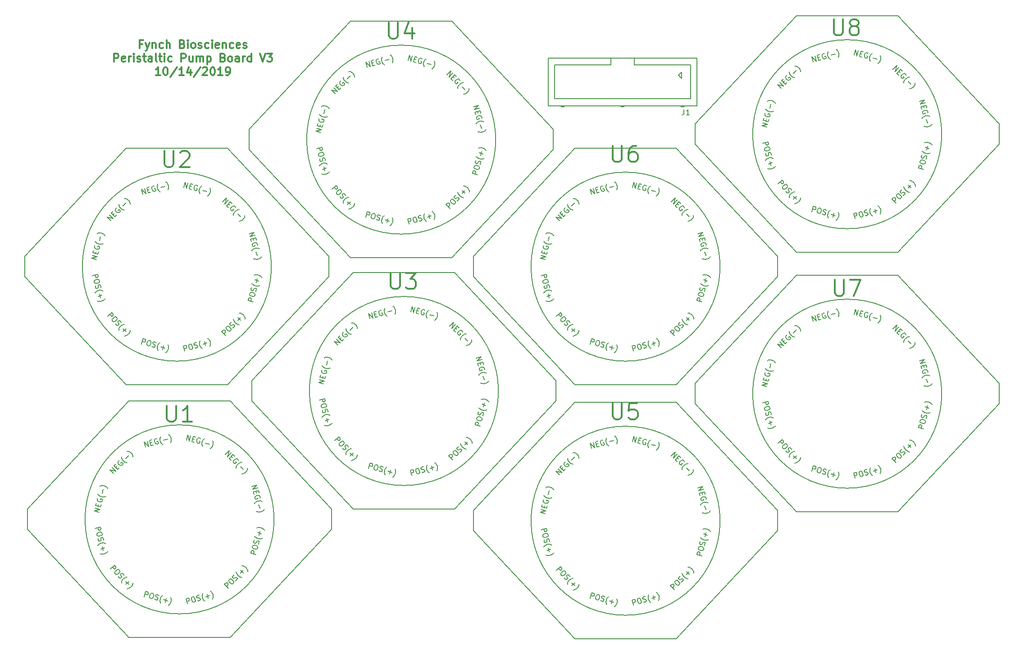
<source format=gbr>
G04 #@! TF.FileFunction,Legend,Top*
%FSLAX46Y46*%
G04 Gerber Fmt 4.6, Leading zero omitted, Abs format (unit mm)*
G04 Created by KiCad (PCBNEW 4.0.7) date Monday, October 14, 2019 'PMt' 08:24:28 PM*
%MOMM*%
%LPD*%
G01*
G04 APERTURE LIST*
%ADD10C,0.100000*%
%ADD11C,0.300000*%
%ADD12C,0.150000*%
G04 APERTURE END LIST*
D10*
D11*
X57489286Y-67367857D02*
X56989286Y-67367857D01*
X56989286Y-68153571D02*
X56989286Y-66653571D01*
X57703572Y-66653571D01*
X58132143Y-67153571D02*
X58489286Y-68153571D01*
X58846428Y-67153571D02*
X58489286Y-68153571D01*
X58346428Y-68510714D01*
X58275000Y-68582143D01*
X58132143Y-68653571D01*
X59417857Y-67153571D02*
X59417857Y-68153571D01*
X59417857Y-67296429D02*
X59489285Y-67225000D01*
X59632143Y-67153571D01*
X59846428Y-67153571D01*
X59989285Y-67225000D01*
X60060714Y-67367857D01*
X60060714Y-68153571D01*
X61417857Y-68082143D02*
X61275000Y-68153571D01*
X60989286Y-68153571D01*
X60846428Y-68082143D01*
X60775000Y-68010714D01*
X60703571Y-67867857D01*
X60703571Y-67439286D01*
X60775000Y-67296429D01*
X60846428Y-67225000D01*
X60989286Y-67153571D01*
X61275000Y-67153571D01*
X61417857Y-67225000D01*
X62060714Y-68153571D02*
X62060714Y-66653571D01*
X62703571Y-68153571D02*
X62703571Y-67367857D01*
X62632142Y-67225000D01*
X62489285Y-67153571D01*
X62275000Y-67153571D01*
X62132142Y-67225000D01*
X62060714Y-67296429D01*
X65060714Y-67367857D02*
X65275000Y-67439286D01*
X65346428Y-67510714D01*
X65417857Y-67653571D01*
X65417857Y-67867857D01*
X65346428Y-68010714D01*
X65275000Y-68082143D01*
X65132142Y-68153571D01*
X64560714Y-68153571D01*
X64560714Y-66653571D01*
X65060714Y-66653571D01*
X65203571Y-66725000D01*
X65275000Y-66796429D01*
X65346428Y-66939286D01*
X65346428Y-67082143D01*
X65275000Y-67225000D01*
X65203571Y-67296429D01*
X65060714Y-67367857D01*
X64560714Y-67367857D01*
X66060714Y-68153571D02*
X66060714Y-67153571D01*
X66060714Y-66653571D02*
X65989285Y-66725000D01*
X66060714Y-66796429D01*
X66132142Y-66725000D01*
X66060714Y-66653571D01*
X66060714Y-66796429D01*
X66989286Y-68153571D02*
X66846428Y-68082143D01*
X66775000Y-68010714D01*
X66703571Y-67867857D01*
X66703571Y-67439286D01*
X66775000Y-67296429D01*
X66846428Y-67225000D01*
X66989286Y-67153571D01*
X67203571Y-67153571D01*
X67346428Y-67225000D01*
X67417857Y-67296429D01*
X67489286Y-67439286D01*
X67489286Y-67867857D01*
X67417857Y-68010714D01*
X67346428Y-68082143D01*
X67203571Y-68153571D01*
X66989286Y-68153571D01*
X68060714Y-68082143D02*
X68203571Y-68153571D01*
X68489286Y-68153571D01*
X68632143Y-68082143D01*
X68703571Y-67939286D01*
X68703571Y-67867857D01*
X68632143Y-67725000D01*
X68489286Y-67653571D01*
X68275000Y-67653571D01*
X68132143Y-67582143D01*
X68060714Y-67439286D01*
X68060714Y-67367857D01*
X68132143Y-67225000D01*
X68275000Y-67153571D01*
X68489286Y-67153571D01*
X68632143Y-67225000D01*
X69989286Y-68082143D02*
X69846429Y-68153571D01*
X69560715Y-68153571D01*
X69417857Y-68082143D01*
X69346429Y-68010714D01*
X69275000Y-67867857D01*
X69275000Y-67439286D01*
X69346429Y-67296429D01*
X69417857Y-67225000D01*
X69560715Y-67153571D01*
X69846429Y-67153571D01*
X69989286Y-67225000D01*
X70632143Y-68153571D02*
X70632143Y-67153571D01*
X70632143Y-66653571D02*
X70560714Y-66725000D01*
X70632143Y-66796429D01*
X70703571Y-66725000D01*
X70632143Y-66653571D01*
X70632143Y-66796429D01*
X71917857Y-68082143D02*
X71775000Y-68153571D01*
X71489286Y-68153571D01*
X71346429Y-68082143D01*
X71275000Y-67939286D01*
X71275000Y-67367857D01*
X71346429Y-67225000D01*
X71489286Y-67153571D01*
X71775000Y-67153571D01*
X71917857Y-67225000D01*
X71989286Y-67367857D01*
X71989286Y-67510714D01*
X71275000Y-67653571D01*
X72632143Y-67153571D02*
X72632143Y-68153571D01*
X72632143Y-67296429D02*
X72703571Y-67225000D01*
X72846429Y-67153571D01*
X73060714Y-67153571D01*
X73203571Y-67225000D01*
X73275000Y-67367857D01*
X73275000Y-68153571D01*
X74632143Y-68082143D02*
X74489286Y-68153571D01*
X74203572Y-68153571D01*
X74060714Y-68082143D01*
X73989286Y-68010714D01*
X73917857Y-67867857D01*
X73917857Y-67439286D01*
X73989286Y-67296429D01*
X74060714Y-67225000D01*
X74203572Y-67153571D01*
X74489286Y-67153571D01*
X74632143Y-67225000D01*
X75846428Y-68082143D02*
X75703571Y-68153571D01*
X75417857Y-68153571D01*
X75275000Y-68082143D01*
X75203571Y-67939286D01*
X75203571Y-67367857D01*
X75275000Y-67225000D01*
X75417857Y-67153571D01*
X75703571Y-67153571D01*
X75846428Y-67225000D01*
X75917857Y-67367857D01*
X75917857Y-67510714D01*
X75203571Y-67653571D01*
X76489285Y-68082143D02*
X76632142Y-68153571D01*
X76917857Y-68153571D01*
X77060714Y-68082143D01*
X77132142Y-67939286D01*
X77132142Y-67867857D01*
X77060714Y-67725000D01*
X76917857Y-67653571D01*
X76703571Y-67653571D01*
X76560714Y-67582143D01*
X76489285Y-67439286D01*
X76489285Y-67367857D01*
X76560714Y-67225000D01*
X76703571Y-67153571D01*
X76917857Y-67153571D01*
X77060714Y-67225000D01*
X52203572Y-70703571D02*
X52203572Y-69203571D01*
X52775000Y-69203571D01*
X52917858Y-69275000D01*
X52989286Y-69346429D01*
X53060715Y-69489286D01*
X53060715Y-69703571D01*
X52989286Y-69846429D01*
X52917858Y-69917857D01*
X52775000Y-69989286D01*
X52203572Y-69989286D01*
X54275000Y-70632143D02*
X54132143Y-70703571D01*
X53846429Y-70703571D01*
X53703572Y-70632143D01*
X53632143Y-70489286D01*
X53632143Y-69917857D01*
X53703572Y-69775000D01*
X53846429Y-69703571D01*
X54132143Y-69703571D01*
X54275000Y-69775000D01*
X54346429Y-69917857D01*
X54346429Y-70060714D01*
X53632143Y-70203571D01*
X54989286Y-70703571D02*
X54989286Y-69703571D01*
X54989286Y-69989286D02*
X55060714Y-69846429D01*
X55132143Y-69775000D01*
X55275000Y-69703571D01*
X55417857Y-69703571D01*
X55917857Y-70703571D02*
X55917857Y-69703571D01*
X55917857Y-69203571D02*
X55846428Y-69275000D01*
X55917857Y-69346429D01*
X55989285Y-69275000D01*
X55917857Y-69203571D01*
X55917857Y-69346429D01*
X56560714Y-70632143D02*
X56703571Y-70703571D01*
X56989286Y-70703571D01*
X57132143Y-70632143D01*
X57203571Y-70489286D01*
X57203571Y-70417857D01*
X57132143Y-70275000D01*
X56989286Y-70203571D01*
X56775000Y-70203571D01*
X56632143Y-70132143D01*
X56560714Y-69989286D01*
X56560714Y-69917857D01*
X56632143Y-69775000D01*
X56775000Y-69703571D01*
X56989286Y-69703571D01*
X57132143Y-69775000D01*
X57632143Y-69703571D02*
X58203572Y-69703571D01*
X57846429Y-69203571D02*
X57846429Y-70489286D01*
X57917857Y-70632143D01*
X58060715Y-70703571D01*
X58203572Y-70703571D01*
X59346429Y-70703571D02*
X59346429Y-69917857D01*
X59275000Y-69775000D01*
X59132143Y-69703571D01*
X58846429Y-69703571D01*
X58703572Y-69775000D01*
X59346429Y-70632143D02*
X59203572Y-70703571D01*
X58846429Y-70703571D01*
X58703572Y-70632143D01*
X58632143Y-70489286D01*
X58632143Y-70346429D01*
X58703572Y-70203571D01*
X58846429Y-70132143D01*
X59203572Y-70132143D01*
X59346429Y-70060714D01*
X60275001Y-70703571D02*
X60132143Y-70632143D01*
X60060715Y-70489286D01*
X60060715Y-69203571D01*
X60632143Y-69703571D02*
X61203572Y-69703571D01*
X60846429Y-69203571D02*
X60846429Y-70489286D01*
X60917857Y-70632143D01*
X61060715Y-70703571D01*
X61203572Y-70703571D01*
X61703572Y-70703571D02*
X61703572Y-69703571D01*
X61703572Y-69203571D02*
X61632143Y-69275000D01*
X61703572Y-69346429D01*
X61775000Y-69275000D01*
X61703572Y-69203571D01*
X61703572Y-69346429D01*
X63060715Y-70632143D02*
X62917858Y-70703571D01*
X62632144Y-70703571D01*
X62489286Y-70632143D01*
X62417858Y-70560714D01*
X62346429Y-70417857D01*
X62346429Y-69989286D01*
X62417858Y-69846429D01*
X62489286Y-69775000D01*
X62632144Y-69703571D01*
X62917858Y-69703571D01*
X63060715Y-69775000D01*
X64846429Y-70703571D02*
X64846429Y-69203571D01*
X65417857Y-69203571D01*
X65560715Y-69275000D01*
X65632143Y-69346429D01*
X65703572Y-69489286D01*
X65703572Y-69703571D01*
X65632143Y-69846429D01*
X65560715Y-69917857D01*
X65417857Y-69989286D01*
X64846429Y-69989286D01*
X66989286Y-69703571D02*
X66989286Y-70703571D01*
X66346429Y-69703571D02*
X66346429Y-70489286D01*
X66417857Y-70632143D01*
X66560715Y-70703571D01*
X66775000Y-70703571D01*
X66917857Y-70632143D01*
X66989286Y-70560714D01*
X67703572Y-70703571D02*
X67703572Y-69703571D01*
X67703572Y-69846429D02*
X67775000Y-69775000D01*
X67917858Y-69703571D01*
X68132143Y-69703571D01*
X68275000Y-69775000D01*
X68346429Y-69917857D01*
X68346429Y-70703571D01*
X68346429Y-69917857D02*
X68417858Y-69775000D01*
X68560715Y-69703571D01*
X68775000Y-69703571D01*
X68917858Y-69775000D01*
X68989286Y-69917857D01*
X68989286Y-70703571D01*
X69703572Y-69703571D02*
X69703572Y-71203571D01*
X69703572Y-69775000D02*
X69846429Y-69703571D01*
X70132143Y-69703571D01*
X70275000Y-69775000D01*
X70346429Y-69846429D01*
X70417858Y-69989286D01*
X70417858Y-70417857D01*
X70346429Y-70560714D01*
X70275000Y-70632143D01*
X70132143Y-70703571D01*
X69846429Y-70703571D01*
X69703572Y-70632143D01*
X72703572Y-69917857D02*
X72917858Y-69989286D01*
X72989286Y-70060714D01*
X73060715Y-70203571D01*
X73060715Y-70417857D01*
X72989286Y-70560714D01*
X72917858Y-70632143D01*
X72775000Y-70703571D01*
X72203572Y-70703571D01*
X72203572Y-69203571D01*
X72703572Y-69203571D01*
X72846429Y-69275000D01*
X72917858Y-69346429D01*
X72989286Y-69489286D01*
X72989286Y-69632143D01*
X72917858Y-69775000D01*
X72846429Y-69846429D01*
X72703572Y-69917857D01*
X72203572Y-69917857D01*
X73917858Y-70703571D02*
X73775000Y-70632143D01*
X73703572Y-70560714D01*
X73632143Y-70417857D01*
X73632143Y-69989286D01*
X73703572Y-69846429D01*
X73775000Y-69775000D01*
X73917858Y-69703571D01*
X74132143Y-69703571D01*
X74275000Y-69775000D01*
X74346429Y-69846429D01*
X74417858Y-69989286D01*
X74417858Y-70417857D01*
X74346429Y-70560714D01*
X74275000Y-70632143D01*
X74132143Y-70703571D01*
X73917858Y-70703571D01*
X75703572Y-70703571D02*
X75703572Y-69917857D01*
X75632143Y-69775000D01*
X75489286Y-69703571D01*
X75203572Y-69703571D01*
X75060715Y-69775000D01*
X75703572Y-70632143D02*
X75560715Y-70703571D01*
X75203572Y-70703571D01*
X75060715Y-70632143D01*
X74989286Y-70489286D01*
X74989286Y-70346429D01*
X75060715Y-70203571D01*
X75203572Y-70132143D01*
X75560715Y-70132143D01*
X75703572Y-70060714D01*
X76417858Y-70703571D02*
X76417858Y-69703571D01*
X76417858Y-69989286D02*
X76489286Y-69846429D01*
X76560715Y-69775000D01*
X76703572Y-69703571D01*
X76846429Y-69703571D01*
X77989286Y-70703571D02*
X77989286Y-69203571D01*
X77989286Y-70632143D02*
X77846429Y-70703571D01*
X77560715Y-70703571D01*
X77417857Y-70632143D01*
X77346429Y-70560714D01*
X77275000Y-70417857D01*
X77275000Y-69989286D01*
X77346429Y-69846429D01*
X77417857Y-69775000D01*
X77560715Y-69703571D01*
X77846429Y-69703571D01*
X77989286Y-69775000D01*
X79632143Y-69203571D02*
X80132143Y-70703571D01*
X80632143Y-69203571D01*
X80989286Y-69203571D02*
X81917857Y-69203571D01*
X81417857Y-69775000D01*
X81632143Y-69775000D01*
X81775000Y-69846429D01*
X81846429Y-69917857D01*
X81917857Y-70060714D01*
X81917857Y-70417857D01*
X81846429Y-70560714D01*
X81775000Y-70632143D01*
X81632143Y-70703571D01*
X81203571Y-70703571D01*
X81060714Y-70632143D01*
X80989286Y-70560714D01*
X60882144Y-73253571D02*
X60025001Y-73253571D01*
X60453573Y-73253571D02*
X60453573Y-71753571D01*
X60310716Y-71967857D01*
X60167858Y-72110714D01*
X60025001Y-72182143D01*
X61810715Y-71753571D02*
X61953572Y-71753571D01*
X62096429Y-71825000D01*
X62167858Y-71896429D01*
X62239287Y-72039286D01*
X62310715Y-72325000D01*
X62310715Y-72682143D01*
X62239287Y-72967857D01*
X62167858Y-73110714D01*
X62096429Y-73182143D01*
X61953572Y-73253571D01*
X61810715Y-73253571D01*
X61667858Y-73182143D01*
X61596429Y-73110714D01*
X61525001Y-72967857D01*
X61453572Y-72682143D01*
X61453572Y-72325000D01*
X61525001Y-72039286D01*
X61596429Y-71896429D01*
X61667858Y-71825000D01*
X61810715Y-71753571D01*
X64025000Y-71682143D02*
X62739286Y-73610714D01*
X65310715Y-73253571D02*
X64453572Y-73253571D01*
X64882144Y-73253571D02*
X64882144Y-71753571D01*
X64739287Y-71967857D01*
X64596429Y-72110714D01*
X64453572Y-72182143D01*
X66596429Y-72253571D02*
X66596429Y-73253571D01*
X66239286Y-71682143D02*
X65882143Y-72753571D01*
X66810715Y-72753571D01*
X68453571Y-71682143D02*
X67167857Y-73610714D01*
X68882143Y-71896429D02*
X68953572Y-71825000D01*
X69096429Y-71753571D01*
X69453572Y-71753571D01*
X69596429Y-71825000D01*
X69667858Y-71896429D01*
X69739286Y-72039286D01*
X69739286Y-72182143D01*
X69667858Y-72396429D01*
X68810715Y-73253571D01*
X69739286Y-73253571D01*
X70667857Y-71753571D02*
X70810714Y-71753571D01*
X70953571Y-71825000D01*
X71025000Y-71896429D01*
X71096429Y-72039286D01*
X71167857Y-72325000D01*
X71167857Y-72682143D01*
X71096429Y-72967857D01*
X71025000Y-73110714D01*
X70953571Y-73182143D01*
X70810714Y-73253571D01*
X70667857Y-73253571D01*
X70525000Y-73182143D01*
X70453571Y-73110714D01*
X70382143Y-72967857D01*
X70310714Y-72682143D01*
X70310714Y-72325000D01*
X70382143Y-72039286D01*
X70453571Y-71896429D01*
X70525000Y-71825000D01*
X70667857Y-71753571D01*
X72596428Y-73253571D02*
X71739285Y-73253571D01*
X72167857Y-73253571D02*
X72167857Y-71753571D01*
X72025000Y-71967857D01*
X71882142Y-72110714D01*
X71739285Y-72182143D01*
X73310713Y-73253571D02*
X73596428Y-73253571D01*
X73739285Y-73182143D01*
X73810713Y-73110714D01*
X73953571Y-72896429D01*
X74024999Y-72610714D01*
X74024999Y-72039286D01*
X73953571Y-71896429D01*
X73882142Y-71825000D01*
X73739285Y-71753571D01*
X73453571Y-71753571D01*
X73310713Y-71825000D01*
X73239285Y-71896429D01*
X73167856Y-72039286D01*
X73167856Y-72396429D01*
X73239285Y-72539286D01*
X73310713Y-72610714D01*
X73453571Y-72682143D01*
X73739285Y-72682143D01*
X73882142Y-72610714D01*
X73953571Y-72539286D01*
X74024999Y-72396429D01*
D12*
X161740000Y-70035000D02*
X161740000Y-78975000D01*
X161740000Y-78975000D02*
X133820000Y-78975000D01*
X133820000Y-78975000D02*
X133820000Y-70035000D01*
X133820000Y-70035000D02*
X161740000Y-70035000D01*
X150005000Y-70035000D02*
X150005000Y-71335000D01*
X150005000Y-71335000D02*
X160540000Y-71335000D01*
X160540000Y-71335000D02*
X160540000Y-77675000D01*
X160540000Y-77675000D02*
X135020000Y-77675000D01*
X135020000Y-77675000D02*
X135020000Y-71335000D01*
X135020000Y-71335000D02*
X145555000Y-71335000D01*
X145555000Y-71335000D02*
X145555000Y-70035000D01*
X148030000Y-78975000D02*
X148030000Y-79175000D01*
X148030000Y-79175000D02*
X147530000Y-79175000D01*
X147530000Y-79175000D02*
X147530000Y-78975000D01*
X148030000Y-79075000D02*
X147530000Y-79075000D01*
X136740000Y-78975000D02*
X136740000Y-79175000D01*
X136740000Y-79175000D02*
X136240000Y-79175000D01*
X136240000Y-79175000D02*
X136240000Y-78975000D01*
X136740000Y-79075000D02*
X136240000Y-79075000D01*
X159320000Y-78975000D02*
X159320000Y-79175000D01*
X159320000Y-79175000D02*
X158820000Y-79175000D01*
X158820000Y-79175000D02*
X158820000Y-78975000D01*
X159320000Y-79075000D02*
X158820000Y-79075000D01*
X158870000Y-72635000D02*
X158870000Y-73835000D01*
X158870000Y-73835000D02*
X158270000Y-73235000D01*
X158270000Y-73235000D02*
X158870000Y-72635000D01*
X54991000Y-178948080D02*
X74025760Y-178948080D01*
X35938460Y-158620460D02*
X54988460Y-178940460D01*
X35938460Y-156715460D02*
X35938460Y-158620460D01*
X93091000Y-156718000D02*
X93091000Y-158623000D01*
X93091000Y-158623000D02*
X74041000Y-178943000D01*
X93091000Y-154813000D02*
X74041000Y-134493000D01*
X93091000Y-156718000D02*
X93091000Y-154813000D01*
X64516000Y-134493000D02*
X74041000Y-134493000D01*
X35941000Y-156718000D02*
X35941000Y-154813000D01*
X35941000Y-154813000D02*
X54991000Y-134493000D01*
X54991000Y-134493000D02*
X64516000Y-134493000D01*
X82276486Y-156718000D02*
G75*
G03X82276486Y-156718000I-17760486J0D01*
G01*
X54483000Y-131450080D02*
X73517760Y-131450080D01*
X35430460Y-111122460D02*
X54480460Y-131442460D01*
X35430460Y-109217460D02*
X35430460Y-111122460D01*
X92583000Y-109220000D02*
X92583000Y-111125000D01*
X92583000Y-111125000D02*
X73533000Y-131445000D01*
X92583000Y-107315000D02*
X73533000Y-86995000D01*
X92583000Y-109220000D02*
X92583000Y-107315000D01*
X64008000Y-86995000D02*
X73533000Y-86995000D01*
X35433000Y-109220000D02*
X35433000Y-107315000D01*
X35433000Y-107315000D02*
X54483000Y-86995000D01*
X54483000Y-86995000D02*
X64008000Y-86995000D01*
X81768486Y-109220000D02*
G75*
G03X81768486Y-109220000I-17760486J0D01*
G01*
X97155000Y-154818080D02*
X116189760Y-154818080D01*
X78102460Y-134490460D02*
X97152460Y-154810460D01*
X78102460Y-132585460D02*
X78102460Y-134490460D01*
X135255000Y-132588000D02*
X135255000Y-134493000D01*
X135255000Y-134493000D02*
X116205000Y-154813000D01*
X135255000Y-130683000D02*
X116205000Y-110363000D01*
X135255000Y-132588000D02*
X135255000Y-130683000D01*
X106680000Y-110363000D02*
X116205000Y-110363000D01*
X78105000Y-132588000D02*
X78105000Y-130683000D01*
X78105000Y-130683000D02*
X97155000Y-110363000D01*
X97155000Y-110363000D02*
X106680000Y-110363000D01*
X124440486Y-132588000D02*
G75*
G03X124440486Y-132588000I-17760486J0D01*
G01*
X96647000Y-107574080D02*
X115681760Y-107574080D01*
X77594460Y-87246460D02*
X96644460Y-107566460D01*
X77594460Y-85341460D02*
X77594460Y-87246460D01*
X134747000Y-85344000D02*
X134747000Y-87249000D01*
X134747000Y-87249000D02*
X115697000Y-107569000D01*
X134747000Y-83439000D02*
X115697000Y-63119000D01*
X134747000Y-85344000D02*
X134747000Y-83439000D01*
X106172000Y-63119000D02*
X115697000Y-63119000D01*
X77597000Y-85344000D02*
X77597000Y-83439000D01*
X77597000Y-83439000D02*
X96647000Y-63119000D01*
X96647000Y-63119000D02*
X106172000Y-63119000D01*
X123932486Y-85344000D02*
G75*
G03X123932486Y-85344000I-17760486J0D01*
G01*
X138811000Y-179202080D02*
X157845760Y-179202080D01*
X119758460Y-158874460D02*
X138808460Y-179194460D01*
X119758460Y-156969460D02*
X119758460Y-158874460D01*
X176911000Y-156972000D02*
X176911000Y-158877000D01*
X176911000Y-158877000D02*
X157861000Y-179197000D01*
X176911000Y-155067000D02*
X157861000Y-134747000D01*
X176911000Y-156972000D02*
X176911000Y-155067000D01*
X148336000Y-134747000D02*
X157861000Y-134747000D01*
X119761000Y-156972000D02*
X119761000Y-155067000D01*
X119761000Y-155067000D02*
X138811000Y-134747000D01*
X138811000Y-134747000D02*
X148336000Y-134747000D01*
X166096486Y-156972000D02*
G75*
G03X166096486Y-156972000I-17760486J0D01*
G01*
X138811000Y-131450080D02*
X157845760Y-131450080D01*
X119758460Y-111122460D02*
X138808460Y-131442460D01*
X119758460Y-109217460D02*
X119758460Y-111122460D01*
X176911000Y-109220000D02*
X176911000Y-111125000D01*
X176911000Y-111125000D02*
X157861000Y-131445000D01*
X176911000Y-107315000D02*
X157861000Y-86995000D01*
X176911000Y-109220000D02*
X176911000Y-107315000D01*
X148336000Y-86995000D02*
X157861000Y-86995000D01*
X119761000Y-109220000D02*
X119761000Y-107315000D01*
X119761000Y-107315000D02*
X138811000Y-86995000D01*
X138811000Y-86995000D02*
X148336000Y-86995000D01*
X166096486Y-109220000D02*
G75*
G03X166096486Y-109220000I-17760486J0D01*
G01*
X180467000Y-155326080D02*
X199501760Y-155326080D01*
X161414460Y-134998460D02*
X180464460Y-155318460D01*
X161414460Y-133093460D02*
X161414460Y-134998460D01*
X218567000Y-133096000D02*
X218567000Y-135001000D01*
X218567000Y-135001000D02*
X199517000Y-155321000D01*
X218567000Y-131191000D02*
X199517000Y-110871000D01*
X218567000Y-133096000D02*
X218567000Y-131191000D01*
X189992000Y-110871000D02*
X199517000Y-110871000D01*
X161417000Y-133096000D02*
X161417000Y-131191000D01*
X161417000Y-131191000D02*
X180467000Y-110871000D01*
X180467000Y-110871000D02*
X189992000Y-110871000D01*
X207752486Y-133096000D02*
G75*
G03X207752486Y-133096000I-17760486J0D01*
G01*
X180467000Y-106558080D02*
X199501760Y-106558080D01*
X161414460Y-86230460D02*
X180464460Y-106550460D01*
X161414460Y-84325460D02*
X161414460Y-86230460D01*
X218567000Y-84328000D02*
X218567000Y-86233000D01*
X218567000Y-86233000D02*
X199517000Y-106553000D01*
X218567000Y-82423000D02*
X199517000Y-62103000D01*
X218567000Y-84328000D02*
X218567000Y-82423000D01*
X189992000Y-62103000D02*
X199517000Y-62103000D01*
X161417000Y-84328000D02*
X161417000Y-82423000D01*
X161417000Y-82423000D02*
X180467000Y-62103000D01*
X180467000Y-62103000D02*
X189992000Y-62103000D01*
X207752486Y-84328000D02*
G75*
G03X207752486Y-84328000I-17760486J0D01*
G01*
X159336667Y-79687381D02*
X159336667Y-80401667D01*
X159289047Y-80544524D01*
X159193809Y-80639762D01*
X159050952Y-80687381D01*
X158955714Y-80687381D01*
X160336667Y-80687381D02*
X159765238Y-80687381D01*
X160050952Y-80687381D02*
X160050952Y-79687381D01*
X159955714Y-79830238D01*
X159860476Y-79925476D01*
X159765238Y-79973095D01*
D11*
X62139286Y-135357143D02*
X62139286Y-137785714D01*
X62282143Y-138071429D01*
X62425000Y-138214286D01*
X62710714Y-138357143D01*
X63282143Y-138357143D01*
X63567857Y-138214286D01*
X63710714Y-138071429D01*
X63853571Y-137785714D01*
X63853571Y-135357143D01*
X66853571Y-138357143D02*
X65139286Y-138357143D01*
X65996428Y-138357143D02*
X65996428Y-135357143D01*
X65710714Y-135785714D01*
X65425000Y-136071429D01*
X65139286Y-136214286D01*
D12*
X78098236Y-150515811D02*
X79064162Y-150256992D01*
X78246133Y-151067769D01*
X79212059Y-150808950D01*
X78875342Y-151392161D02*
X78961615Y-151714137D01*
X78492627Y-151987698D02*
X78369380Y-151527733D01*
X79335306Y-151268914D01*
X79458553Y-151728879D01*
X79659051Y-152661133D02*
X79680398Y-152556816D01*
X79643424Y-152418826D01*
X79560453Y-152293161D01*
X79443811Y-152225817D01*
X79339494Y-152204470D01*
X79143183Y-152207773D01*
X79005193Y-152244747D01*
X78833532Y-152340042D01*
X78753864Y-152410688D01*
X78686520Y-152527330D01*
X78677498Y-152677645D01*
X78702148Y-152769638D01*
X78785118Y-152895303D01*
X78843439Y-152928974D01*
X79165414Y-152842701D01*
X79116115Y-152658716D01*
X78568346Y-153742169D02*
X78602017Y-153683847D01*
X78715357Y-153554880D01*
X78795025Y-153484234D01*
X78920690Y-153401263D01*
X79138347Y-153293643D01*
X79322334Y-153244344D01*
X79564641Y-153228717D01*
X79714955Y-153237740D01*
X79819272Y-153259087D01*
X79981911Y-153314105D01*
X80040232Y-153347778D01*
X79402886Y-153912945D02*
X79600082Y-154648889D01*
X78962737Y-155214055D02*
X79021058Y-155247727D01*
X79183697Y-155302746D01*
X79288014Y-155324093D01*
X79438328Y-155333115D01*
X79680635Y-155317488D01*
X79864622Y-155268189D01*
X80082279Y-155160569D01*
X80207943Y-155077598D01*
X80287612Y-155006953D01*
X80400951Y-154877986D01*
X80434623Y-154819664D01*
X48650655Y-158381617D02*
X49616581Y-158122798D01*
X49715179Y-158490770D01*
X49693832Y-158595088D01*
X49660160Y-158653409D01*
X49580492Y-158724055D01*
X49442503Y-158761029D01*
X49338185Y-158739682D01*
X49279864Y-158706010D01*
X49209218Y-158626342D01*
X49110620Y-158258370D01*
X49924699Y-159272709D02*
X49973998Y-159456696D01*
X49952651Y-159561014D01*
X49885308Y-159677656D01*
X49713647Y-159772951D01*
X49391671Y-159859224D01*
X49195360Y-159862527D01*
X49078718Y-159795183D01*
X49008072Y-159715515D01*
X48958773Y-159531528D01*
X48980120Y-159427211D01*
X49047464Y-159310569D01*
X49219124Y-159215273D01*
X49541100Y-159129000D01*
X49737411Y-159125698D01*
X49854053Y-159193041D01*
X49924699Y-159272709D01*
X49214290Y-160301144D02*
X49205267Y-160451458D01*
X49266891Y-160681441D01*
X49337537Y-160761109D01*
X49395858Y-160794781D01*
X49500176Y-160816128D01*
X49592169Y-160791478D01*
X49671837Y-160720832D01*
X49705508Y-160662511D01*
X49726856Y-160558194D01*
X49723554Y-160361882D01*
X49744901Y-160257565D01*
X49778572Y-160199243D01*
X49858241Y-160128598D01*
X49950233Y-160103948D01*
X50054551Y-160125295D01*
X50112872Y-160158967D01*
X50183518Y-160238635D01*
X50245142Y-160468618D01*
X50236119Y-160618932D01*
X49133089Y-161653971D02*
X49166761Y-161595649D01*
X49280101Y-161466682D01*
X49359769Y-161396037D01*
X49485433Y-161313066D01*
X49703091Y-161205446D01*
X49887078Y-161156147D01*
X50129384Y-161140520D01*
X50279698Y-161149542D01*
X50384016Y-161170889D01*
X50546655Y-161225908D01*
X50604976Y-161259581D01*
X49967630Y-161824748D02*
X50164825Y-162560691D01*
X49698256Y-162291318D02*
X50434200Y-162094122D01*
X49527480Y-163125858D02*
X49585801Y-163159530D01*
X49748440Y-163214548D01*
X49852758Y-163235895D01*
X50003072Y-163244918D01*
X50245378Y-163229291D01*
X50429365Y-163179992D01*
X50647022Y-163072372D01*
X50772687Y-162989401D01*
X50852355Y-162918755D01*
X50965695Y-162789788D01*
X50999367Y-162731467D01*
X51550973Y-166053277D02*
X52258079Y-165346170D01*
X52527454Y-165615545D01*
X52561126Y-165716560D01*
X52561126Y-165783903D01*
X52527454Y-165884918D01*
X52426439Y-165985934D01*
X52325424Y-166019605D01*
X52258080Y-166019605D01*
X52157065Y-165985934D01*
X51887691Y-165716559D01*
X53099873Y-166187964D02*
X53234561Y-166322651D01*
X53268232Y-166423667D01*
X53268232Y-166558353D01*
X53167217Y-166726712D01*
X52931515Y-166962415D01*
X52763156Y-167063430D01*
X52628469Y-167063430D01*
X52527454Y-167029758D01*
X52392766Y-166895071D01*
X52359095Y-166794056D01*
X52359095Y-166659369D01*
X52460110Y-166491010D01*
X52695812Y-166255307D01*
X52864171Y-166154292D01*
X52998858Y-166154292D01*
X53099873Y-166187964D01*
X52998858Y-167433819D02*
X53066201Y-167568506D01*
X53234561Y-167736865D01*
X53335576Y-167770537D01*
X53402919Y-167770537D01*
X53503934Y-167736865D01*
X53571278Y-167669522D01*
X53604950Y-167568506D01*
X53604950Y-167501163D01*
X53571279Y-167400147D01*
X53470263Y-167231788D01*
X53436591Y-167130773D01*
X53436591Y-167063429D01*
X53470263Y-166962414D01*
X53537606Y-166895071D01*
X53638621Y-166861399D01*
X53705965Y-166861399D01*
X53806980Y-166895071D01*
X53975339Y-167063430D01*
X54042683Y-167198117D01*
X53604950Y-168646002D02*
X53604950Y-168578658D01*
X53638621Y-168410299D01*
X53672293Y-168309284D01*
X53739636Y-168174597D01*
X53874323Y-167972567D01*
X54009011Y-167837879D01*
X54211041Y-167703193D01*
X54345728Y-167635849D01*
X54446743Y-167602177D01*
X54615102Y-167568506D01*
X54682446Y-167568506D01*
X54413071Y-168376628D02*
X54951820Y-168915377D01*
X54413072Y-168915377D02*
X54951820Y-168376628D01*
X54682446Y-169723498D02*
X54749789Y-169723498D01*
X54918148Y-169689826D01*
X55019163Y-169656154D01*
X55153850Y-169588811D01*
X55355880Y-169454124D01*
X55490568Y-169319436D01*
X55625255Y-169117406D01*
X55692598Y-168982719D01*
X55726270Y-168881704D01*
X55759942Y-168713346D01*
X55759942Y-168646002D01*
X73120423Y-144517499D02*
X73827530Y-143810392D01*
X73524484Y-144921560D01*
X74231591Y-144214453D01*
X74231591Y-144887887D02*
X74467294Y-145123590D01*
X74197920Y-145594995D02*
X73861202Y-145258277D01*
X74568308Y-144551170D01*
X74905026Y-144887888D01*
X75544790Y-145594995D02*
X75511118Y-145493980D01*
X75410103Y-145392965D01*
X75275415Y-145325620D01*
X75140728Y-145325620D01*
X75039713Y-145359292D01*
X74871355Y-145460307D01*
X74770339Y-145561323D01*
X74669324Y-145729682D01*
X74635652Y-145830697D01*
X74635652Y-145965384D01*
X74702996Y-146100071D01*
X74770339Y-146167415D01*
X74905026Y-146234758D01*
X74972370Y-146234758D01*
X75208072Y-145999056D01*
X75073385Y-145864369D01*
X75140729Y-147076552D02*
X75140728Y-147009208D01*
X75174400Y-146840849D01*
X75208072Y-146739834D01*
X75275415Y-146605147D01*
X75410102Y-146403117D01*
X75544790Y-146268429D01*
X75746820Y-146133742D01*
X75881507Y-146066399D01*
X75982522Y-146032727D01*
X76150881Y-145999056D01*
X76218225Y-145999056D01*
X75948850Y-146807178D02*
X76487598Y-147345926D01*
X76218225Y-148154048D02*
X76285568Y-148154048D01*
X76453927Y-148120376D01*
X76554942Y-148086704D01*
X76689629Y-148019361D01*
X76891659Y-147884674D01*
X77026347Y-147749986D01*
X77161034Y-147547956D01*
X77228377Y-147413269D01*
X77262049Y-147312254D01*
X77295720Y-147143895D01*
X77295720Y-147076552D01*
X65995231Y-172569512D02*
X65736412Y-171603586D01*
X66104384Y-171504988D01*
X66208702Y-171526335D01*
X66267023Y-171560007D01*
X66337669Y-171639675D01*
X66374643Y-171777664D01*
X66353296Y-171881982D01*
X66319624Y-171940303D01*
X66239956Y-172010949D01*
X65871984Y-172109547D01*
X66886323Y-171295468D02*
X67070310Y-171246169D01*
X67174628Y-171267516D01*
X67291270Y-171334859D01*
X67386565Y-171506520D01*
X67472838Y-171828496D01*
X67476141Y-172024807D01*
X67408797Y-172141449D01*
X67329129Y-172212095D01*
X67145142Y-172261394D01*
X67040825Y-172240047D01*
X66924183Y-172172703D01*
X66828887Y-172001043D01*
X66742614Y-171679067D01*
X66739312Y-171482756D01*
X66806655Y-171366114D01*
X66886323Y-171295468D01*
X67914758Y-172005877D02*
X68065072Y-172014900D01*
X68295055Y-171953276D01*
X68374723Y-171882630D01*
X68408395Y-171824309D01*
X68429742Y-171719991D01*
X68405092Y-171627998D01*
X68334446Y-171548330D01*
X68276125Y-171514659D01*
X68171808Y-171493311D01*
X67975496Y-171496613D01*
X67871179Y-171475266D01*
X67812857Y-171441595D01*
X67742212Y-171361926D01*
X67717562Y-171269934D01*
X67738909Y-171165616D01*
X67772581Y-171107295D01*
X67852249Y-171036649D01*
X68082232Y-170975025D01*
X68232546Y-170984048D01*
X69267585Y-172087078D02*
X69209263Y-172053406D01*
X69080296Y-171940066D01*
X69009651Y-171860398D01*
X68926680Y-171734734D01*
X68819060Y-171517076D01*
X68769761Y-171333089D01*
X68754134Y-171090783D01*
X68763156Y-170940469D01*
X68784503Y-170836151D01*
X68839522Y-170673512D01*
X68873195Y-170615191D01*
X69438362Y-171252537D02*
X70174305Y-171055342D01*
X69904932Y-171521911D02*
X69707736Y-170785967D01*
X70739472Y-171692687D02*
X70773144Y-171634366D01*
X70828162Y-171471727D01*
X70849509Y-171367409D01*
X70858532Y-171217095D01*
X70842905Y-170974789D01*
X70793606Y-170790802D01*
X70685986Y-170573145D01*
X70603015Y-170447480D01*
X70532369Y-170367812D01*
X70403402Y-170254472D01*
X70345081Y-170220800D01*
X58129425Y-143121930D02*
X57870606Y-142156004D01*
X58681383Y-142974033D01*
X58422564Y-142008107D01*
X59005775Y-142344824D02*
X59327751Y-142258551D01*
X59601312Y-142727539D02*
X59141347Y-142850786D01*
X58882528Y-141884860D01*
X59342493Y-141761613D01*
X60274747Y-141561115D02*
X60170430Y-141539768D01*
X60032440Y-141576742D01*
X59906775Y-141659713D01*
X59839431Y-141776355D01*
X59818084Y-141880672D01*
X59821387Y-142076983D01*
X59858361Y-142214973D01*
X59953656Y-142386634D01*
X60024302Y-142466302D01*
X60140944Y-142533646D01*
X60291259Y-142542668D01*
X60383252Y-142518018D01*
X60508917Y-142435048D01*
X60542588Y-142376727D01*
X60456315Y-142054752D01*
X60272330Y-142104051D01*
X61355783Y-142651820D02*
X61297461Y-142618149D01*
X61168494Y-142504809D01*
X61097848Y-142425141D01*
X61014877Y-142299476D01*
X60907257Y-142081819D01*
X60857958Y-141897832D01*
X60842331Y-141655525D01*
X60851354Y-141505211D01*
X60872701Y-141400894D01*
X60927719Y-141238255D01*
X60961392Y-141179934D01*
X61526559Y-141817280D02*
X62262503Y-141620084D01*
X62827669Y-142257429D02*
X62861341Y-142199108D01*
X62916360Y-142036469D01*
X62937707Y-141932152D01*
X62946729Y-141781838D01*
X62931102Y-141539531D01*
X62881803Y-141355544D01*
X62774183Y-141137887D01*
X62691212Y-141012223D01*
X62620567Y-140932554D01*
X62491600Y-140819215D01*
X62433278Y-140785543D01*
X57901219Y-171245430D02*
X58160038Y-170279504D01*
X58528011Y-170378102D01*
X58607679Y-170448748D01*
X58641350Y-170507069D01*
X58662697Y-170611387D01*
X58625723Y-170749376D01*
X58555078Y-170829044D01*
X58496756Y-170862716D01*
X58392439Y-170884063D01*
X58024466Y-170785465D01*
X59309950Y-170587622D02*
X59493936Y-170636921D01*
X59573605Y-170707567D01*
X59640948Y-170824209D01*
X59637646Y-171020520D01*
X59551372Y-171342496D01*
X59456077Y-171514157D01*
X59339435Y-171581500D01*
X59235117Y-171602847D01*
X59051131Y-171553548D01*
X58971463Y-171482902D01*
X58904119Y-171366260D01*
X58907422Y-171169950D01*
X58993695Y-170847974D01*
X59088990Y-170676313D01*
X59205632Y-170608969D01*
X59309950Y-170587622D01*
X59845396Y-171717072D02*
X59971060Y-171800042D01*
X60201043Y-171861666D01*
X60305361Y-171840319D01*
X60363682Y-171806647D01*
X60434328Y-171726979D01*
X60458977Y-171634986D01*
X60437630Y-171530669D01*
X60403958Y-171472348D01*
X60324290Y-171401701D01*
X60152629Y-171306405D01*
X60072960Y-171235760D01*
X60039289Y-171177439D01*
X60017942Y-171073121D01*
X60042591Y-170981128D01*
X60113237Y-170901460D01*
X60171558Y-170867788D01*
X60275876Y-170846441D01*
X60505859Y-170908065D01*
X60631523Y-170991036D01*
X60976379Y-172463807D02*
X60942706Y-172405486D01*
X60887687Y-172242847D01*
X60866340Y-172138530D01*
X60857318Y-171988216D01*
X60872945Y-171745909D01*
X60922244Y-171561922D01*
X61029864Y-171344265D01*
X61112834Y-171218600D01*
X61183480Y-171138932D01*
X61312447Y-171025592D01*
X61370769Y-170991921D01*
X61541545Y-171826462D02*
X62277489Y-172023658D01*
X61810920Y-172293031D02*
X62008115Y-171557088D01*
X62448265Y-172858198D02*
X62506586Y-172824526D01*
X62635553Y-172711186D01*
X62706199Y-172631518D01*
X62789169Y-172505854D01*
X62896789Y-172288196D01*
X62946088Y-172104210D01*
X62961716Y-171861903D01*
X62952693Y-171711589D01*
X62931346Y-171607271D01*
X62876328Y-171444633D01*
X62842656Y-171386311D01*
X65813022Y-141810173D02*
X66071841Y-140844248D01*
X66364980Y-141958070D01*
X66623799Y-140992144D01*
X66960516Y-141575356D02*
X67282492Y-141661629D01*
X67284909Y-142204564D02*
X66824944Y-142081317D01*
X67083763Y-141115391D01*
X67543728Y-141238639D01*
X68451333Y-141531129D02*
X68371665Y-141460484D01*
X68233676Y-141423509D01*
X68083361Y-141432531D01*
X67966719Y-141499875D01*
X67896073Y-141579543D01*
X67800777Y-141751204D01*
X67763803Y-141889194D01*
X67760501Y-142085505D01*
X67781848Y-142189822D01*
X67849191Y-142306464D01*
X67974857Y-142389435D01*
X68066849Y-142414085D01*
X68217163Y-142405062D01*
X68275485Y-142371391D01*
X68361758Y-142049416D01*
X68177772Y-142000117D01*
X68842185Y-143016226D02*
X68808512Y-142957904D01*
X68753493Y-142795266D01*
X68732146Y-142690948D01*
X68723124Y-142540634D01*
X68738751Y-142298327D01*
X68788050Y-142114341D01*
X68895670Y-141896683D01*
X68978641Y-141771019D01*
X69049287Y-141691351D01*
X69178254Y-141578011D01*
X69236576Y-141544339D01*
X69407351Y-142378881D02*
X70143295Y-142576076D01*
X70314071Y-143410616D02*
X70372392Y-143376945D01*
X70501359Y-143263605D01*
X70572005Y-143183937D01*
X70654976Y-143058272D01*
X70762596Y-142840615D01*
X70811895Y-142656628D01*
X70827522Y-142414321D01*
X70818500Y-142264007D01*
X70797153Y-142159690D01*
X70742134Y-141997051D01*
X70708462Y-141938730D01*
X78857916Y-163311657D02*
X77891990Y-163052838D01*
X77990588Y-162684865D01*
X78061234Y-162605197D01*
X78119555Y-162571526D01*
X78223873Y-162550179D01*
X78361862Y-162587153D01*
X78441530Y-162657798D01*
X78475202Y-162716120D01*
X78496549Y-162820437D01*
X78397951Y-163188410D01*
X78200108Y-161902926D02*
X78249407Y-161718940D01*
X78320053Y-161639271D01*
X78436695Y-161571928D01*
X78633006Y-161575230D01*
X78954982Y-161661504D01*
X79126643Y-161756799D01*
X79193986Y-161873441D01*
X79215333Y-161977759D01*
X79166034Y-162161745D01*
X79095388Y-162241413D01*
X78978746Y-162308757D01*
X78782436Y-162305454D01*
X78460460Y-162219181D01*
X78288799Y-162123886D01*
X78221455Y-162007244D01*
X78200108Y-161902926D01*
X79329558Y-161367480D02*
X79412528Y-161241816D01*
X79474152Y-161011833D01*
X79452805Y-160907515D01*
X79419133Y-160849194D01*
X79339465Y-160778548D01*
X79247472Y-160753899D01*
X79143155Y-160775246D01*
X79084834Y-160808918D01*
X79014187Y-160888586D01*
X78918891Y-161060247D01*
X78848246Y-161139916D01*
X78789925Y-161173587D01*
X78685607Y-161194934D01*
X78593614Y-161170285D01*
X78513946Y-161099639D01*
X78480274Y-161041318D01*
X78458927Y-160937000D01*
X78520551Y-160707017D01*
X78603522Y-160581353D01*
X80076293Y-160236497D02*
X80017972Y-160270170D01*
X79855333Y-160325189D01*
X79751016Y-160346536D01*
X79600702Y-160355558D01*
X79358395Y-160339931D01*
X79174408Y-160290632D01*
X78956751Y-160183012D01*
X78831086Y-160100042D01*
X78751418Y-160029396D01*
X78638078Y-159900429D01*
X78604407Y-159842107D01*
X79438948Y-159671331D02*
X79636144Y-158935387D01*
X79905517Y-159401956D02*
X79169574Y-159204761D01*
X80470684Y-158764611D02*
X80437012Y-158706290D01*
X80323672Y-158577323D01*
X80244004Y-158506677D01*
X80118340Y-158423707D01*
X79900682Y-158316087D01*
X79716696Y-158266788D01*
X79474389Y-158251160D01*
X79324075Y-158260183D01*
X79219757Y-158281530D01*
X79057119Y-158336548D01*
X78998797Y-158370220D01*
X49422658Y-155399854D02*
X48456733Y-155141035D01*
X49570555Y-154847896D01*
X48604629Y-154589077D01*
X49187841Y-154252360D02*
X49274114Y-153930384D01*
X49817049Y-153927967D02*
X49693802Y-154387932D01*
X48727876Y-154129113D01*
X48851124Y-153669148D01*
X49143614Y-152761543D02*
X49072969Y-152841211D01*
X49035994Y-152979200D01*
X49045016Y-153129515D01*
X49112360Y-153246157D01*
X49192028Y-153316803D01*
X49363689Y-153412099D01*
X49501679Y-153449073D01*
X49697990Y-153452375D01*
X49802307Y-153431028D01*
X49918949Y-153363685D01*
X50001920Y-153238019D01*
X50026570Y-153146027D01*
X50017547Y-152995713D01*
X49983876Y-152937391D01*
X49661901Y-152851118D01*
X49612602Y-153035104D01*
X50628711Y-152370691D02*
X50570389Y-152404364D01*
X50407751Y-152459383D01*
X50303433Y-152480730D01*
X50153119Y-152489752D01*
X49910812Y-152474125D01*
X49726826Y-152424826D01*
X49509168Y-152317206D01*
X49383504Y-152234235D01*
X49303836Y-152163589D01*
X49190496Y-152034622D01*
X49156824Y-151976300D01*
X49991366Y-151805525D02*
X50188561Y-151069581D01*
X51023101Y-150898805D02*
X50989430Y-150840484D01*
X50876090Y-150711517D01*
X50796422Y-150640871D01*
X50670757Y-150557900D01*
X50453100Y-150450280D01*
X50269113Y-150400981D01*
X50026806Y-150385354D01*
X49876492Y-150394376D01*
X49772175Y-150415723D01*
X49609536Y-150470742D01*
X49551215Y-150504414D01*
X73664222Y-169659235D02*
X72957115Y-168952129D01*
X73226490Y-168682754D01*
X73327505Y-168649082D01*
X73394848Y-168649082D01*
X73495863Y-168682754D01*
X73596879Y-168783769D01*
X73630550Y-168884784D01*
X73630550Y-168952128D01*
X73596879Y-169053143D01*
X73327504Y-169322517D01*
X73798909Y-168110335D02*
X73933596Y-167975647D01*
X74034612Y-167941976D01*
X74169298Y-167941976D01*
X74337657Y-168042991D01*
X74573360Y-168278693D01*
X74674375Y-168447052D01*
X74674375Y-168581739D01*
X74640703Y-168682754D01*
X74506016Y-168817442D01*
X74405001Y-168851113D01*
X74270314Y-168851113D01*
X74101955Y-168750098D01*
X73866252Y-168514396D01*
X73765237Y-168346037D01*
X73765237Y-168211350D01*
X73798909Y-168110335D01*
X75044764Y-168211350D02*
X75179451Y-168144007D01*
X75347810Y-167975647D01*
X75381482Y-167874632D01*
X75381482Y-167807289D01*
X75347810Y-167706274D01*
X75280467Y-167638930D01*
X75179451Y-167605258D01*
X75112108Y-167605258D01*
X75011092Y-167638929D01*
X74842733Y-167739945D01*
X74741718Y-167773617D01*
X74674374Y-167773617D01*
X74573359Y-167739945D01*
X74506016Y-167672602D01*
X74472344Y-167571587D01*
X74472344Y-167504243D01*
X74506016Y-167403228D01*
X74674375Y-167234869D01*
X74809062Y-167167525D01*
X76256947Y-167605258D02*
X76189603Y-167605258D01*
X76021244Y-167571587D01*
X75920229Y-167537915D01*
X75785542Y-167470572D01*
X75583512Y-167335885D01*
X75448824Y-167201197D01*
X75314138Y-166999167D01*
X75246794Y-166864480D01*
X75213122Y-166763465D01*
X75179451Y-166595106D01*
X75179451Y-166527762D01*
X75987573Y-166797137D02*
X76526322Y-166258388D01*
X76526322Y-166797136D02*
X75987573Y-166258388D01*
X77334443Y-166527762D02*
X77334443Y-166460419D01*
X77300771Y-166292060D01*
X77267099Y-166191045D01*
X77199756Y-166056358D01*
X77065069Y-165854328D01*
X76930381Y-165719640D01*
X76728351Y-165584953D01*
X76593664Y-165517610D01*
X76492649Y-165483938D01*
X76324291Y-165450266D01*
X76256947Y-165450266D01*
X52128444Y-148089785D02*
X51421337Y-147382678D01*
X52532505Y-147685724D01*
X51825398Y-146978617D01*
X52498832Y-146978617D02*
X52734535Y-146742914D01*
X53205940Y-147012288D02*
X52869222Y-147349006D01*
X52162115Y-146641900D01*
X52498833Y-146305182D01*
X53205940Y-145665418D02*
X53104925Y-145699090D01*
X53003910Y-145800105D01*
X52936565Y-145934793D01*
X52936565Y-146069480D01*
X52970237Y-146170495D01*
X53071252Y-146338853D01*
X53172268Y-146439869D01*
X53340627Y-146540884D01*
X53441642Y-146574556D01*
X53576329Y-146574556D01*
X53711016Y-146507212D01*
X53778360Y-146439869D01*
X53845703Y-146305182D01*
X53845703Y-146237838D01*
X53610001Y-146002136D01*
X53475314Y-146136823D01*
X54687497Y-146069479D02*
X54620153Y-146069480D01*
X54451794Y-146035808D01*
X54350779Y-146002136D01*
X54216092Y-145934793D01*
X54014062Y-145800106D01*
X53879374Y-145665418D01*
X53744687Y-145463388D01*
X53677344Y-145328701D01*
X53643672Y-145227686D01*
X53610001Y-145059327D01*
X53610001Y-144991983D01*
X54418123Y-145261358D02*
X54956871Y-144722610D01*
X55764993Y-144991983D02*
X55764993Y-144924640D01*
X55731321Y-144756281D01*
X55697649Y-144655266D01*
X55630306Y-144520579D01*
X55495619Y-144318549D01*
X55360931Y-144183861D01*
X55158901Y-144049174D01*
X55024214Y-143981831D01*
X54923199Y-143948159D01*
X54754840Y-143914488D01*
X54687497Y-143914488D01*
D11*
X61664286Y-87507143D02*
X61664286Y-89935714D01*
X61807143Y-90221429D01*
X61950000Y-90364286D01*
X62235714Y-90507143D01*
X62807143Y-90507143D01*
X63092857Y-90364286D01*
X63235714Y-90221429D01*
X63378571Y-89935714D01*
X63378571Y-87507143D01*
X64664286Y-87792857D02*
X64807143Y-87650000D01*
X65092857Y-87507143D01*
X65807143Y-87507143D01*
X66092857Y-87650000D01*
X66235714Y-87792857D01*
X66378571Y-88078571D01*
X66378571Y-88364286D01*
X66235714Y-88792857D01*
X64521428Y-90507143D01*
X66378571Y-90507143D01*
D12*
X77590236Y-103017811D02*
X78556162Y-102758992D01*
X77738133Y-103569769D01*
X78704059Y-103310950D01*
X78367342Y-103894161D02*
X78453615Y-104216137D01*
X77984627Y-104489698D02*
X77861380Y-104029733D01*
X78827306Y-103770914D01*
X78950553Y-104230879D01*
X79151051Y-105163133D02*
X79172398Y-105058816D01*
X79135424Y-104920826D01*
X79052453Y-104795161D01*
X78935811Y-104727817D01*
X78831494Y-104706470D01*
X78635183Y-104709773D01*
X78497193Y-104746747D01*
X78325532Y-104842042D01*
X78245864Y-104912688D01*
X78178520Y-105029330D01*
X78169498Y-105179645D01*
X78194148Y-105271638D01*
X78277118Y-105397303D01*
X78335439Y-105430974D01*
X78657414Y-105344701D01*
X78608115Y-105160716D01*
X78060346Y-106244169D02*
X78094017Y-106185847D01*
X78207357Y-106056880D01*
X78287025Y-105986234D01*
X78412690Y-105903263D01*
X78630347Y-105795643D01*
X78814334Y-105746344D01*
X79056641Y-105730717D01*
X79206955Y-105739740D01*
X79311272Y-105761087D01*
X79473911Y-105816105D01*
X79532232Y-105849778D01*
X78894886Y-106414945D02*
X79092082Y-107150889D01*
X78454737Y-107716055D02*
X78513058Y-107749727D01*
X78675697Y-107804746D01*
X78780014Y-107826093D01*
X78930328Y-107835115D01*
X79172635Y-107819488D01*
X79356622Y-107770189D01*
X79574279Y-107662569D01*
X79699943Y-107579598D01*
X79779612Y-107508953D01*
X79892951Y-107379986D01*
X79926623Y-107321664D01*
X48142655Y-110883617D02*
X49108581Y-110624798D01*
X49207179Y-110992770D01*
X49185832Y-111097088D01*
X49152160Y-111155409D01*
X49072492Y-111226055D01*
X48934503Y-111263029D01*
X48830185Y-111241682D01*
X48771864Y-111208010D01*
X48701218Y-111128342D01*
X48602620Y-110760370D01*
X49416699Y-111774709D02*
X49465998Y-111958696D01*
X49444651Y-112063014D01*
X49377308Y-112179656D01*
X49205647Y-112274951D01*
X48883671Y-112361224D01*
X48687360Y-112364527D01*
X48570718Y-112297183D01*
X48500072Y-112217515D01*
X48450773Y-112033528D01*
X48472120Y-111929211D01*
X48539464Y-111812569D01*
X48711124Y-111717273D01*
X49033100Y-111631000D01*
X49229411Y-111627698D01*
X49346053Y-111695041D01*
X49416699Y-111774709D01*
X48706290Y-112803144D02*
X48697267Y-112953458D01*
X48758891Y-113183441D01*
X48829537Y-113263109D01*
X48887858Y-113296781D01*
X48992176Y-113318128D01*
X49084169Y-113293478D01*
X49163837Y-113222832D01*
X49197508Y-113164511D01*
X49218856Y-113060194D01*
X49215554Y-112863882D01*
X49236901Y-112759565D01*
X49270572Y-112701243D01*
X49350241Y-112630598D01*
X49442233Y-112605948D01*
X49546551Y-112627295D01*
X49604872Y-112660967D01*
X49675518Y-112740635D01*
X49737142Y-112970618D01*
X49728119Y-113120932D01*
X48625089Y-114155971D02*
X48658761Y-114097649D01*
X48772101Y-113968682D01*
X48851769Y-113898037D01*
X48977433Y-113815066D01*
X49195091Y-113707446D01*
X49379078Y-113658147D01*
X49621384Y-113642520D01*
X49771698Y-113651542D01*
X49876016Y-113672889D01*
X50038655Y-113727908D01*
X50096976Y-113761581D01*
X49459630Y-114326748D02*
X49656825Y-115062691D01*
X49190256Y-114793318D02*
X49926200Y-114596122D01*
X49019480Y-115627858D02*
X49077801Y-115661530D01*
X49240440Y-115716548D01*
X49344758Y-115737895D01*
X49495072Y-115746918D01*
X49737378Y-115731291D01*
X49921365Y-115681992D01*
X50139022Y-115574372D01*
X50264687Y-115491401D01*
X50344355Y-115420755D01*
X50457695Y-115291788D01*
X50491367Y-115233467D01*
X51042973Y-118555277D02*
X51750079Y-117848170D01*
X52019454Y-118117545D01*
X52053126Y-118218560D01*
X52053126Y-118285903D01*
X52019454Y-118386918D01*
X51918439Y-118487934D01*
X51817424Y-118521605D01*
X51750080Y-118521605D01*
X51649065Y-118487934D01*
X51379691Y-118218559D01*
X52591873Y-118689964D02*
X52726561Y-118824651D01*
X52760232Y-118925667D01*
X52760232Y-119060353D01*
X52659217Y-119228712D01*
X52423515Y-119464415D01*
X52255156Y-119565430D01*
X52120469Y-119565430D01*
X52019454Y-119531758D01*
X51884766Y-119397071D01*
X51851095Y-119296056D01*
X51851095Y-119161369D01*
X51952110Y-118993010D01*
X52187812Y-118757307D01*
X52356171Y-118656292D01*
X52490858Y-118656292D01*
X52591873Y-118689964D01*
X52490858Y-119935819D02*
X52558201Y-120070506D01*
X52726561Y-120238865D01*
X52827576Y-120272537D01*
X52894919Y-120272537D01*
X52995934Y-120238865D01*
X53063278Y-120171522D01*
X53096950Y-120070506D01*
X53096950Y-120003163D01*
X53063279Y-119902147D01*
X52962263Y-119733788D01*
X52928591Y-119632773D01*
X52928591Y-119565429D01*
X52962263Y-119464414D01*
X53029606Y-119397071D01*
X53130621Y-119363399D01*
X53197965Y-119363399D01*
X53298980Y-119397071D01*
X53467339Y-119565430D01*
X53534683Y-119700117D01*
X53096950Y-121148002D02*
X53096950Y-121080658D01*
X53130621Y-120912299D01*
X53164293Y-120811284D01*
X53231636Y-120676597D01*
X53366323Y-120474567D01*
X53501011Y-120339879D01*
X53703041Y-120205193D01*
X53837728Y-120137849D01*
X53938743Y-120104177D01*
X54107102Y-120070506D01*
X54174446Y-120070506D01*
X53905071Y-120878628D02*
X54443820Y-121417377D01*
X53905072Y-121417377D02*
X54443820Y-120878628D01*
X54174446Y-122225498D02*
X54241789Y-122225498D01*
X54410148Y-122191826D01*
X54511163Y-122158154D01*
X54645850Y-122090811D01*
X54847880Y-121956124D01*
X54982568Y-121821436D01*
X55117255Y-121619406D01*
X55184598Y-121484719D01*
X55218270Y-121383704D01*
X55251942Y-121215346D01*
X55251942Y-121148002D01*
X72612423Y-97019499D02*
X73319530Y-96312392D01*
X73016484Y-97423560D01*
X73723591Y-96716453D01*
X73723591Y-97389887D02*
X73959294Y-97625590D01*
X73689920Y-98096995D02*
X73353202Y-97760277D01*
X74060308Y-97053170D01*
X74397026Y-97389888D01*
X75036790Y-98096995D02*
X75003118Y-97995980D01*
X74902103Y-97894965D01*
X74767415Y-97827620D01*
X74632728Y-97827620D01*
X74531713Y-97861292D01*
X74363355Y-97962307D01*
X74262339Y-98063323D01*
X74161324Y-98231682D01*
X74127652Y-98332697D01*
X74127652Y-98467384D01*
X74194996Y-98602071D01*
X74262339Y-98669415D01*
X74397026Y-98736758D01*
X74464370Y-98736758D01*
X74700072Y-98501056D01*
X74565385Y-98366369D01*
X74632729Y-99578552D02*
X74632728Y-99511208D01*
X74666400Y-99342849D01*
X74700072Y-99241834D01*
X74767415Y-99107147D01*
X74902102Y-98905117D01*
X75036790Y-98770429D01*
X75238820Y-98635742D01*
X75373507Y-98568399D01*
X75474522Y-98534727D01*
X75642881Y-98501056D01*
X75710225Y-98501056D01*
X75440850Y-99309178D02*
X75979598Y-99847926D01*
X75710225Y-100656048D02*
X75777568Y-100656048D01*
X75945927Y-100622376D01*
X76046942Y-100588704D01*
X76181629Y-100521361D01*
X76383659Y-100386674D01*
X76518347Y-100251986D01*
X76653034Y-100049956D01*
X76720377Y-99915269D01*
X76754049Y-99814254D01*
X76787720Y-99645895D01*
X76787720Y-99578552D01*
X65487231Y-125071512D02*
X65228412Y-124105586D01*
X65596384Y-124006988D01*
X65700702Y-124028335D01*
X65759023Y-124062007D01*
X65829669Y-124141675D01*
X65866643Y-124279664D01*
X65845296Y-124383982D01*
X65811624Y-124442303D01*
X65731956Y-124512949D01*
X65363984Y-124611547D01*
X66378323Y-123797468D02*
X66562310Y-123748169D01*
X66666628Y-123769516D01*
X66783270Y-123836859D01*
X66878565Y-124008520D01*
X66964838Y-124330496D01*
X66968141Y-124526807D01*
X66900797Y-124643449D01*
X66821129Y-124714095D01*
X66637142Y-124763394D01*
X66532825Y-124742047D01*
X66416183Y-124674703D01*
X66320887Y-124503043D01*
X66234614Y-124181067D01*
X66231312Y-123984756D01*
X66298655Y-123868114D01*
X66378323Y-123797468D01*
X67406758Y-124507877D02*
X67557072Y-124516900D01*
X67787055Y-124455276D01*
X67866723Y-124384630D01*
X67900395Y-124326309D01*
X67921742Y-124221991D01*
X67897092Y-124129998D01*
X67826446Y-124050330D01*
X67768125Y-124016659D01*
X67663808Y-123995311D01*
X67467496Y-123998613D01*
X67363179Y-123977266D01*
X67304857Y-123943595D01*
X67234212Y-123863926D01*
X67209562Y-123771934D01*
X67230909Y-123667616D01*
X67264581Y-123609295D01*
X67344249Y-123538649D01*
X67574232Y-123477025D01*
X67724546Y-123486048D01*
X68759585Y-124589078D02*
X68701263Y-124555406D01*
X68572296Y-124442066D01*
X68501651Y-124362398D01*
X68418680Y-124236734D01*
X68311060Y-124019076D01*
X68261761Y-123835089D01*
X68246134Y-123592783D01*
X68255156Y-123442469D01*
X68276503Y-123338151D01*
X68331522Y-123175512D01*
X68365195Y-123117191D01*
X68930362Y-123754537D02*
X69666305Y-123557342D01*
X69396932Y-124023911D02*
X69199736Y-123287967D01*
X70231472Y-124194687D02*
X70265144Y-124136366D01*
X70320162Y-123973727D01*
X70341509Y-123869409D01*
X70350532Y-123719095D01*
X70334905Y-123476789D01*
X70285606Y-123292802D01*
X70177986Y-123075145D01*
X70095015Y-122949480D01*
X70024369Y-122869812D01*
X69895402Y-122756472D01*
X69837081Y-122722800D01*
X57621425Y-95623930D02*
X57362606Y-94658004D01*
X58173383Y-95476033D01*
X57914564Y-94510107D01*
X58497775Y-94846824D02*
X58819751Y-94760551D01*
X59093312Y-95229539D02*
X58633347Y-95352786D01*
X58374528Y-94386860D01*
X58834493Y-94263613D01*
X59766747Y-94063115D02*
X59662430Y-94041768D01*
X59524440Y-94078742D01*
X59398775Y-94161713D01*
X59331431Y-94278355D01*
X59310084Y-94382672D01*
X59313387Y-94578983D01*
X59350361Y-94716973D01*
X59445656Y-94888634D01*
X59516302Y-94968302D01*
X59632944Y-95035646D01*
X59783259Y-95044668D01*
X59875252Y-95020018D01*
X60000917Y-94937048D01*
X60034588Y-94878727D01*
X59948315Y-94556752D01*
X59764330Y-94606051D01*
X60847783Y-95153820D02*
X60789461Y-95120149D01*
X60660494Y-95006809D01*
X60589848Y-94927141D01*
X60506877Y-94801476D01*
X60399257Y-94583819D01*
X60349958Y-94399832D01*
X60334331Y-94157525D01*
X60343354Y-94007211D01*
X60364701Y-93902894D01*
X60419719Y-93740255D01*
X60453392Y-93681934D01*
X61018559Y-94319280D02*
X61754503Y-94122084D01*
X62319669Y-94759429D02*
X62353341Y-94701108D01*
X62408360Y-94538469D01*
X62429707Y-94434152D01*
X62438729Y-94283838D01*
X62423102Y-94041531D01*
X62373803Y-93857544D01*
X62266183Y-93639887D01*
X62183212Y-93514223D01*
X62112567Y-93434554D01*
X61983600Y-93321215D01*
X61925278Y-93287543D01*
X57393219Y-123747430D02*
X57652038Y-122781504D01*
X58020011Y-122880102D01*
X58099679Y-122950748D01*
X58133350Y-123009069D01*
X58154697Y-123113387D01*
X58117723Y-123251376D01*
X58047078Y-123331044D01*
X57988756Y-123364716D01*
X57884439Y-123386063D01*
X57516466Y-123287465D01*
X58801950Y-123089622D02*
X58985936Y-123138921D01*
X59065605Y-123209567D01*
X59132948Y-123326209D01*
X59129646Y-123522520D01*
X59043372Y-123844496D01*
X58948077Y-124016157D01*
X58831435Y-124083500D01*
X58727117Y-124104847D01*
X58543131Y-124055548D01*
X58463463Y-123984902D01*
X58396119Y-123868260D01*
X58399422Y-123671950D01*
X58485695Y-123349974D01*
X58580990Y-123178313D01*
X58697632Y-123110969D01*
X58801950Y-123089622D01*
X59337396Y-124219072D02*
X59463060Y-124302042D01*
X59693043Y-124363666D01*
X59797361Y-124342319D01*
X59855682Y-124308647D01*
X59926328Y-124228979D01*
X59950977Y-124136986D01*
X59929630Y-124032669D01*
X59895958Y-123974348D01*
X59816290Y-123903701D01*
X59644629Y-123808405D01*
X59564960Y-123737760D01*
X59531289Y-123679439D01*
X59509942Y-123575121D01*
X59534591Y-123483128D01*
X59605237Y-123403460D01*
X59663558Y-123369788D01*
X59767876Y-123348441D01*
X59997859Y-123410065D01*
X60123523Y-123493036D01*
X60468379Y-124965807D02*
X60434706Y-124907486D01*
X60379687Y-124744847D01*
X60358340Y-124640530D01*
X60349318Y-124490216D01*
X60364945Y-124247909D01*
X60414244Y-124063922D01*
X60521864Y-123846265D01*
X60604834Y-123720600D01*
X60675480Y-123640932D01*
X60804447Y-123527592D01*
X60862769Y-123493921D01*
X61033545Y-124328462D02*
X61769489Y-124525658D01*
X61302920Y-124795031D02*
X61500115Y-124059088D01*
X61940265Y-125360198D02*
X61998586Y-125326526D01*
X62127553Y-125213186D01*
X62198199Y-125133518D01*
X62281169Y-125007854D01*
X62388789Y-124790196D01*
X62438088Y-124606210D01*
X62453716Y-124363903D01*
X62444693Y-124213589D01*
X62423346Y-124109271D01*
X62368328Y-123946633D01*
X62334656Y-123888311D01*
X65305022Y-94312173D02*
X65563841Y-93346248D01*
X65856980Y-94460070D01*
X66115799Y-93494144D01*
X66452516Y-94077356D02*
X66774492Y-94163629D01*
X66776909Y-94706564D02*
X66316944Y-94583317D01*
X66575763Y-93617391D01*
X67035728Y-93740639D01*
X67943333Y-94033129D02*
X67863665Y-93962484D01*
X67725676Y-93925509D01*
X67575361Y-93934531D01*
X67458719Y-94001875D01*
X67388073Y-94081543D01*
X67292777Y-94253204D01*
X67255803Y-94391194D01*
X67252501Y-94587505D01*
X67273848Y-94691822D01*
X67341191Y-94808464D01*
X67466857Y-94891435D01*
X67558849Y-94916085D01*
X67709163Y-94907062D01*
X67767485Y-94873391D01*
X67853758Y-94551416D01*
X67669772Y-94502117D01*
X68334185Y-95518226D02*
X68300512Y-95459904D01*
X68245493Y-95297266D01*
X68224146Y-95192948D01*
X68215124Y-95042634D01*
X68230751Y-94800327D01*
X68280050Y-94616341D01*
X68387670Y-94398683D01*
X68470641Y-94273019D01*
X68541287Y-94193351D01*
X68670254Y-94080011D01*
X68728576Y-94046339D01*
X68899351Y-94880881D02*
X69635295Y-95078076D01*
X69806071Y-95912616D02*
X69864392Y-95878945D01*
X69993359Y-95765605D01*
X70064005Y-95685937D01*
X70146976Y-95560272D01*
X70254596Y-95342615D01*
X70303895Y-95158628D01*
X70319522Y-94916321D01*
X70310500Y-94766007D01*
X70289153Y-94661690D01*
X70234134Y-94499051D01*
X70200462Y-94440730D01*
X78349916Y-115813657D02*
X77383990Y-115554838D01*
X77482588Y-115186865D01*
X77553234Y-115107197D01*
X77611555Y-115073526D01*
X77715873Y-115052179D01*
X77853862Y-115089153D01*
X77933530Y-115159798D01*
X77967202Y-115218120D01*
X77988549Y-115322437D01*
X77889951Y-115690410D01*
X77692108Y-114404926D02*
X77741407Y-114220940D01*
X77812053Y-114141271D01*
X77928695Y-114073928D01*
X78125006Y-114077230D01*
X78446982Y-114163504D01*
X78618643Y-114258799D01*
X78685986Y-114375441D01*
X78707333Y-114479759D01*
X78658034Y-114663745D01*
X78587388Y-114743413D01*
X78470746Y-114810757D01*
X78274436Y-114807454D01*
X77952460Y-114721181D01*
X77780799Y-114625886D01*
X77713455Y-114509244D01*
X77692108Y-114404926D01*
X78821558Y-113869480D02*
X78904528Y-113743816D01*
X78966152Y-113513833D01*
X78944805Y-113409515D01*
X78911133Y-113351194D01*
X78831465Y-113280548D01*
X78739472Y-113255899D01*
X78635155Y-113277246D01*
X78576834Y-113310918D01*
X78506187Y-113390586D01*
X78410891Y-113562247D01*
X78340246Y-113641916D01*
X78281925Y-113675587D01*
X78177607Y-113696934D01*
X78085614Y-113672285D01*
X78005946Y-113601639D01*
X77972274Y-113543318D01*
X77950927Y-113439000D01*
X78012551Y-113209017D01*
X78095522Y-113083353D01*
X79568293Y-112738497D02*
X79509972Y-112772170D01*
X79347333Y-112827189D01*
X79243016Y-112848536D01*
X79092702Y-112857558D01*
X78850395Y-112841931D01*
X78666408Y-112792632D01*
X78448751Y-112685012D01*
X78323086Y-112602042D01*
X78243418Y-112531396D01*
X78130078Y-112402429D01*
X78096407Y-112344107D01*
X78930948Y-112173331D02*
X79128144Y-111437387D01*
X79397517Y-111903956D02*
X78661574Y-111706761D01*
X79962684Y-111266611D02*
X79929012Y-111208290D01*
X79815672Y-111079323D01*
X79736004Y-111008677D01*
X79610340Y-110925707D01*
X79392682Y-110818087D01*
X79208696Y-110768788D01*
X78966389Y-110753160D01*
X78816075Y-110762183D01*
X78711757Y-110783530D01*
X78549119Y-110838548D01*
X78490797Y-110872220D01*
X48914658Y-107901854D02*
X47948733Y-107643035D01*
X49062555Y-107349896D01*
X48096629Y-107091077D01*
X48679841Y-106754360D02*
X48766114Y-106432384D01*
X49309049Y-106429967D02*
X49185802Y-106889932D01*
X48219876Y-106631113D01*
X48343124Y-106171148D01*
X48635614Y-105263543D02*
X48564969Y-105343211D01*
X48527994Y-105481200D01*
X48537016Y-105631515D01*
X48604360Y-105748157D01*
X48684028Y-105818803D01*
X48855689Y-105914099D01*
X48993679Y-105951073D01*
X49189990Y-105954375D01*
X49294307Y-105933028D01*
X49410949Y-105865685D01*
X49493920Y-105740019D01*
X49518570Y-105648027D01*
X49509547Y-105497713D01*
X49475876Y-105439391D01*
X49153901Y-105353118D01*
X49104602Y-105537104D01*
X50120711Y-104872691D02*
X50062389Y-104906364D01*
X49899751Y-104961383D01*
X49795433Y-104982730D01*
X49645119Y-104991752D01*
X49402812Y-104976125D01*
X49218826Y-104926826D01*
X49001168Y-104819206D01*
X48875504Y-104736235D01*
X48795836Y-104665589D01*
X48682496Y-104536622D01*
X48648824Y-104478300D01*
X49483366Y-104307525D02*
X49680561Y-103571581D01*
X50515101Y-103400805D02*
X50481430Y-103342484D01*
X50368090Y-103213517D01*
X50288422Y-103142871D01*
X50162757Y-103059900D01*
X49945100Y-102952280D01*
X49761113Y-102902981D01*
X49518806Y-102887354D01*
X49368492Y-102896376D01*
X49264175Y-102917723D01*
X49101536Y-102972742D01*
X49043215Y-103006414D01*
X73156222Y-122161235D02*
X72449115Y-121454129D01*
X72718490Y-121184754D01*
X72819505Y-121151082D01*
X72886848Y-121151082D01*
X72987863Y-121184754D01*
X73088879Y-121285769D01*
X73122550Y-121386784D01*
X73122550Y-121454128D01*
X73088879Y-121555143D01*
X72819504Y-121824517D01*
X73290909Y-120612335D02*
X73425596Y-120477647D01*
X73526612Y-120443976D01*
X73661298Y-120443976D01*
X73829657Y-120544991D01*
X74065360Y-120780693D01*
X74166375Y-120949052D01*
X74166375Y-121083739D01*
X74132703Y-121184754D01*
X73998016Y-121319442D01*
X73897001Y-121353113D01*
X73762314Y-121353113D01*
X73593955Y-121252098D01*
X73358252Y-121016396D01*
X73257237Y-120848037D01*
X73257237Y-120713350D01*
X73290909Y-120612335D01*
X74536764Y-120713350D02*
X74671451Y-120646007D01*
X74839810Y-120477647D01*
X74873482Y-120376632D01*
X74873482Y-120309289D01*
X74839810Y-120208274D01*
X74772467Y-120140930D01*
X74671451Y-120107258D01*
X74604108Y-120107258D01*
X74503092Y-120140929D01*
X74334733Y-120241945D01*
X74233718Y-120275617D01*
X74166374Y-120275617D01*
X74065359Y-120241945D01*
X73998016Y-120174602D01*
X73964344Y-120073587D01*
X73964344Y-120006243D01*
X73998016Y-119905228D01*
X74166375Y-119736869D01*
X74301062Y-119669525D01*
X75748947Y-120107258D02*
X75681603Y-120107258D01*
X75513244Y-120073587D01*
X75412229Y-120039915D01*
X75277542Y-119972572D01*
X75075512Y-119837885D01*
X74940824Y-119703197D01*
X74806138Y-119501167D01*
X74738794Y-119366480D01*
X74705122Y-119265465D01*
X74671451Y-119097106D01*
X74671451Y-119029762D01*
X75479573Y-119299137D02*
X76018322Y-118760388D01*
X76018322Y-119299136D02*
X75479573Y-118760388D01*
X76826443Y-119029762D02*
X76826443Y-118962419D01*
X76792771Y-118794060D01*
X76759099Y-118693045D01*
X76691756Y-118558358D01*
X76557069Y-118356328D01*
X76422381Y-118221640D01*
X76220351Y-118086953D01*
X76085664Y-118019610D01*
X75984649Y-117985938D01*
X75816291Y-117952266D01*
X75748947Y-117952266D01*
X51620444Y-100591785D02*
X50913337Y-99884678D01*
X52024505Y-100187724D01*
X51317398Y-99480617D01*
X51990832Y-99480617D02*
X52226535Y-99244914D01*
X52697940Y-99514288D02*
X52361222Y-99851006D01*
X51654115Y-99143900D01*
X51990833Y-98807182D01*
X52697940Y-98167418D02*
X52596925Y-98201090D01*
X52495910Y-98302105D01*
X52428565Y-98436793D01*
X52428565Y-98571480D01*
X52462237Y-98672495D01*
X52563252Y-98840853D01*
X52664268Y-98941869D01*
X52832627Y-99042884D01*
X52933642Y-99076556D01*
X53068329Y-99076556D01*
X53203016Y-99009212D01*
X53270360Y-98941869D01*
X53337703Y-98807182D01*
X53337703Y-98739838D01*
X53102001Y-98504136D01*
X52967314Y-98638823D01*
X54179497Y-98571479D02*
X54112153Y-98571480D01*
X53943794Y-98537808D01*
X53842779Y-98504136D01*
X53708092Y-98436793D01*
X53506062Y-98302106D01*
X53371374Y-98167418D01*
X53236687Y-97965388D01*
X53169344Y-97830701D01*
X53135672Y-97729686D01*
X53102001Y-97561327D01*
X53102001Y-97493983D01*
X53910123Y-97763358D02*
X54448871Y-97224610D01*
X55256993Y-97493983D02*
X55256993Y-97426640D01*
X55223321Y-97258281D01*
X55189649Y-97157266D01*
X55122306Y-97022579D01*
X54987619Y-96820549D01*
X54852931Y-96685861D01*
X54650901Y-96551174D01*
X54516214Y-96483831D01*
X54415199Y-96450159D01*
X54246840Y-96416488D01*
X54179497Y-96416488D01*
D11*
X104214286Y-110407143D02*
X104214286Y-112835714D01*
X104357143Y-113121429D01*
X104500000Y-113264286D01*
X104785714Y-113407143D01*
X105357143Y-113407143D01*
X105642857Y-113264286D01*
X105785714Y-113121429D01*
X105928571Y-112835714D01*
X105928571Y-110407143D01*
X107071428Y-110407143D02*
X108928571Y-110407143D01*
X107928571Y-111550000D01*
X108357143Y-111550000D01*
X108642857Y-111692857D01*
X108785714Y-111835714D01*
X108928571Y-112121429D01*
X108928571Y-112835714D01*
X108785714Y-113121429D01*
X108642857Y-113264286D01*
X108357143Y-113407143D01*
X107500000Y-113407143D01*
X107214286Y-113264286D01*
X107071428Y-113121429D01*
D12*
X120262236Y-126385811D02*
X121228162Y-126126992D01*
X120410133Y-126937769D01*
X121376059Y-126678950D01*
X121039342Y-127262161D02*
X121125615Y-127584137D01*
X120656627Y-127857698D02*
X120533380Y-127397733D01*
X121499306Y-127138914D01*
X121622553Y-127598879D01*
X121823051Y-128531133D02*
X121844398Y-128426816D01*
X121807424Y-128288826D01*
X121724453Y-128163161D01*
X121607811Y-128095817D01*
X121503494Y-128074470D01*
X121307183Y-128077773D01*
X121169193Y-128114747D01*
X120997532Y-128210042D01*
X120917864Y-128280688D01*
X120850520Y-128397330D01*
X120841498Y-128547645D01*
X120866148Y-128639638D01*
X120949118Y-128765303D01*
X121007439Y-128798974D01*
X121329414Y-128712701D01*
X121280115Y-128528716D01*
X120732346Y-129612169D02*
X120766017Y-129553847D01*
X120879357Y-129424880D01*
X120959025Y-129354234D01*
X121084690Y-129271263D01*
X121302347Y-129163643D01*
X121486334Y-129114344D01*
X121728641Y-129098717D01*
X121878955Y-129107740D01*
X121983272Y-129129087D01*
X122145911Y-129184105D01*
X122204232Y-129217778D01*
X121566886Y-129782945D02*
X121764082Y-130518889D01*
X121126737Y-131084055D02*
X121185058Y-131117727D01*
X121347697Y-131172746D01*
X121452014Y-131194093D01*
X121602328Y-131203115D01*
X121844635Y-131187488D01*
X122028622Y-131138189D01*
X122246279Y-131030569D01*
X122371943Y-130947598D01*
X122451612Y-130876953D01*
X122564951Y-130747986D01*
X122598623Y-130689664D01*
X90814655Y-134251617D02*
X91780581Y-133992798D01*
X91879179Y-134360770D01*
X91857832Y-134465088D01*
X91824160Y-134523409D01*
X91744492Y-134594055D01*
X91606503Y-134631029D01*
X91502185Y-134609682D01*
X91443864Y-134576010D01*
X91373218Y-134496342D01*
X91274620Y-134128370D01*
X92088699Y-135142709D02*
X92137998Y-135326696D01*
X92116651Y-135431014D01*
X92049308Y-135547656D01*
X91877647Y-135642951D01*
X91555671Y-135729224D01*
X91359360Y-135732527D01*
X91242718Y-135665183D01*
X91172072Y-135585515D01*
X91122773Y-135401528D01*
X91144120Y-135297211D01*
X91211464Y-135180569D01*
X91383124Y-135085273D01*
X91705100Y-134999000D01*
X91901411Y-134995698D01*
X92018053Y-135063041D01*
X92088699Y-135142709D01*
X91378290Y-136171144D02*
X91369267Y-136321458D01*
X91430891Y-136551441D01*
X91501537Y-136631109D01*
X91559858Y-136664781D01*
X91664176Y-136686128D01*
X91756169Y-136661478D01*
X91835837Y-136590832D01*
X91869508Y-136532511D01*
X91890856Y-136428194D01*
X91887554Y-136231882D01*
X91908901Y-136127565D01*
X91942572Y-136069243D01*
X92022241Y-135998598D01*
X92114233Y-135973948D01*
X92218551Y-135995295D01*
X92276872Y-136028967D01*
X92347518Y-136108635D01*
X92409142Y-136338618D01*
X92400119Y-136488932D01*
X91297089Y-137523971D02*
X91330761Y-137465649D01*
X91444101Y-137336682D01*
X91523769Y-137266037D01*
X91649433Y-137183066D01*
X91867091Y-137075446D01*
X92051078Y-137026147D01*
X92293384Y-137010520D01*
X92443698Y-137019542D01*
X92548016Y-137040889D01*
X92710655Y-137095908D01*
X92768976Y-137129581D01*
X92131630Y-137694748D02*
X92328825Y-138430691D01*
X91862256Y-138161318D02*
X92598200Y-137964122D01*
X91691480Y-138995858D02*
X91749801Y-139029530D01*
X91912440Y-139084548D01*
X92016758Y-139105895D01*
X92167072Y-139114918D01*
X92409378Y-139099291D01*
X92593365Y-139049992D01*
X92811022Y-138942372D01*
X92936687Y-138859401D01*
X93016355Y-138788755D01*
X93129695Y-138659788D01*
X93163367Y-138601467D01*
X93714973Y-141923277D02*
X94422079Y-141216170D01*
X94691454Y-141485545D01*
X94725126Y-141586560D01*
X94725126Y-141653903D01*
X94691454Y-141754918D01*
X94590439Y-141855934D01*
X94489424Y-141889605D01*
X94422080Y-141889605D01*
X94321065Y-141855934D01*
X94051691Y-141586559D01*
X95263873Y-142057964D02*
X95398561Y-142192651D01*
X95432232Y-142293667D01*
X95432232Y-142428353D01*
X95331217Y-142596712D01*
X95095515Y-142832415D01*
X94927156Y-142933430D01*
X94792469Y-142933430D01*
X94691454Y-142899758D01*
X94556766Y-142765071D01*
X94523095Y-142664056D01*
X94523095Y-142529369D01*
X94624110Y-142361010D01*
X94859812Y-142125307D01*
X95028171Y-142024292D01*
X95162858Y-142024292D01*
X95263873Y-142057964D01*
X95162858Y-143303819D02*
X95230201Y-143438506D01*
X95398561Y-143606865D01*
X95499576Y-143640537D01*
X95566919Y-143640537D01*
X95667934Y-143606865D01*
X95735278Y-143539522D01*
X95768950Y-143438506D01*
X95768950Y-143371163D01*
X95735279Y-143270147D01*
X95634263Y-143101788D01*
X95600591Y-143000773D01*
X95600591Y-142933429D01*
X95634263Y-142832414D01*
X95701606Y-142765071D01*
X95802621Y-142731399D01*
X95869965Y-142731399D01*
X95970980Y-142765071D01*
X96139339Y-142933430D01*
X96206683Y-143068117D01*
X95768950Y-144516002D02*
X95768950Y-144448658D01*
X95802621Y-144280299D01*
X95836293Y-144179284D01*
X95903636Y-144044597D01*
X96038323Y-143842567D01*
X96173011Y-143707879D01*
X96375041Y-143573193D01*
X96509728Y-143505849D01*
X96610743Y-143472177D01*
X96779102Y-143438506D01*
X96846446Y-143438506D01*
X96577071Y-144246628D02*
X97115820Y-144785377D01*
X96577072Y-144785377D02*
X97115820Y-144246628D01*
X96846446Y-145593498D02*
X96913789Y-145593498D01*
X97082148Y-145559826D01*
X97183163Y-145526154D01*
X97317850Y-145458811D01*
X97519880Y-145324124D01*
X97654568Y-145189436D01*
X97789255Y-144987406D01*
X97856598Y-144852719D01*
X97890270Y-144751704D01*
X97923942Y-144583346D01*
X97923942Y-144516002D01*
X115284423Y-120387499D02*
X115991530Y-119680392D01*
X115688484Y-120791560D01*
X116395591Y-120084453D01*
X116395591Y-120757887D02*
X116631294Y-120993590D01*
X116361920Y-121464995D02*
X116025202Y-121128277D01*
X116732308Y-120421170D01*
X117069026Y-120757888D01*
X117708790Y-121464995D02*
X117675118Y-121363980D01*
X117574103Y-121262965D01*
X117439415Y-121195620D01*
X117304728Y-121195620D01*
X117203713Y-121229292D01*
X117035355Y-121330307D01*
X116934339Y-121431323D01*
X116833324Y-121599682D01*
X116799652Y-121700697D01*
X116799652Y-121835384D01*
X116866996Y-121970071D01*
X116934339Y-122037415D01*
X117069026Y-122104758D01*
X117136370Y-122104758D01*
X117372072Y-121869056D01*
X117237385Y-121734369D01*
X117304729Y-122946552D02*
X117304728Y-122879208D01*
X117338400Y-122710849D01*
X117372072Y-122609834D01*
X117439415Y-122475147D01*
X117574102Y-122273117D01*
X117708790Y-122138429D01*
X117910820Y-122003742D01*
X118045507Y-121936399D01*
X118146522Y-121902727D01*
X118314881Y-121869056D01*
X118382225Y-121869056D01*
X118112850Y-122677178D02*
X118651598Y-123215926D01*
X118382225Y-124024048D02*
X118449568Y-124024048D01*
X118617927Y-123990376D01*
X118718942Y-123956704D01*
X118853629Y-123889361D01*
X119055659Y-123754674D01*
X119190347Y-123619986D01*
X119325034Y-123417956D01*
X119392377Y-123283269D01*
X119426049Y-123182254D01*
X119459720Y-123013895D01*
X119459720Y-122946552D01*
X108159231Y-148439512D02*
X107900412Y-147473586D01*
X108268384Y-147374988D01*
X108372702Y-147396335D01*
X108431023Y-147430007D01*
X108501669Y-147509675D01*
X108538643Y-147647664D01*
X108517296Y-147751982D01*
X108483624Y-147810303D01*
X108403956Y-147880949D01*
X108035984Y-147979547D01*
X109050323Y-147165468D02*
X109234310Y-147116169D01*
X109338628Y-147137516D01*
X109455270Y-147204859D01*
X109550565Y-147376520D01*
X109636838Y-147698496D01*
X109640141Y-147894807D01*
X109572797Y-148011449D01*
X109493129Y-148082095D01*
X109309142Y-148131394D01*
X109204825Y-148110047D01*
X109088183Y-148042703D01*
X108992887Y-147871043D01*
X108906614Y-147549067D01*
X108903312Y-147352756D01*
X108970655Y-147236114D01*
X109050323Y-147165468D01*
X110078758Y-147875877D02*
X110229072Y-147884900D01*
X110459055Y-147823276D01*
X110538723Y-147752630D01*
X110572395Y-147694309D01*
X110593742Y-147589991D01*
X110569092Y-147497998D01*
X110498446Y-147418330D01*
X110440125Y-147384659D01*
X110335808Y-147363311D01*
X110139496Y-147366613D01*
X110035179Y-147345266D01*
X109976857Y-147311595D01*
X109906212Y-147231926D01*
X109881562Y-147139934D01*
X109902909Y-147035616D01*
X109936581Y-146977295D01*
X110016249Y-146906649D01*
X110246232Y-146845025D01*
X110396546Y-146854048D01*
X111431585Y-147957078D02*
X111373263Y-147923406D01*
X111244296Y-147810066D01*
X111173651Y-147730398D01*
X111090680Y-147604734D01*
X110983060Y-147387076D01*
X110933761Y-147203089D01*
X110918134Y-146960783D01*
X110927156Y-146810469D01*
X110948503Y-146706151D01*
X111003522Y-146543512D01*
X111037195Y-146485191D01*
X111602362Y-147122537D02*
X112338305Y-146925342D01*
X112068932Y-147391911D02*
X111871736Y-146655967D01*
X112903472Y-147562687D02*
X112937144Y-147504366D01*
X112992162Y-147341727D01*
X113013509Y-147237409D01*
X113022532Y-147087095D01*
X113006905Y-146844789D01*
X112957606Y-146660802D01*
X112849986Y-146443145D01*
X112767015Y-146317480D01*
X112696369Y-146237812D01*
X112567402Y-146124472D01*
X112509081Y-146090800D01*
X100293425Y-118991930D02*
X100034606Y-118026004D01*
X100845383Y-118844033D01*
X100586564Y-117878107D01*
X101169775Y-118214824D02*
X101491751Y-118128551D01*
X101765312Y-118597539D02*
X101305347Y-118720786D01*
X101046528Y-117754860D01*
X101506493Y-117631613D01*
X102438747Y-117431115D02*
X102334430Y-117409768D01*
X102196440Y-117446742D01*
X102070775Y-117529713D01*
X102003431Y-117646355D01*
X101982084Y-117750672D01*
X101985387Y-117946983D01*
X102022361Y-118084973D01*
X102117656Y-118256634D01*
X102188302Y-118336302D01*
X102304944Y-118403646D01*
X102455259Y-118412668D01*
X102547252Y-118388018D01*
X102672917Y-118305048D01*
X102706588Y-118246727D01*
X102620315Y-117924752D01*
X102436330Y-117974051D01*
X103519783Y-118521820D02*
X103461461Y-118488149D01*
X103332494Y-118374809D01*
X103261848Y-118295141D01*
X103178877Y-118169476D01*
X103071257Y-117951819D01*
X103021958Y-117767832D01*
X103006331Y-117525525D01*
X103015354Y-117375211D01*
X103036701Y-117270894D01*
X103091719Y-117108255D01*
X103125392Y-117049934D01*
X103690559Y-117687280D02*
X104426503Y-117490084D01*
X104991669Y-118127429D02*
X105025341Y-118069108D01*
X105080360Y-117906469D01*
X105101707Y-117802152D01*
X105110729Y-117651838D01*
X105095102Y-117409531D01*
X105045803Y-117225544D01*
X104938183Y-117007887D01*
X104855212Y-116882223D01*
X104784567Y-116802554D01*
X104655600Y-116689215D01*
X104597278Y-116655543D01*
X100065219Y-147115430D02*
X100324038Y-146149504D01*
X100692011Y-146248102D01*
X100771679Y-146318748D01*
X100805350Y-146377069D01*
X100826697Y-146481387D01*
X100789723Y-146619376D01*
X100719078Y-146699044D01*
X100660756Y-146732716D01*
X100556439Y-146754063D01*
X100188466Y-146655465D01*
X101473950Y-146457622D02*
X101657936Y-146506921D01*
X101737605Y-146577567D01*
X101804948Y-146694209D01*
X101801646Y-146890520D01*
X101715372Y-147212496D01*
X101620077Y-147384157D01*
X101503435Y-147451500D01*
X101399117Y-147472847D01*
X101215131Y-147423548D01*
X101135463Y-147352902D01*
X101068119Y-147236260D01*
X101071422Y-147039950D01*
X101157695Y-146717974D01*
X101252990Y-146546313D01*
X101369632Y-146478969D01*
X101473950Y-146457622D01*
X102009396Y-147587072D02*
X102135060Y-147670042D01*
X102365043Y-147731666D01*
X102469361Y-147710319D01*
X102527682Y-147676647D01*
X102598328Y-147596979D01*
X102622977Y-147504986D01*
X102601630Y-147400669D01*
X102567958Y-147342348D01*
X102488290Y-147271701D01*
X102316629Y-147176405D01*
X102236960Y-147105760D01*
X102203289Y-147047439D01*
X102181942Y-146943121D01*
X102206591Y-146851128D01*
X102277237Y-146771460D01*
X102335558Y-146737788D01*
X102439876Y-146716441D01*
X102669859Y-146778065D01*
X102795523Y-146861036D01*
X103140379Y-148333807D02*
X103106706Y-148275486D01*
X103051687Y-148112847D01*
X103030340Y-148008530D01*
X103021318Y-147858216D01*
X103036945Y-147615909D01*
X103086244Y-147431922D01*
X103193864Y-147214265D01*
X103276834Y-147088600D01*
X103347480Y-147008932D01*
X103476447Y-146895592D01*
X103534769Y-146861921D01*
X103705545Y-147696462D02*
X104441489Y-147893658D01*
X103974920Y-148163031D02*
X104172115Y-147427088D01*
X104612265Y-148728198D02*
X104670586Y-148694526D01*
X104799553Y-148581186D01*
X104870199Y-148501518D01*
X104953169Y-148375854D01*
X105060789Y-148158196D01*
X105110088Y-147974210D01*
X105125716Y-147731903D01*
X105116693Y-147581589D01*
X105095346Y-147477271D01*
X105040328Y-147314633D01*
X105006656Y-147256311D01*
X107977022Y-117680173D02*
X108235841Y-116714248D01*
X108528980Y-117828070D01*
X108787799Y-116862144D01*
X109124516Y-117445356D02*
X109446492Y-117531629D01*
X109448909Y-118074564D02*
X108988944Y-117951317D01*
X109247763Y-116985391D01*
X109707728Y-117108639D01*
X110615333Y-117401129D02*
X110535665Y-117330484D01*
X110397676Y-117293509D01*
X110247361Y-117302531D01*
X110130719Y-117369875D01*
X110060073Y-117449543D01*
X109964777Y-117621204D01*
X109927803Y-117759194D01*
X109924501Y-117955505D01*
X109945848Y-118059822D01*
X110013191Y-118176464D01*
X110138857Y-118259435D01*
X110230849Y-118284085D01*
X110381163Y-118275062D01*
X110439485Y-118241391D01*
X110525758Y-117919416D01*
X110341772Y-117870117D01*
X111006185Y-118886226D02*
X110972512Y-118827904D01*
X110917493Y-118665266D01*
X110896146Y-118560948D01*
X110887124Y-118410634D01*
X110902751Y-118168327D01*
X110952050Y-117984341D01*
X111059670Y-117766683D01*
X111142641Y-117641019D01*
X111213287Y-117561351D01*
X111342254Y-117448011D01*
X111400576Y-117414339D01*
X111571351Y-118248881D02*
X112307295Y-118446076D01*
X112478071Y-119280616D02*
X112536392Y-119246945D01*
X112665359Y-119133605D01*
X112736005Y-119053937D01*
X112818976Y-118928272D01*
X112926596Y-118710615D01*
X112975895Y-118526628D01*
X112991522Y-118284321D01*
X112982500Y-118134007D01*
X112961153Y-118029690D01*
X112906134Y-117867051D01*
X112872462Y-117808730D01*
X121021916Y-139181657D02*
X120055990Y-138922838D01*
X120154588Y-138554865D01*
X120225234Y-138475197D01*
X120283555Y-138441526D01*
X120387873Y-138420179D01*
X120525862Y-138457153D01*
X120605530Y-138527798D01*
X120639202Y-138586120D01*
X120660549Y-138690437D01*
X120561951Y-139058410D01*
X120364108Y-137772926D02*
X120413407Y-137588940D01*
X120484053Y-137509271D01*
X120600695Y-137441928D01*
X120797006Y-137445230D01*
X121118982Y-137531504D01*
X121290643Y-137626799D01*
X121357986Y-137743441D01*
X121379333Y-137847759D01*
X121330034Y-138031745D01*
X121259388Y-138111413D01*
X121142746Y-138178757D01*
X120946436Y-138175454D01*
X120624460Y-138089181D01*
X120452799Y-137993886D01*
X120385455Y-137877244D01*
X120364108Y-137772926D01*
X121493558Y-137237480D02*
X121576528Y-137111816D01*
X121638152Y-136881833D01*
X121616805Y-136777515D01*
X121583133Y-136719194D01*
X121503465Y-136648548D01*
X121411472Y-136623899D01*
X121307155Y-136645246D01*
X121248834Y-136678918D01*
X121178187Y-136758586D01*
X121082891Y-136930247D01*
X121012246Y-137009916D01*
X120953925Y-137043587D01*
X120849607Y-137064934D01*
X120757614Y-137040285D01*
X120677946Y-136969639D01*
X120644274Y-136911318D01*
X120622927Y-136807000D01*
X120684551Y-136577017D01*
X120767522Y-136451353D01*
X122240293Y-136106497D02*
X122181972Y-136140170D01*
X122019333Y-136195189D01*
X121915016Y-136216536D01*
X121764702Y-136225558D01*
X121522395Y-136209931D01*
X121338408Y-136160632D01*
X121120751Y-136053012D01*
X120995086Y-135970042D01*
X120915418Y-135899396D01*
X120802078Y-135770429D01*
X120768407Y-135712107D01*
X121602948Y-135541331D02*
X121800144Y-134805387D01*
X122069517Y-135271956D02*
X121333574Y-135074761D01*
X122634684Y-134634611D02*
X122601012Y-134576290D01*
X122487672Y-134447323D01*
X122408004Y-134376677D01*
X122282340Y-134293707D01*
X122064682Y-134186087D01*
X121880696Y-134136788D01*
X121638389Y-134121160D01*
X121488075Y-134130183D01*
X121383757Y-134151530D01*
X121221119Y-134206548D01*
X121162797Y-134240220D01*
X91586658Y-131269854D02*
X90620733Y-131011035D01*
X91734555Y-130717896D01*
X90768629Y-130459077D01*
X91351841Y-130122360D02*
X91438114Y-129800384D01*
X91981049Y-129797967D02*
X91857802Y-130257932D01*
X90891876Y-129999113D01*
X91015124Y-129539148D01*
X91307614Y-128631543D02*
X91236969Y-128711211D01*
X91199994Y-128849200D01*
X91209016Y-128999515D01*
X91276360Y-129116157D01*
X91356028Y-129186803D01*
X91527689Y-129282099D01*
X91665679Y-129319073D01*
X91861990Y-129322375D01*
X91966307Y-129301028D01*
X92082949Y-129233685D01*
X92165920Y-129108019D01*
X92190570Y-129016027D01*
X92181547Y-128865713D01*
X92147876Y-128807391D01*
X91825901Y-128721118D01*
X91776602Y-128905104D01*
X92792711Y-128240691D02*
X92734389Y-128274364D01*
X92571751Y-128329383D01*
X92467433Y-128350730D01*
X92317119Y-128359752D01*
X92074812Y-128344125D01*
X91890826Y-128294826D01*
X91673168Y-128187206D01*
X91547504Y-128104235D01*
X91467836Y-128033589D01*
X91354496Y-127904622D01*
X91320824Y-127846300D01*
X92155366Y-127675525D02*
X92352561Y-126939581D01*
X93187101Y-126768805D02*
X93153430Y-126710484D01*
X93040090Y-126581517D01*
X92960422Y-126510871D01*
X92834757Y-126427900D01*
X92617100Y-126320280D01*
X92433113Y-126270981D01*
X92190806Y-126255354D01*
X92040492Y-126264376D01*
X91936175Y-126285723D01*
X91773536Y-126340742D01*
X91715215Y-126374414D01*
X115828222Y-145529235D02*
X115121115Y-144822129D01*
X115390490Y-144552754D01*
X115491505Y-144519082D01*
X115558848Y-144519082D01*
X115659863Y-144552754D01*
X115760879Y-144653769D01*
X115794550Y-144754784D01*
X115794550Y-144822128D01*
X115760879Y-144923143D01*
X115491504Y-145192517D01*
X115962909Y-143980335D02*
X116097596Y-143845647D01*
X116198612Y-143811976D01*
X116333298Y-143811976D01*
X116501657Y-143912991D01*
X116737360Y-144148693D01*
X116838375Y-144317052D01*
X116838375Y-144451739D01*
X116804703Y-144552754D01*
X116670016Y-144687442D01*
X116569001Y-144721113D01*
X116434314Y-144721113D01*
X116265955Y-144620098D01*
X116030252Y-144384396D01*
X115929237Y-144216037D01*
X115929237Y-144081350D01*
X115962909Y-143980335D01*
X117208764Y-144081350D02*
X117343451Y-144014007D01*
X117511810Y-143845647D01*
X117545482Y-143744632D01*
X117545482Y-143677289D01*
X117511810Y-143576274D01*
X117444467Y-143508930D01*
X117343451Y-143475258D01*
X117276108Y-143475258D01*
X117175092Y-143508929D01*
X117006733Y-143609945D01*
X116905718Y-143643617D01*
X116838374Y-143643617D01*
X116737359Y-143609945D01*
X116670016Y-143542602D01*
X116636344Y-143441587D01*
X116636344Y-143374243D01*
X116670016Y-143273228D01*
X116838375Y-143104869D01*
X116973062Y-143037525D01*
X118420947Y-143475258D02*
X118353603Y-143475258D01*
X118185244Y-143441587D01*
X118084229Y-143407915D01*
X117949542Y-143340572D01*
X117747512Y-143205885D01*
X117612824Y-143071197D01*
X117478138Y-142869167D01*
X117410794Y-142734480D01*
X117377122Y-142633465D01*
X117343451Y-142465106D01*
X117343451Y-142397762D01*
X118151573Y-142667137D02*
X118690322Y-142128388D01*
X118690322Y-142667136D02*
X118151573Y-142128388D01*
X119498443Y-142397762D02*
X119498443Y-142330419D01*
X119464771Y-142162060D01*
X119431099Y-142061045D01*
X119363756Y-141926358D01*
X119229069Y-141724328D01*
X119094381Y-141589640D01*
X118892351Y-141454953D01*
X118757664Y-141387610D01*
X118656649Y-141353938D01*
X118488291Y-141320266D01*
X118420947Y-141320266D01*
X94292444Y-123959785D02*
X93585337Y-123252678D01*
X94696505Y-123555724D01*
X93989398Y-122848617D01*
X94662832Y-122848617D02*
X94898535Y-122612914D01*
X95369940Y-122882288D02*
X95033222Y-123219006D01*
X94326115Y-122511900D01*
X94662833Y-122175182D01*
X95369940Y-121535418D02*
X95268925Y-121569090D01*
X95167910Y-121670105D01*
X95100565Y-121804793D01*
X95100565Y-121939480D01*
X95134237Y-122040495D01*
X95235252Y-122208853D01*
X95336268Y-122309869D01*
X95504627Y-122410884D01*
X95605642Y-122444556D01*
X95740329Y-122444556D01*
X95875016Y-122377212D01*
X95942360Y-122309869D01*
X96009703Y-122175182D01*
X96009703Y-122107838D01*
X95774001Y-121872136D01*
X95639314Y-122006823D01*
X96851497Y-121939479D02*
X96784153Y-121939480D01*
X96615794Y-121905808D01*
X96514779Y-121872136D01*
X96380092Y-121804793D01*
X96178062Y-121670106D01*
X96043374Y-121535418D01*
X95908687Y-121333388D01*
X95841344Y-121198701D01*
X95807672Y-121097686D01*
X95774001Y-120929327D01*
X95774001Y-120861983D01*
X96582123Y-121131358D02*
X97120871Y-120592610D01*
X97928993Y-120861983D02*
X97928993Y-120794640D01*
X97895321Y-120626281D01*
X97861649Y-120525266D01*
X97794306Y-120390579D01*
X97659619Y-120188549D01*
X97524931Y-120053861D01*
X97322901Y-119919174D01*
X97188214Y-119851831D01*
X97087199Y-119818159D01*
X96918840Y-119784488D01*
X96851497Y-119784488D01*
D11*
X103839286Y-63357143D02*
X103839286Y-65785714D01*
X103982143Y-66071429D01*
X104125000Y-66214286D01*
X104410714Y-66357143D01*
X104982143Y-66357143D01*
X105267857Y-66214286D01*
X105410714Y-66071429D01*
X105553571Y-65785714D01*
X105553571Y-63357143D01*
X108267857Y-64357143D02*
X108267857Y-66357143D01*
X107553571Y-63214286D02*
X106839286Y-65357143D01*
X108696428Y-65357143D01*
D12*
X119754236Y-79141811D02*
X120720162Y-78882992D01*
X119902133Y-79693769D01*
X120868059Y-79434950D01*
X120531342Y-80018161D02*
X120617615Y-80340137D01*
X120148627Y-80613698D02*
X120025380Y-80153733D01*
X120991306Y-79894914D01*
X121114553Y-80354879D01*
X121315051Y-81287133D02*
X121336398Y-81182816D01*
X121299424Y-81044826D01*
X121216453Y-80919161D01*
X121099811Y-80851817D01*
X120995494Y-80830470D01*
X120799183Y-80833773D01*
X120661193Y-80870747D01*
X120489532Y-80966042D01*
X120409864Y-81036688D01*
X120342520Y-81153330D01*
X120333498Y-81303645D01*
X120358148Y-81395638D01*
X120441118Y-81521303D01*
X120499439Y-81554974D01*
X120821414Y-81468701D01*
X120772115Y-81284716D01*
X120224346Y-82368169D02*
X120258017Y-82309847D01*
X120371357Y-82180880D01*
X120451025Y-82110234D01*
X120576690Y-82027263D01*
X120794347Y-81919643D01*
X120978334Y-81870344D01*
X121220641Y-81854717D01*
X121370955Y-81863740D01*
X121475272Y-81885087D01*
X121637911Y-81940105D01*
X121696232Y-81973778D01*
X121058886Y-82538945D02*
X121256082Y-83274889D01*
X120618737Y-83840055D02*
X120677058Y-83873727D01*
X120839697Y-83928746D01*
X120944014Y-83950093D01*
X121094328Y-83959115D01*
X121336635Y-83943488D01*
X121520622Y-83894189D01*
X121738279Y-83786569D01*
X121863943Y-83703598D01*
X121943612Y-83632953D01*
X122056951Y-83503986D01*
X122090623Y-83445664D01*
X90306655Y-87007617D02*
X91272581Y-86748798D01*
X91371179Y-87116770D01*
X91349832Y-87221088D01*
X91316160Y-87279409D01*
X91236492Y-87350055D01*
X91098503Y-87387029D01*
X90994185Y-87365682D01*
X90935864Y-87332010D01*
X90865218Y-87252342D01*
X90766620Y-86884370D01*
X91580699Y-87898709D02*
X91629998Y-88082696D01*
X91608651Y-88187014D01*
X91541308Y-88303656D01*
X91369647Y-88398951D01*
X91047671Y-88485224D01*
X90851360Y-88488527D01*
X90734718Y-88421183D01*
X90664072Y-88341515D01*
X90614773Y-88157528D01*
X90636120Y-88053211D01*
X90703464Y-87936569D01*
X90875124Y-87841273D01*
X91197100Y-87755000D01*
X91393411Y-87751698D01*
X91510053Y-87819041D01*
X91580699Y-87898709D01*
X90870290Y-88927144D02*
X90861267Y-89077458D01*
X90922891Y-89307441D01*
X90993537Y-89387109D01*
X91051858Y-89420781D01*
X91156176Y-89442128D01*
X91248169Y-89417478D01*
X91327837Y-89346832D01*
X91361508Y-89288511D01*
X91382856Y-89184194D01*
X91379554Y-88987882D01*
X91400901Y-88883565D01*
X91434572Y-88825243D01*
X91514241Y-88754598D01*
X91606233Y-88729948D01*
X91710551Y-88751295D01*
X91768872Y-88784967D01*
X91839518Y-88864635D01*
X91901142Y-89094618D01*
X91892119Y-89244932D01*
X90789089Y-90279971D02*
X90822761Y-90221649D01*
X90936101Y-90092682D01*
X91015769Y-90022037D01*
X91141433Y-89939066D01*
X91359091Y-89831446D01*
X91543078Y-89782147D01*
X91785384Y-89766520D01*
X91935698Y-89775542D01*
X92040016Y-89796889D01*
X92202655Y-89851908D01*
X92260976Y-89885581D01*
X91623630Y-90450748D02*
X91820825Y-91186691D01*
X91354256Y-90917318D02*
X92090200Y-90720122D01*
X91183480Y-91751858D02*
X91241801Y-91785530D01*
X91404440Y-91840548D01*
X91508758Y-91861895D01*
X91659072Y-91870918D01*
X91901378Y-91855291D01*
X92085365Y-91805992D01*
X92303022Y-91698372D01*
X92428687Y-91615401D01*
X92508355Y-91544755D01*
X92621695Y-91415788D01*
X92655367Y-91357467D01*
X93206973Y-94679277D02*
X93914079Y-93972170D01*
X94183454Y-94241545D01*
X94217126Y-94342560D01*
X94217126Y-94409903D01*
X94183454Y-94510918D01*
X94082439Y-94611934D01*
X93981424Y-94645605D01*
X93914080Y-94645605D01*
X93813065Y-94611934D01*
X93543691Y-94342559D01*
X94755873Y-94813964D02*
X94890561Y-94948651D01*
X94924232Y-95049667D01*
X94924232Y-95184353D01*
X94823217Y-95352712D01*
X94587515Y-95588415D01*
X94419156Y-95689430D01*
X94284469Y-95689430D01*
X94183454Y-95655758D01*
X94048766Y-95521071D01*
X94015095Y-95420056D01*
X94015095Y-95285369D01*
X94116110Y-95117010D01*
X94351812Y-94881307D01*
X94520171Y-94780292D01*
X94654858Y-94780292D01*
X94755873Y-94813964D01*
X94654858Y-96059819D02*
X94722201Y-96194506D01*
X94890561Y-96362865D01*
X94991576Y-96396537D01*
X95058919Y-96396537D01*
X95159934Y-96362865D01*
X95227278Y-96295522D01*
X95260950Y-96194506D01*
X95260950Y-96127163D01*
X95227279Y-96026147D01*
X95126263Y-95857788D01*
X95092591Y-95756773D01*
X95092591Y-95689429D01*
X95126263Y-95588414D01*
X95193606Y-95521071D01*
X95294621Y-95487399D01*
X95361965Y-95487399D01*
X95462980Y-95521071D01*
X95631339Y-95689430D01*
X95698683Y-95824117D01*
X95260950Y-97272002D02*
X95260950Y-97204658D01*
X95294621Y-97036299D01*
X95328293Y-96935284D01*
X95395636Y-96800597D01*
X95530323Y-96598567D01*
X95665011Y-96463879D01*
X95867041Y-96329193D01*
X96001728Y-96261849D01*
X96102743Y-96228177D01*
X96271102Y-96194506D01*
X96338446Y-96194506D01*
X96069071Y-97002628D02*
X96607820Y-97541377D01*
X96069072Y-97541377D02*
X96607820Y-97002628D01*
X96338446Y-98349498D02*
X96405789Y-98349498D01*
X96574148Y-98315826D01*
X96675163Y-98282154D01*
X96809850Y-98214811D01*
X97011880Y-98080124D01*
X97146568Y-97945436D01*
X97281255Y-97743406D01*
X97348598Y-97608719D01*
X97382270Y-97507704D01*
X97415942Y-97339346D01*
X97415942Y-97272002D01*
X114776423Y-73143499D02*
X115483530Y-72436392D01*
X115180484Y-73547560D01*
X115887591Y-72840453D01*
X115887591Y-73513887D02*
X116123294Y-73749590D01*
X115853920Y-74220995D02*
X115517202Y-73884277D01*
X116224308Y-73177170D01*
X116561026Y-73513888D01*
X117200790Y-74220995D02*
X117167118Y-74119980D01*
X117066103Y-74018965D01*
X116931415Y-73951620D01*
X116796728Y-73951620D01*
X116695713Y-73985292D01*
X116527355Y-74086307D01*
X116426339Y-74187323D01*
X116325324Y-74355682D01*
X116291652Y-74456697D01*
X116291652Y-74591384D01*
X116358996Y-74726071D01*
X116426339Y-74793415D01*
X116561026Y-74860758D01*
X116628370Y-74860758D01*
X116864072Y-74625056D01*
X116729385Y-74490369D01*
X116796729Y-75702552D02*
X116796728Y-75635208D01*
X116830400Y-75466849D01*
X116864072Y-75365834D01*
X116931415Y-75231147D01*
X117066102Y-75029117D01*
X117200790Y-74894429D01*
X117402820Y-74759742D01*
X117537507Y-74692399D01*
X117638522Y-74658727D01*
X117806881Y-74625056D01*
X117874225Y-74625056D01*
X117604850Y-75433178D02*
X118143598Y-75971926D01*
X117874225Y-76780048D02*
X117941568Y-76780048D01*
X118109927Y-76746376D01*
X118210942Y-76712704D01*
X118345629Y-76645361D01*
X118547659Y-76510674D01*
X118682347Y-76375986D01*
X118817034Y-76173956D01*
X118884377Y-76039269D01*
X118918049Y-75938254D01*
X118951720Y-75769895D01*
X118951720Y-75702552D01*
X107651231Y-101195512D02*
X107392412Y-100229586D01*
X107760384Y-100130988D01*
X107864702Y-100152335D01*
X107923023Y-100186007D01*
X107993669Y-100265675D01*
X108030643Y-100403664D01*
X108009296Y-100507982D01*
X107975624Y-100566303D01*
X107895956Y-100636949D01*
X107527984Y-100735547D01*
X108542323Y-99921468D02*
X108726310Y-99872169D01*
X108830628Y-99893516D01*
X108947270Y-99960859D01*
X109042565Y-100132520D01*
X109128838Y-100454496D01*
X109132141Y-100650807D01*
X109064797Y-100767449D01*
X108985129Y-100838095D01*
X108801142Y-100887394D01*
X108696825Y-100866047D01*
X108580183Y-100798703D01*
X108484887Y-100627043D01*
X108398614Y-100305067D01*
X108395312Y-100108756D01*
X108462655Y-99992114D01*
X108542323Y-99921468D01*
X109570758Y-100631877D02*
X109721072Y-100640900D01*
X109951055Y-100579276D01*
X110030723Y-100508630D01*
X110064395Y-100450309D01*
X110085742Y-100345991D01*
X110061092Y-100253998D01*
X109990446Y-100174330D01*
X109932125Y-100140659D01*
X109827808Y-100119311D01*
X109631496Y-100122613D01*
X109527179Y-100101266D01*
X109468857Y-100067595D01*
X109398212Y-99987926D01*
X109373562Y-99895934D01*
X109394909Y-99791616D01*
X109428581Y-99733295D01*
X109508249Y-99662649D01*
X109738232Y-99601025D01*
X109888546Y-99610048D01*
X110923585Y-100713078D02*
X110865263Y-100679406D01*
X110736296Y-100566066D01*
X110665651Y-100486398D01*
X110582680Y-100360734D01*
X110475060Y-100143076D01*
X110425761Y-99959089D01*
X110410134Y-99716783D01*
X110419156Y-99566469D01*
X110440503Y-99462151D01*
X110495522Y-99299512D01*
X110529195Y-99241191D01*
X111094362Y-99878537D02*
X111830305Y-99681342D01*
X111560932Y-100147911D02*
X111363736Y-99411967D01*
X112395472Y-100318687D02*
X112429144Y-100260366D01*
X112484162Y-100097727D01*
X112505509Y-99993409D01*
X112514532Y-99843095D01*
X112498905Y-99600789D01*
X112449606Y-99416802D01*
X112341986Y-99199145D01*
X112259015Y-99073480D01*
X112188369Y-98993812D01*
X112059402Y-98880472D01*
X112001081Y-98846800D01*
X99785425Y-71747930D02*
X99526606Y-70782004D01*
X100337383Y-71600033D01*
X100078564Y-70634107D01*
X100661775Y-70970824D02*
X100983751Y-70884551D01*
X101257312Y-71353539D02*
X100797347Y-71476786D01*
X100538528Y-70510860D01*
X100998493Y-70387613D01*
X101930747Y-70187115D02*
X101826430Y-70165768D01*
X101688440Y-70202742D01*
X101562775Y-70285713D01*
X101495431Y-70402355D01*
X101474084Y-70506672D01*
X101477387Y-70702983D01*
X101514361Y-70840973D01*
X101609656Y-71012634D01*
X101680302Y-71092302D01*
X101796944Y-71159646D01*
X101947259Y-71168668D01*
X102039252Y-71144018D01*
X102164917Y-71061048D01*
X102198588Y-71002727D01*
X102112315Y-70680752D01*
X101928330Y-70730051D01*
X103011783Y-71277820D02*
X102953461Y-71244149D01*
X102824494Y-71130809D01*
X102753848Y-71051141D01*
X102670877Y-70925476D01*
X102563257Y-70707819D01*
X102513958Y-70523832D01*
X102498331Y-70281525D01*
X102507354Y-70131211D01*
X102528701Y-70026894D01*
X102583719Y-69864255D01*
X102617392Y-69805934D01*
X103182559Y-70443280D02*
X103918503Y-70246084D01*
X104483669Y-70883429D02*
X104517341Y-70825108D01*
X104572360Y-70662469D01*
X104593707Y-70558152D01*
X104602729Y-70407838D01*
X104587102Y-70165531D01*
X104537803Y-69981544D01*
X104430183Y-69763887D01*
X104347212Y-69638223D01*
X104276567Y-69558554D01*
X104147600Y-69445215D01*
X104089278Y-69411543D01*
X99557219Y-99871430D02*
X99816038Y-98905504D01*
X100184011Y-99004102D01*
X100263679Y-99074748D01*
X100297350Y-99133069D01*
X100318697Y-99237387D01*
X100281723Y-99375376D01*
X100211078Y-99455044D01*
X100152756Y-99488716D01*
X100048439Y-99510063D01*
X99680466Y-99411465D01*
X100965950Y-99213622D02*
X101149936Y-99262921D01*
X101229605Y-99333567D01*
X101296948Y-99450209D01*
X101293646Y-99646520D01*
X101207372Y-99968496D01*
X101112077Y-100140157D01*
X100995435Y-100207500D01*
X100891117Y-100228847D01*
X100707131Y-100179548D01*
X100627463Y-100108902D01*
X100560119Y-99992260D01*
X100563422Y-99795950D01*
X100649695Y-99473974D01*
X100744990Y-99302313D01*
X100861632Y-99234969D01*
X100965950Y-99213622D01*
X101501396Y-100343072D02*
X101627060Y-100426042D01*
X101857043Y-100487666D01*
X101961361Y-100466319D01*
X102019682Y-100432647D01*
X102090328Y-100352979D01*
X102114977Y-100260986D01*
X102093630Y-100156669D01*
X102059958Y-100098348D01*
X101980290Y-100027701D01*
X101808629Y-99932405D01*
X101728960Y-99861760D01*
X101695289Y-99803439D01*
X101673942Y-99699121D01*
X101698591Y-99607128D01*
X101769237Y-99527460D01*
X101827558Y-99493788D01*
X101931876Y-99472441D01*
X102161859Y-99534065D01*
X102287523Y-99617036D01*
X102632379Y-101089807D02*
X102598706Y-101031486D01*
X102543687Y-100868847D01*
X102522340Y-100764530D01*
X102513318Y-100614216D01*
X102528945Y-100371909D01*
X102578244Y-100187922D01*
X102685864Y-99970265D01*
X102768834Y-99844600D01*
X102839480Y-99764932D01*
X102968447Y-99651592D01*
X103026769Y-99617921D01*
X103197545Y-100452462D02*
X103933489Y-100649658D01*
X103466920Y-100919031D02*
X103664115Y-100183088D01*
X104104265Y-101484198D02*
X104162586Y-101450526D01*
X104291553Y-101337186D01*
X104362199Y-101257518D01*
X104445169Y-101131854D01*
X104552789Y-100914196D01*
X104602088Y-100730210D01*
X104617716Y-100487903D01*
X104608693Y-100337589D01*
X104587346Y-100233271D01*
X104532328Y-100070633D01*
X104498656Y-100012311D01*
X107469022Y-70436173D02*
X107727841Y-69470248D01*
X108020980Y-70584070D01*
X108279799Y-69618144D01*
X108616516Y-70201356D02*
X108938492Y-70287629D01*
X108940909Y-70830564D02*
X108480944Y-70707317D01*
X108739763Y-69741391D01*
X109199728Y-69864639D01*
X110107333Y-70157129D02*
X110027665Y-70086484D01*
X109889676Y-70049509D01*
X109739361Y-70058531D01*
X109622719Y-70125875D01*
X109552073Y-70205543D01*
X109456777Y-70377204D01*
X109419803Y-70515194D01*
X109416501Y-70711505D01*
X109437848Y-70815822D01*
X109505191Y-70932464D01*
X109630857Y-71015435D01*
X109722849Y-71040085D01*
X109873163Y-71031062D01*
X109931485Y-70997391D01*
X110017758Y-70675416D01*
X109833772Y-70626117D01*
X110498185Y-71642226D02*
X110464512Y-71583904D01*
X110409493Y-71421266D01*
X110388146Y-71316948D01*
X110379124Y-71166634D01*
X110394751Y-70924327D01*
X110444050Y-70740341D01*
X110551670Y-70522683D01*
X110634641Y-70397019D01*
X110705287Y-70317351D01*
X110834254Y-70204011D01*
X110892576Y-70170339D01*
X111063351Y-71004881D02*
X111799295Y-71202076D01*
X111970071Y-72036616D02*
X112028392Y-72002945D01*
X112157359Y-71889605D01*
X112228005Y-71809937D01*
X112310976Y-71684272D01*
X112418596Y-71466615D01*
X112467895Y-71282628D01*
X112483522Y-71040321D01*
X112474500Y-70890007D01*
X112453153Y-70785690D01*
X112398134Y-70623051D01*
X112364462Y-70564730D01*
X120513916Y-91937657D02*
X119547990Y-91678838D01*
X119646588Y-91310865D01*
X119717234Y-91231197D01*
X119775555Y-91197526D01*
X119879873Y-91176179D01*
X120017862Y-91213153D01*
X120097530Y-91283798D01*
X120131202Y-91342120D01*
X120152549Y-91446437D01*
X120053951Y-91814410D01*
X119856108Y-90528926D02*
X119905407Y-90344940D01*
X119976053Y-90265271D01*
X120092695Y-90197928D01*
X120289006Y-90201230D01*
X120610982Y-90287504D01*
X120782643Y-90382799D01*
X120849986Y-90499441D01*
X120871333Y-90603759D01*
X120822034Y-90787745D01*
X120751388Y-90867413D01*
X120634746Y-90934757D01*
X120438436Y-90931454D01*
X120116460Y-90845181D01*
X119944799Y-90749886D01*
X119877455Y-90633244D01*
X119856108Y-90528926D01*
X120985558Y-89993480D02*
X121068528Y-89867816D01*
X121130152Y-89637833D01*
X121108805Y-89533515D01*
X121075133Y-89475194D01*
X120995465Y-89404548D01*
X120903472Y-89379899D01*
X120799155Y-89401246D01*
X120740834Y-89434918D01*
X120670187Y-89514586D01*
X120574891Y-89686247D01*
X120504246Y-89765916D01*
X120445925Y-89799587D01*
X120341607Y-89820934D01*
X120249614Y-89796285D01*
X120169946Y-89725639D01*
X120136274Y-89667318D01*
X120114927Y-89563000D01*
X120176551Y-89333017D01*
X120259522Y-89207353D01*
X121732293Y-88862497D02*
X121673972Y-88896170D01*
X121511333Y-88951189D01*
X121407016Y-88972536D01*
X121256702Y-88981558D01*
X121014395Y-88965931D01*
X120830408Y-88916632D01*
X120612751Y-88809012D01*
X120487086Y-88726042D01*
X120407418Y-88655396D01*
X120294078Y-88526429D01*
X120260407Y-88468107D01*
X121094948Y-88297331D02*
X121292144Y-87561387D01*
X121561517Y-88027956D02*
X120825574Y-87830761D01*
X122126684Y-87390611D02*
X122093012Y-87332290D01*
X121979672Y-87203323D01*
X121900004Y-87132677D01*
X121774340Y-87049707D01*
X121556682Y-86942087D01*
X121372696Y-86892788D01*
X121130389Y-86877160D01*
X120980075Y-86886183D01*
X120875757Y-86907530D01*
X120713119Y-86962548D01*
X120654797Y-86996220D01*
X91078658Y-84025854D02*
X90112733Y-83767035D01*
X91226555Y-83473896D01*
X90260629Y-83215077D01*
X90843841Y-82878360D02*
X90930114Y-82556384D01*
X91473049Y-82553967D02*
X91349802Y-83013932D01*
X90383876Y-82755113D01*
X90507124Y-82295148D01*
X90799614Y-81387543D02*
X90728969Y-81467211D01*
X90691994Y-81605200D01*
X90701016Y-81755515D01*
X90768360Y-81872157D01*
X90848028Y-81942803D01*
X91019689Y-82038099D01*
X91157679Y-82075073D01*
X91353990Y-82078375D01*
X91458307Y-82057028D01*
X91574949Y-81989685D01*
X91657920Y-81864019D01*
X91682570Y-81772027D01*
X91673547Y-81621713D01*
X91639876Y-81563391D01*
X91317901Y-81477118D01*
X91268602Y-81661104D01*
X92284711Y-80996691D02*
X92226389Y-81030364D01*
X92063751Y-81085383D01*
X91959433Y-81106730D01*
X91809119Y-81115752D01*
X91566812Y-81100125D01*
X91382826Y-81050826D01*
X91165168Y-80943206D01*
X91039504Y-80860235D01*
X90959836Y-80789589D01*
X90846496Y-80660622D01*
X90812824Y-80602300D01*
X91647366Y-80431525D02*
X91844561Y-79695581D01*
X92679101Y-79524805D02*
X92645430Y-79466484D01*
X92532090Y-79337517D01*
X92452422Y-79266871D01*
X92326757Y-79183900D01*
X92109100Y-79076280D01*
X91925113Y-79026981D01*
X91682806Y-79011354D01*
X91532492Y-79020376D01*
X91428175Y-79041723D01*
X91265536Y-79096742D01*
X91207215Y-79130414D01*
X115320222Y-98285235D02*
X114613115Y-97578129D01*
X114882490Y-97308754D01*
X114983505Y-97275082D01*
X115050848Y-97275082D01*
X115151863Y-97308754D01*
X115252879Y-97409769D01*
X115286550Y-97510784D01*
X115286550Y-97578128D01*
X115252879Y-97679143D01*
X114983504Y-97948517D01*
X115454909Y-96736335D02*
X115589596Y-96601647D01*
X115690612Y-96567976D01*
X115825298Y-96567976D01*
X115993657Y-96668991D01*
X116229360Y-96904693D01*
X116330375Y-97073052D01*
X116330375Y-97207739D01*
X116296703Y-97308754D01*
X116162016Y-97443442D01*
X116061001Y-97477113D01*
X115926314Y-97477113D01*
X115757955Y-97376098D01*
X115522252Y-97140396D01*
X115421237Y-96972037D01*
X115421237Y-96837350D01*
X115454909Y-96736335D01*
X116700764Y-96837350D02*
X116835451Y-96770007D01*
X117003810Y-96601647D01*
X117037482Y-96500632D01*
X117037482Y-96433289D01*
X117003810Y-96332274D01*
X116936467Y-96264930D01*
X116835451Y-96231258D01*
X116768108Y-96231258D01*
X116667092Y-96264929D01*
X116498733Y-96365945D01*
X116397718Y-96399617D01*
X116330374Y-96399617D01*
X116229359Y-96365945D01*
X116162016Y-96298602D01*
X116128344Y-96197587D01*
X116128344Y-96130243D01*
X116162016Y-96029228D01*
X116330375Y-95860869D01*
X116465062Y-95793525D01*
X117912947Y-96231258D02*
X117845603Y-96231258D01*
X117677244Y-96197587D01*
X117576229Y-96163915D01*
X117441542Y-96096572D01*
X117239512Y-95961885D01*
X117104824Y-95827197D01*
X116970138Y-95625167D01*
X116902794Y-95490480D01*
X116869122Y-95389465D01*
X116835451Y-95221106D01*
X116835451Y-95153762D01*
X117643573Y-95423137D02*
X118182322Y-94884388D01*
X118182322Y-95423136D02*
X117643573Y-94884388D01*
X118990443Y-95153762D02*
X118990443Y-95086419D01*
X118956771Y-94918060D01*
X118923099Y-94817045D01*
X118855756Y-94682358D01*
X118721069Y-94480328D01*
X118586381Y-94345640D01*
X118384351Y-94210953D01*
X118249664Y-94143610D01*
X118148649Y-94109938D01*
X117980291Y-94076266D01*
X117912947Y-94076266D01*
X93784444Y-76715785D02*
X93077337Y-76008678D01*
X94188505Y-76311724D01*
X93481398Y-75604617D01*
X94154832Y-75604617D02*
X94390535Y-75368914D01*
X94861940Y-75638288D02*
X94525222Y-75975006D01*
X93818115Y-75267900D01*
X94154833Y-74931182D01*
X94861940Y-74291418D02*
X94760925Y-74325090D01*
X94659910Y-74426105D01*
X94592565Y-74560793D01*
X94592565Y-74695480D01*
X94626237Y-74796495D01*
X94727252Y-74964853D01*
X94828268Y-75065869D01*
X94996627Y-75166884D01*
X95097642Y-75200556D01*
X95232329Y-75200556D01*
X95367016Y-75133212D01*
X95434360Y-75065869D01*
X95501703Y-74931182D01*
X95501703Y-74863838D01*
X95266001Y-74628136D01*
X95131314Y-74762823D01*
X96343497Y-74695479D02*
X96276153Y-74695480D01*
X96107794Y-74661808D01*
X96006779Y-74628136D01*
X95872092Y-74560793D01*
X95670062Y-74426106D01*
X95535374Y-74291418D01*
X95400687Y-74089388D01*
X95333344Y-73954701D01*
X95299672Y-73853686D01*
X95266001Y-73685327D01*
X95266001Y-73617983D01*
X96074123Y-73887358D02*
X96612871Y-73348610D01*
X97420993Y-73617983D02*
X97420993Y-73550640D01*
X97387321Y-73382281D01*
X97353649Y-73281266D01*
X97286306Y-73146579D01*
X97151619Y-72944549D01*
X97016931Y-72809861D01*
X96814901Y-72675174D01*
X96680214Y-72607831D01*
X96579199Y-72574159D01*
X96410840Y-72540488D01*
X96343497Y-72540488D01*
D11*
X145914286Y-134907143D02*
X145914286Y-137335714D01*
X146057143Y-137621429D01*
X146200000Y-137764286D01*
X146485714Y-137907143D01*
X147057143Y-137907143D01*
X147342857Y-137764286D01*
X147485714Y-137621429D01*
X147628571Y-137335714D01*
X147628571Y-134907143D01*
X150485714Y-134907143D02*
X149057143Y-134907143D01*
X148914286Y-136335714D01*
X149057143Y-136192857D01*
X149342857Y-136050000D01*
X150057143Y-136050000D01*
X150342857Y-136192857D01*
X150485714Y-136335714D01*
X150628571Y-136621429D01*
X150628571Y-137335714D01*
X150485714Y-137621429D01*
X150342857Y-137764286D01*
X150057143Y-137907143D01*
X149342857Y-137907143D01*
X149057143Y-137764286D01*
X148914286Y-137621429D01*
D12*
X161918236Y-150769811D02*
X162884162Y-150510992D01*
X162066133Y-151321769D01*
X163032059Y-151062950D01*
X162695342Y-151646161D02*
X162781615Y-151968137D01*
X162312627Y-152241698D02*
X162189380Y-151781733D01*
X163155306Y-151522914D01*
X163278553Y-151982879D01*
X163479051Y-152915133D02*
X163500398Y-152810816D01*
X163463424Y-152672826D01*
X163380453Y-152547161D01*
X163263811Y-152479817D01*
X163159494Y-152458470D01*
X162963183Y-152461773D01*
X162825193Y-152498747D01*
X162653532Y-152594042D01*
X162573864Y-152664688D01*
X162506520Y-152781330D01*
X162497498Y-152931645D01*
X162522148Y-153023638D01*
X162605118Y-153149303D01*
X162663439Y-153182974D01*
X162985414Y-153096701D01*
X162936115Y-152912716D01*
X162388346Y-153996169D02*
X162422017Y-153937847D01*
X162535357Y-153808880D01*
X162615025Y-153738234D01*
X162740690Y-153655263D01*
X162958347Y-153547643D01*
X163142334Y-153498344D01*
X163384641Y-153482717D01*
X163534955Y-153491740D01*
X163639272Y-153513087D01*
X163801911Y-153568105D01*
X163860232Y-153601778D01*
X163222886Y-154166945D02*
X163420082Y-154902889D01*
X162782737Y-155468055D02*
X162841058Y-155501727D01*
X163003697Y-155556746D01*
X163108014Y-155578093D01*
X163258328Y-155587115D01*
X163500635Y-155571488D01*
X163684622Y-155522189D01*
X163902279Y-155414569D01*
X164027943Y-155331598D01*
X164107612Y-155260953D01*
X164220951Y-155131986D01*
X164254623Y-155073664D01*
X132470655Y-158635617D02*
X133436581Y-158376798D01*
X133535179Y-158744770D01*
X133513832Y-158849088D01*
X133480160Y-158907409D01*
X133400492Y-158978055D01*
X133262503Y-159015029D01*
X133158185Y-158993682D01*
X133099864Y-158960010D01*
X133029218Y-158880342D01*
X132930620Y-158512370D01*
X133744699Y-159526709D02*
X133793998Y-159710696D01*
X133772651Y-159815014D01*
X133705308Y-159931656D01*
X133533647Y-160026951D01*
X133211671Y-160113224D01*
X133015360Y-160116527D01*
X132898718Y-160049183D01*
X132828072Y-159969515D01*
X132778773Y-159785528D01*
X132800120Y-159681211D01*
X132867464Y-159564569D01*
X133039124Y-159469273D01*
X133361100Y-159383000D01*
X133557411Y-159379698D01*
X133674053Y-159447041D01*
X133744699Y-159526709D01*
X133034290Y-160555144D02*
X133025267Y-160705458D01*
X133086891Y-160935441D01*
X133157537Y-161015109D01*
X133215858Y-161048781D01*
X133320176Y-161070128D01*
X133412169Y-161045478D01*
X133491837Y-160974832D01*
X133525508Y-160916511D01*
X133546856Y-160812194D01*
X133543554Y-160615882D01*
X133564901Y-160511565D01*
X133598572Y-160453243D01*
X133678241Y-160382598D01*
X133770233Y-160357948D01*
X133874551Y-160379295D01*
X133932872Y-160412967D01*
X134003518Y-160492635D01*
X134065142Y-160722618D01*
X134056119Y-160872932D01*
X132953089Y-161907971D02*
X132986761Y-161849649D01*
X133100101Y-161720682D01*
X133179769Y-161650037D01*
X133305433Y-161567066D01*
X133523091Y-161459446D01*
X133707078Y-161410147D01*
X133949384Y-161394520D01*
X134099698Y-161403542D01*
X134204016Y-161424889D01*
X134366655Y-161479908D01*
X134424976Y-161513581D01*
X133787630Y-162078748D02*
X133984825Y-162814691D01*
X133518256Y-162545318D02*
X134254200Y-162348122D01*
X133347480Y-163379858D02*
X133405801Y-163413530D01*
X133568440Y-163468548D01*
X133672758Y-163489895D01*
X133823072Y-163498918D01*
X134065378Y-163483291D01*
X134249365Y-163433992D01*
X134467022Y-163326372D01*
X134592687Y-163243401D01*
X134672355Y-163172755D01*
X134785695Y-163043788D01*
X134819367Y-162985467D01*
X135370973Y-166307277D02*
X136078079Y-165600170D01*
X136347454Y-165869545D01*
X136381126Y-165970560D01*
X136381126Y-166037903D01*
X136347454Y-166138918D01*
X136246439Y-166239934D01*
X136145424Y-166273605D01*
X136078080Y-166273605D01*
X135977065Y-166239934D01*
X135707691Y-165970559D01*
X136919873Y-166441964D02*
X137054561Y-166576651D01*
X137088232Y-166677667D01*
X137088232Y-166812353D01*
X136987217Y-166980712D01*
X136751515Y-167216415D01*
X136583156Y-167317430D01*
X136448469Y-167317430D01*
X136347454Y-167283758D01*
X136212766Y-167149071D01*
X136179095Y-167048056D01*
X136179095Y-166913369D01*
X136280110Y-166745010D01*
X136515812Y-166509307D01*
X136684171Y-166408292D01*
X136818858Y-166408292D01*
X136919873Y-166441964D01*
X136818858Y-167687819D02*
X136886201Y-167822506D01*
X137054561Y-167990865D01*
X137155576Y-168024537D01*
X137222919Y-168024537D01*
X137323934Y-167990865D01*
X137391278Y-167923522D01*
X137424950Y-167822506D01*
X137424950Y-167755163D01*
X137391279Y-167654147D01*
X137290263Y-167485788D01*
X137256591Y-167384773D01*
X137256591Y-167317429D01*
X137290263Y-167216414D01*
X137357606Y-167149071D01*
X137458621Y-167115399D01*
X137525965Y-167115399D01*
X137626980Y-167149071D01*
X137795339Y-167317430D01*
X137862683Y-167452117D01*
X137424950Y-168900002D02*
X137424950Y-168832658D01*
X137458621Y-168664299D01*
X137492293Y-168563284D01*
X137559636Y-168428597D01*
X137694323Y-168226567D01*
X137829011Y-168091879D01*
X138031041Y-167957193D01*
X138165728Y-167889849D01*
X138266743Y-167856177D01*
X138435102Y-167822506D01*
X138502446Y-167822506D01*
X138233071Y-168630628D02*
X138771820Y-169169377D01*
X138233072Y-169169377D02*
X138771820Y-168630628D01*
X138502446Y-169977498D02*
X138569789Y-169977498D01*
X138738148Y-169943826D01*
X138839163Y-169910154D01*
X138973850Y-169842811D01*
X139175880Y-169708124D01*
X139310568Y-169573436D01*
X139445255Y-169371406D01*
X139512598Y-169236719D01*
X139546270Y-169135704D01*
X139579942Y-168967346D01*
X139579942Y-168900002D01*
X156940423Y-144771499D02*
X157647530Y-144064392D01*
X157344484Y-145175560D01*
X158051591Y-144468453D01*
X158051591Y-145141887D02*
X158287294Y-145377590D01*
X158017920Y-145848995D02*
X157681202Y-145512277D01*
X158388308Y-144805170D01*
X158725026Y-145141888D01*
X159364790Y-145848995D02*
X159331118Y-145747980D01*
X159230103Y-145646965D01*
X159095415Y-145579620D01*
X158960728Y-145579620D01*
X158859713Y-145613292D01*
X158691355Y-145714307D01*
X158590339Y-145815323D01*
X158489324Y-145983682D01*
X158455652Y-146084697D01*
X158455652Y-146219384D01*
X158522996Y-146354071D01*
X158590339Y-146421415D01*
X158725026Y-146488758D01*
X158792370Y-146488758D01*
X159028072Y-146253056D01*
X158893385Y-146118369D01*
X158960729Y-147330552D02*
X158960728Y-147263208D01*
X158994400Y-147094849D01*
X159028072Y-146993834D01*
X159095415Y-146859147D01*
X159230102Y-146657117D01*
X159364790Y-146522429D01*
X159566820Y-146387742D01*
X159701507Y-146320399D01*
X159802522Y-146286727D01*
X159970881Y-146253056D01*
X160038225Y-146253056D01*
X159768850Y-147061178D02*
X160307598Y-147599926D01*
X160038225Y-148408048D02*
X160105568Y-148408048D01*
X160273927Y-148374376D01*
X160374942Y-148340704D01*
X160509629Y-148273361D01*
X160711659Y-148138674D01*
X160846347Y-148003986D01*
X160981034Y-147801956D01*
X161048377Y-147667269D01*
X161082049Y-147566254D01*
X161115720Y-147397895D01*
X161115720Y-147330552D01*
X149815231Y-172823512D02*
X149556412Y-171857586D01*
X149924384Y-171758988D01*
X150028702Y-171780335D01*
X150087023Y-171814007D01*
X150157669Y-171893675D01*
X150194643Y-172031664D01*
X150173296Y-172135982D01*
X150139624Y-172194303D01*
X150059956Y-172264949D01*
X149691984Y-172363547D01*
X150706323Y-171549468D02*
X150890310Y-171500169D01*
X150994628Y-171521516D01*
X151111270Y-171588859D01*
X151206565Y-171760520D01*
X151292838Y-172082496D01*
X151296141Y-172278807D01*
X151228797Y-172395449D01*
X151149129Y-172466095D01*
X150965142Y-172515394D01*
X150860825Y-172494047D01*
X150744183Y-172426703D01*
X150648887Y-172255043D01*
X150562614Y-171933067D01*
X150559312Y-171736756D01*
X150626655Y-171620114D01*
X150706323Y-171549468D01*
X151734758Y-172259877D02*
X151885072Y-172268900D01*
X152115055Y-172207276D01*
X152194723Y-172136630D01*
X152228395Y-172078309D01*
X152249742Y-171973991D01*
X152225092Y-171881998D01*
X152154446Y-171802330D01*
X152096125Y-171768659D01*
X151991808Y-171747311D01*
X151795496Y-171750613D01*
X151691179Y-171729266D01*
X151632857Y-171695595D01*
X151562212Y-171615926D01*
X151537562Y-171523934D01*
X151558909Y-171419616D01*
X151592581Y-171361295D01*
X151672249Y-171290649D01*
X151902232Y-171229025D01*
X152052546Y-171238048D01*
X153087585Y-172341078D02*
X153029263Y-172307406D01*
X152900296Y-172194066D01*
X152829651Y-172114398D01*
X152746680Y-171988734D01*
X152639060Y-171771076D01*
X152589761Y-171587089D01*
X152574134Y-171344783D01*
X152583156Y-171194469D01*
X152604503Y-171090151D01*
X152659522Y-170927512D01*
X152693195Y-170869191D01*
X153258362Y-171506537D02*
X153994305Y-171309342D01*
X153724932Y-171775911D02*
X153527736Y-171039967D01*
X154559472Y-171946687D02*
X154593144Y-171888366D01*
X154648162Y-171725727D01*
X154669509Y-171621409D01*
X154678532Y-171471095D01*
X154662905Y-171228789D01*
X154613606Y-171044802D01*
X154505986Y-170827145D01*
X154423015Y-170701480D01*
X154352369Y-170621812D01*
X154223402Y-170508472D01*
X154165081Y-170474800D01*
X141949425Y-143375930D02*
X141690606Y-142410004D01*
X142501383Y-143228033D01*
X142242564Y-142262107D01*
X142825775Y-142598824D02*
X143147751Y-142512551D01*
X143421312Y-142981539D02*
X142961347Y-143104786D01*
X142702528Y-142138860D01*
X143162493Y-142015613D01*
X144094747Y-141815115D02*
X143990430Y-141793768D01*
X143852440Y-141830742D01*
X143726775Y-141913713D01*
X143659431Y-142030355D01*
X143638084Y-142134672D01*
X143641387Y-142330983D01*
X143678361Y-142468973D01*
X143773656Y-142640634D01*
X143844302Y-142720302D01*
X143960944Y-142787646D01*
X144111259Y-142796668D01*
X144203252Y-142772018D01*
X144328917Y-142689048D01*
X144362588Y-142630727D01*
X144276315Y-142308752D01*
X144092330Y-142358051D01*
X145175783Y-142905820D02*
X145117461Y-142872149D01*
X144988494Y-142758809D01*
X144917848Y-142679141D01*
X144834877Y-142553476D01*
X144727257Y-142335819D01*
X144677958Y-142151832D01*
X144662331Y-141909525D01*
X144671354Y-141759211D01*
X144692701Y-141654894D01*
X144747719Y-141492255D01*
X144781392Y-141433934D01*
X145346559Y-142071280D02*
X146082503Y-141874084D01*
X146647669Y-142511429D02*
X146681341Y-142453108D01*
X146736360Y-142290469D01*
X146757707Y-142186152D01*
X146766729Y-142035838D01*
X146751102Y-141793531D01*
X146701803Y-141609544D01*
X146594183Y-141391887D01*
X146511212Y-141266223D01*
X146440567Y-141186554D01*
X146311600Y-141073215D01*
X146253278Y-141039543D01*
X141721219Y-171499430D02*
X141980038Y-170533504D01*
X142348011Y-170632102D01*
X142427679Y-170702748D01*
X142461350Y-170761069D01*
X142482697Y-170865387D01*
X142445723Y-171003376D01*
X142375078Y-171083044D01*
X142316756Y-171116716D01*
X142212439Y-171138063D01*
X141844466Y-171039465D01*
X143129950Y-170841622D02*
X143313936Y-170890921D01*
X143393605Y-170961567D01*
X143460948Y-171078209D01*
X143457646Y-171274520D01*
X143371372Y-171596496D01*
X143276077Y-171768157D01*
X143159435Y-171835500D01*
X143055117Y-171856847D01*
X142871131Y-171807548D01*
X142791463Y-171736902D01*
X142724119Y-171620260D01*
X142727422Y-171423950D01*
X142813695Y-171101974D01*
X142908990Y-170930313D01*
X143025632Y-170862969D01*
X143129950Y-170841622D01*
X143665396Y-171971072D02*
X143791060Y-172054042D01*
X144021043Y-172115666D01*
X144125361Y-172094319D01*
X144183682Y-172060647D01*
X144254328Y-171980979D01*
X144278977Y-171888986D01*
X144257630Y-171784669D01*
X144223958Y-171726348D01*
X144144290Y-171655701D01*
X143972629Y-171560405D01*
X143892960Y-171489760D01*
X143859289Y-171431439D01*
X143837942Y-171327121D01*
X143862591Y-171235128D01*
X143933237Y-171155460D01*
X143991558Y-171121788D01*
X144095876Y-171100441D01*
X144325859Y-171162065D01*
X144451523Y-171245036D01*
X144796379Y-172717807D02*
X144762706Y-172659486D01*
X144707687Y-172496847D01*
X144686340Y-172392530D01*
X144677318Y-172242216D01*
X144692945Y-171999909D01*
X144742244Y-171815922D01*
X144849864Y-171598265D01*
X144932834Y-171472600D01*
X145003480Y-171392932D01*
X145132447Y-171279592D01*
X145190769Y-171245921D01*
X145361545Y-172080462D02*
X146097489Y-172277658D01*
X145630920Y-172547031D02*
X145828115Y-171811088D01*
X146268265Y-173112198D02*
X146326586Y-173078526D01*
X146455553Y-172965186D01*
X146526199Y-172885518D01*
X146609169Y-172759854D01*
X146716789Y-172542196D01*
X146766088Y-172358210D01*
X146781716Y-172115903D01*
X146772693Y-171965589D01*
X146751346Y-171861271D01*
X146696328Y-171698633D01*
X146662656Y-171640311D01*
X149633022Y-142064173D02*
X149891841Y-141098248D01*
X150184980Y-142212070D01*
X150443799Y-141246144D01*
X150780516Y-141829356D02*
X151102492Y-141915629D01*
X151104909Y-142458564D02*
X150644944Y-142335317D01*
X150903763Y-141369391D01*
X151363728Y-141492639D01*
X152271333Y-141785129D02*
X152191665Y-141714484D01*
X152053676Y-141677509D01*
X151903361Y-141686531D01*
X151786719Y-141753875D01*
X151716073Y-141833543D01*
X151620777Y-142005204D01*
X151583803Y-142143194D01*
X151580501Y-142339505D01*
X151601848Y-142443822D01*
X151669191Y-142560464D01*
X151794857Y-142643435D01*
X151886849Y-142668085D01*
X152037163Y-142659062D01*
X152095485Y-142625391D01*
X152181758Y-142303416D01*
X151997772Y-142254117D01*
X152662185Y-143270226D02*
X152628512Y-143211904D01*
X152573493Y-143049266D01*
X152552146Y-142944948D01*
X152543124Y-142794634D01*
X152558751Y-142552327D01*
X152608050Y-142368341D01*
X152715670Y-142150683D01*
X152798641Y-142025019D01*
X152869287Y-141945351D01*
X152998254Y-141832011D01*
X153056576Y-141798339D01*
X153227351Y-142632881D02*
X153963295Y-142830076D01*
X154134071Y-143664616D02*
X154192392Y-143630945D01*
X154321359Y-143517605D01*
X154392005Y-143437937D01*
X154474976Y-143312272D01*
X154582596Y-143094615D01*
X154631895Y-142910628D01*
X154647522Y-142668321D01*
X154638500Y-142518007D01*
X154617153Y-142413690D01*
X154562134Y-142251051D01*
X154528462Y-142192730D01*
X162677916Y-163565657D02*
X161711990Y-163306838D01*
X161810588Y-162938865D01*
X161881234Y-162859197D01*
X161939555Y-162825526D01*
X162043873Y-162804179D01*
X162181862Y-162841153D01*
X162261530Y-162911798D01*
X162295202Y-162970120D01*
X162316549Y-163074437D01*
X162217951Y-163442410D01*
X162020108Y-162156926D02*
X162069407Y-161972940D01*
X162140053Y-161893271D01*
X162256695Y-161825928D01*
X162453006Y-161829230D01*
X162774982Y-161915504D01*
X162946643Y-162010799D01*
X163013986Y-162127441D01*
X163035333Y-162231759D01*
X162986034Y-162415745D01*
X162915388Y-162495413D01*
X162798746Y-162562757D01*
X162602436Y-162559454D01*
X162280460Y-162473181D01*
X162108799Y-162377886D01*
X162041455Y-162261244D01*
X162020108Y-162156926D01*
X163149558Y-161621480D02*
X163232528Y-161495816D01*
X163294152Y-161265833D01*
X163272805Y-161161515D01*
X163239133Y-161103194D01*
X163159465Y-161032548D01*
X163067472Y-161007899D01*
X162963155Y-161029246D01*
X162904834Y-161062918D01*
X162834187Y-161142586D01*
X162738891Y-161314247D01*
X162668246Y-161393916D01*
X162609925Y-161427587D01*
X162505607Y-161448934D01*
X162413614Y-161424285D01*
X162333946Y-161353639D01*
X162300274Y-161295318D01*
X162278927Y-161191000D01*
X162340551Y-160961017D01*
X162423522Y-160835353D01*
X163896293Y-160490497D02*
X163837972Y-160524170D01*
X163675333Y-160579189D01*
X163571016Y-160600536D01*
X163420702Y-160609558D01*
X163178395Y-160593931D01*
X162994408Y-160544632D01*
X162776751Y-160437012D01*
X162651086Y-160354042D01*
X162571418Y-160283396D01*
X162458078Y-160154429D01*
X162424407Y-160096107D01*
X163258948Y-159925331D02*
X163456144Y-159189387D01*
X163725517Y-159655956D02*
X162989574Y-159458761D01*
X164290684Y-159018611D02*
X164257012Y-158960290D01*
X164143672Y-158831323D01*
X164064004Y-158760677D01*
X163938340Y-158677707D01*
X163720682Y-158570087D01*
X163536696Y-158520788D01*
X163294389Y-158505160D01*
X163144075Y-158514183D01*
X163039757Y-158535530D01*
X162877119Y-158590548D01*
X162818797Y-158624220D01*
X133242658Y-155653854D02*
X132276733Y-155395035D01*
X133390555Y-155101896D01*
X132424629Y-154843077D01*
X133007841Y-154506360D02*
X133094114Y-154184384D01*
X133637049Y-154181967D02*
X133513802Y-154641932D01*
X132547876Y-154383113D01*
X132671124Y-153923148D01*
X132963614Y-153015543D02*
X132892969Y-153095211D01*
X132855994Y-153233200D01*
X132865016Y-153383515D01*
X132932360Y-153500157D01*
X133012028Y-153570803D01*
X133183689Y-153666099D01*
X133321679Y-153703073D01*
X133517990Y-153706375D01*
X133622307Y-153685028D01*
X133738949Y-153617685D01*
X133821920Y-153492019D01*
X133846570Y-153400027D01*
X133837547Y-153249713D01*
X133803876Y-153191391D01*
X133481901Y-153105118D01*
X133432602Y-153289104D01*
X134448711Y-152624691D02*
X134390389Y-152658364D01*
X134227751Y-152713383D01*
X134123433Y-152734730D01*
X133973119Y-152743752D01*
X133730812Y-152728125D01*
X133546826Y-152678826D01*
X133329168Y-152571206D01*
X133203504Y-152488235D01*
X133123836Y-152417589D01*
X133010496Y-152288622D01*
X132976824Y-152230300D01*
X133811366Y-152059525D02*
X134008561Y-151323581D01*
X134843101Y-151152805D02*
X134809430Y-151094484D01*
X134696090Y-150965517D01*
X134616422Y-150894871D01*
X134490757Y-150811900D01*
X134273100Y-150704280D01*
X134089113Y-150654981D01*
X133846806Y-150639354D01*
X133696492Y-150648376D01*
X133592175Y-150669723D01*
X133429536Y-150724742D01*
X133371215Y-150758414D01*
X157484222Y-169913235D02*
X156777115Y-169206129D01*
X157046490Y-168936754D01*
X157147505Y-168903082D01*
X157214848Y-168903082D01*
X157315863Y-168936754D01*
X157416879Y-169037769D01*
X157450550Y-169138784D01*
X157450550Y-169206128D01*
X157416879Y-169307143D01*
X157147504Y-169576517D01*
X157618909Y-168364335D02*
X157753596Y-168229647D01*
X157854612Y-168195976D01*
X157989298Y-168195976D01*
X158157657Y-168296991D01*
X158393360Y-168532693D01*
X158494375Y-168701052D01*
X158494375Y-168835739D01*
X158460703Y-168936754D01*
X158326016Y-169071442D01*
X158225001Y-169105113D01*
X158090314Y-169105113D01*
X157921955Y-169004098D01*
X157686252Y-168768396D01*
X157585237Y-168600037D01*
X157585237Y-168465350D01*
X157618909Y-168364335D01*
X158864764Y-168465350D02*
X158999451Y-168398007D01*
X159167810Y-168229647D01*
X159201482Y-168128632D01*
X159201482Y-168061289D01*
X159167810Y-167960274D01*
X159100467Y-167892930D01*
X158999451Y-167859258D01*
X158932108Y-167859258D01*
X158831092Y-167892929D01*
X158662733Y-167993945D01*
X158561718Y-168027617D01*
X158494374Y-168027617D01*
X158393359Y-167993945D01*
X158326016Y-167926602D01*
X158292344Y-167825587D01*
X158292344Y-167758243D01*
X158326016Y-167657228D01*
X158494375Y-167488869D01*
X158629062Y-167421525D01*
X160076947Y-167859258D02*
X160009603Y-167859258D01*
X159841244Y-167825587D01*
X159740229Y-167791915D01*
X159605542Y-167724572D01*
X159403512Y-167589885D01*
X159268824Y-167455197D01*
X159134138Y-167253167D01*
X159066794Y-167118480D01*
X159033122Y-167017465D01*
X158999451Y-166849106D01*
X158999451Y-166781762D01*
X159807573Y-167051137D02*
X160346322Y-166512388D01*
X160346322Y-167051136D02*
X159807573Y-166512388D01*
X161154443Y-166781762D02*
X161154443Y-166714419D01*
X161120771Y-166546060D01*
X161087099Y-166445045D01*
X161019756Y-166310358D01*
X160885069Y-166108328D01*
X160750381Y-165973640D01*
X160548351Y-165838953D01*
X160413664Y-165771610D01*
X160312649Y-165737938D01*
X160144291Y-165704266D01*
X160076947Y-165704266D01*
X135948444Y-148343785D02*
X135241337Y-147636678D01*
X136352505Y-147939724D01*
X135645398Y-147232617D01*
X136318832Y-147232617D02*
X136554535Y-146996914D01*
X137025940Y-147266288D02*
X136689222Y-147603006D01*
X135982115Y-146895900D01*
X136318833Y-146559182D01*
X137025940Y-145919418D02*
X136924925Y-145953090D01*
X136823910Y-146054105D01*
X136756565Y-146188793D01*
X136756565Y-146323480D01*
X136790237Y-146424495D01*
X136891252Y-146592853D01*
X136992268Y-146693869D01*
X137160627Y-146794884D01*
X137261642Y-146828556D01*
X137396329Y-146828556D01*
X137531016Y-146761212D01*
X137598360Y-146693869D01*
X137665703Y-146559182D01*
X137665703Y-146491838D01*
X137430001Y-146256136D01*
X137295314Y-146390823D01*
X138507497Y-146323479D02*
X138440153Y-146323480D01*
X138271794Y-146289808D01*
X138170779Y-146256136D01*
X138036092Y-146188793D01*
X137834062Y-146054106D01*
X137699374Y-145919418D01*
X137564687Y-145717388D01*
X137497344Y-145582701D01*
X137463672Y-145481686D01*
X137430001Y-145313327D01*
X137430001Y-145245983D01*
X138238123Y-145515358D02*
X138776871Y-144976610D01*
X139584993Y-145245983D02*
X139584993Y-145178640D01*
X139551321Y-145010281D01*
X139517649Y-144909266D01*
X139450306Y-144774579D01*
X139315619Y-144572549D01*
X139180931Y-144437861D01*
X138978901Y-144303174D01*
X138844214Y-144235831D01*
X138743199Y-144202159D01*
X138574840Y-144168488D01*
X138507497Y-144168488D01*
D11*
X145914286Y-86532143D02*
X145914286Y-88960714D01*
X146057143Y-89246429D01*
X146200000Y-89389286D01*
X146485714Y-89532143D01*
X147057143Y-89532143D01*
X147342857Y-89389286D01*
X147485714Y-89246429D01*
X147628571Y-88960714D01*
X147628571Y-86532143D01*
X150342857Y-86532143D02*
X149771428Y-86532143D01*
X149485714Y-86675000D01*
X149342857Y-86817857D01*
X149057143Y-87246429D01*
X148914286Y-87817857D01*
X148914286Y-88960714D01*
X149057143Y-89246429D01*
X149200000Y-89389286D01*
X149485714Y-89532143D01*
X150057143Y-89532143D01*
X150342857Y-89389286D01*
X150485714Y-89246429D01*
X150628571Y-88960714D01*
X150628571Y-88246429D01*
X150485714Y-87960714D01*
X150342857Y-87817857D01*
X150057143Y-87675000D01*
X149485714Y-87675000D01*
X149200000Y-87817857D01*
X149057143Y-87960714D01*
X148914286Y-88246429D01*
D12*
X161918236Y-103017811D02*
X162884162Y-102758992D01*
X162066133Y-103569769D01*
X163032059Y-103310950D01*
X162695342Y-103894161D02*
X162781615Y-104216137D01*
X162312627Y-104489698D02*
X162189380Y-104029733D01*
X163155306Y-103770914D01*
X163278553Y-104230879D01*
X163479051Y-105163133D02*
X163500398Y-105058816D01*
X163463424Y-104920826D01*
X163380453Y-104795161D01*
X163263811Y-104727817D01*
X163159494Y-104706470D01*
X162963183Y-104709773D01*
X162825193Y-104746747D01*
X162653532Y-104842042D01*
X162573864Y-104912688D01*
X162506520Y-105029330D01*
X162497498Y-105179645D01*
X162522148Y-105271638D01*
X162605118Y-105397303D01*
X162663439Y-105430974D01*
X162985414Y-105344701D01*
X162936115Y-105160716D01*
X162388346Y-106244169D02*
X162422017Y-106185847D01*
X162535357Y-106056880D01*
X162615025Y-105986234D01*
X162740690Y-105903263D01*
X162958347Y-105795643D01*
X163142334Y-105746344D01*
X163384641Y-105730717D01*
X163534955Y-105739740D01*
X163639272Y-105761087D01*
X163801911Y-105816105D01*
X163860232Y-105849778D01*
X163222886Y-106414945D02*
X163420082Y-107150889D01*
X162782737Y-107716055D02*
X162841058Y-107749727D01*
X163003697Y-107804746D01*
X163108014Y-107826093D01*
X163258328Y-107835115D01*
X163500635Y-107819488D01*
X163684622Y-107770189D01*
X163902279Y-107662569D01*
X164027943Y-107579598D01*
X164107612Y-107508953D01*
X164220951Y-107379986D01*
X164254623Y-107321664D01*
X132470655Y-110883617D02*
X133436581Y-110624798D01*
X133535179Y-110992770D01*
X133513832Y-111097088D01*
X133480160Y-111155409D01*
X133400492Y-111226055D01*
X133262503Y-111263029D01*
X133158185Y-111241682D01*
X133099864Y-111208010D01*
X133029218Y-111128342D01*
X132930620Y-110760370D01*
X133744699Y-111774709D02*
X133793998Y-111958696D01*
X133772651Y-112063014D01*
X133705308Y-112179656D01*
X133533647Y-112274951D01*
X133211671Y-112361224D01*
X133015360Y-112364527D01*
X132898718Y-112297183D01*
X132828072Y-112217515D01*
X132778773Y-112033528D01*
X132800120Y-111929211D01*
X132867464Y-111812569D01*
X133039124Y-111717273D01*
X133361100Y-111631000D01*
X133557411Y-111627698D01*
X133674053Y-111695041D01*
X133744699Y-111774709D01*
X133034290Y-112803144D02*
X133025267Y-112953458D01*
X133086891Y-113183441D01*
X133157537Y-113263109D01*
X133215858Y-113296781D01*
X133320176Y-113318128D01*
X133412169Y-113293478D01*
X133491837Y-113222832D01*
X133525508Y-113164511D01*
X133546856Y-113060194D01*
X133543554Y-112863882D01*
X133564901Y-112759565D01*
X133598572Y-112701243D01*
X133678241Y-112630598D01*
X133770233Y-112605948D01*
X133874551Y-112627295D01*
X133932872Y-112660967D01*
X134003518Y-112740635D01*
X134065142Y-112970618D01*
X134056119Y-113120932D01*
X132953089Y-114155971D02*
X132986761Y-114097649D01*
X133100101Y-113968682D01*
X133179769Y-113898037D01*
X133305433Y-113815066D01*
X133523091Y-113707446D01*
X133707078Y-113658147D01*
X133949384Y-113642520D01*
X134099698Y-113651542D01*
X134204016Y-113672889D01*
X134366655Y-113727908D01*
X134424976Y-113761581D01*
X133787630Y-114326748D02*
X133984825Y-115062691D01*
X133518256Y-114793318D02*
X134254200Y-114596122D01*
X133347480Y-115627858D02*
X133405801Y-115661530D01*
X133568440Y-115716548D01*
X133672758Y-115737895D01*
X133823072Y-115746918D01*
X134065378Y-115731291D01*
X134249365Y-115681992D01*
X134467022Y-115574372D01*
X134592687Y-115491401D01*
X134672355Y-115420755D01*
X134785695Y-115291788D01*
X134819367Y-115233467D01*
X135370973Y-118555277D02*
X136078079Y-117848170D01*
X136347454Y-118117545D01*
X136381126Y-118218560D01*
X136381126Y-118285903D01*
X136347454Y-118386918D01*
X136246439Y-118487934D01*
X136145424Y-118521605D01*
X136078080Y-118521605D01*
X135977065Y-118487934D01*
X135707691Y-118218559D01*
X136919873Y-118689964D02*
X137054561Y-118824651D01*
X137088232Y-118925667D01*
X137088232Y-119060353D01*
X136987217Y-119228712D01*
X136751515Y-119464415D01*
X136583156Y-119565430D01*
X136448469Y-119565430D01*
X136347454Y-119531758D01*
X136212766Y-119397071D01*
X136179095Y-119296056D01*
X136179095Y-119161369D01*
X136280110Y-118993010D01*
X136515812Y-118757307D01*
X136684171Y-118656292D01*
X136818858Y-118656292D01*
X136919873Y-118689964D01*
X136818858Y-119935819D02*
X136886201Y-120070506D01*
X137054561Y-120238865D01*
X137155576Y-120272537D01*
X137222919Y-120272537D01*
X137323934Y-120238865D01*
X137391278Y-120171522D01*
X137424950Y-120070506D01*
X137424950Y-120003163D01*
X137391279Y-119902147D01*
X137290263Y-119733788D01*
X137256591Y-119632773D01*
X137256591Y-119565429D01*
X137290263Y-119464414D01*
X137357606Y-119397071D01*
X137458621Y-119363399D01*
X137525965Y-119363399D01*
X137626980Y-119397071D01*
X137795339Y-119565430D01*
X137862683Y-119700117D01*
X137424950Y-121148002D02*
X137424950Y-121080658D01*
X137458621Y-120912299D01*
X137492293Y-120811284D01*
X137559636Y-120676597D01*
X137694323Y-120474567D01*
X137829011Y-120339879D01*
X138031041Y-120205193D01*
X138165728Y-120137849D01*
X138266743Y-120104177D01*
X138435102Y-120070506D01*
X138502446Y-120070506D01*
X138233071Y-120878628D02*
X138771820Y-121417377D01*
X138233072Y-121417377D02*
X138771820Y-120878628D01*
X138502446Y-122225498D02*
X138569789Y-122225498D01*
X138738148Y-122191826D01*
X138839163Y-122158154D01*
X138973850Y-122090811D01*
X139175880Y-121956124D01*
X139310568Y-121821436D01*
X139445255Y-121619406D01*
X139512598Y-121484719D01*
X139546270Y-121383704D01*
X139579942Y-121215346D01*
X139579942Y-121148002D01*
X156940423Y-97019499D02*
X157647530Y-96312392D01*
X157344484Y-97423560D01*
X158051591Y-96716453D01*
X158051591Y-97389887D02*
X158287294Y-97625590D01*
X158017920Y-98096995D02*
X157681202Y-97760277D01*
X158388308Y-97053170D01*
X158725026Y-97389888D01*
X159364790Y-98096995D02*
X159331118Y-97995980D01*
X159230103Y-97894965D01*
X159095415Y-97827620D01*
X158960728Y-97827620D01*
X158859713Y-97861292D01*
X158691355Y-97962307D01*
X158590339Y-98063323D01*
X158489324Y-98231682D01*
X158455652Y-98332697D01*
X158455652Y-98467384D01*
X158522996Y-98602071D01*
X158590339Y-98669415D01*
X158725026Y-98736758D01*
X158792370Y-98736758D01*
X159028072Y-98501056D01*
X158893385Y-98366369D01*
X158960729Y-99578552D02*
X158960728Y-99511208D01*
X158994400Y-99342849D01*
X159028072Y-99241834D01*
X159095415Y-99107147D01*
X159230102Y-98905117D01*
X159364790Y-98770429D01*
X159566820Y-98635742D01*
X159701507Y-98568399D01*
X159802522Y-98534727D01*
X159970881Y-98501056D01*
X160038225Y-98501056D01*
X159768850Y-99309178D02*
X160307598Y-99847926D01*
X160038225Y-100656048D02*
X160105568Y-100656048D01*
X160273927Y-100622376D01*
X160374942Y-100588704D01*
X160509629Y-100521361D01*
X160711659Y-100386674D01*
X160846347Y-100251986D01*
X160981034Y-100049956D01*
X161048377Y-99915269D01*
X161082049Y-99814254D01*
X161115720Y-99645895D01*
X161115720Y-99578552D01*
X149815231Y-125071512D02*
X149556412Y-124105586D01*
X149924384Y-124006988D01*
X150028702Y-124028335D01*
X150087023Y-124062007D01*
X150157669Y-124141675D01*
X150194643Y-124279664D01*
X150173296Y-124383982D01*
X150139624Y-124442303D01*
X150059956Y-124512949D01*
X149691984Y-124611547D01*
X150706323Y-123797468D02*
X150890310Y-123748169D01*
X150994628Y-123769516D01*
X151111270Y-123836859D01*
X151206565Y-124008520D01*
X151292838Y-124330496D01*
X151296141Y-124526807D01*
X151228797Y-124643449D01*
X151149129Y-124714095D01*
X150965142Y-124763394D01*
X150860825Y-124742047D01*
X150744183Y-124674703D01*
X150648887Y-124503043D01*
X150562614Y-124181067D01*
X150559312Y-123984756D01*
X150626655Y-123868114D01*
X150706323Y-123797468D01*
X151734758Y-124507877D02*
X151885072Y-124516900D01*
X152115055Y-124455276D01*
X152194723Y-124384630D01*
X152228395Y-124326309D01*
X152249742Y-124221991D01*
X152225092Y-124129998D01*
X152154446Y-124050330D01*
X152096125Y-124016659D01*
X151991808Y-123995311D01*
X151795496Y-123998613D01*
X151691179Y-123977266D01*
X151632857Y-123943595D01*
X151562212Y-123863926D01*
X151537562Y-123771934D01*
X151558909Y-123667616D01*
X151592581Y-123609295D01*
X151672249Y-123538649D01*
X151902232Y-123477025D01*
X152052546Y-123486048D01*
X153087585Y-124589078D02*
X153029263Y-124555406D01*
X152900296Y-124442066D01*
X152829651Y-124362398D01*
X152746680Y-124236734D01*
X152639060Y-124019076D01*
X152589761Y-123835089D01*
X152574134Y-123592783D01*
X152583156Y-123442469D01*
X152604503Y-123338151D01*
X152659522Y-123175512D01*
X152693195Y-123117191D01*
X153258362Y-123754537D02*
X153994305Y-123557342D01*
X153724932Y-124023911D02*
X153527736Y-123287967D01*
X154559472Y-124194687D02*
X154593144Y-124136366D01*
X154648162Y-123973727D01*
X154669509Y-123869409D01*
X154678532Y-123719095D01*
X154662905Y-123476789D01*
X154613606Y-123292802D01*
X154505986Y-123075145D01*
X154423015Y-122949480D01*
X154352369Y-122869812D01*
X154223402Y-122756472D01*
X154165081Y-122722800D01*
X141949425Y-95623930D02*
X141690606Y-94658004D01*
X142501383Y-95476033D01*
X142242564Y-94510107D01*
X142825775Y-94846824D02*
X143147751Y-94760551D01*
X143421312Y-95229539D02*
X142961347Y-95352786D01*
X142702528Y-94386860D01*
X143162493Y-94263613D01*
X144094747Y-94063115D02*
X143990430Y-94041768D01*
X143852440Y-94078742D01*
X143726775Y-94161713D01*
X143659431Y-94278355D01*
X143638084Y-94382672D01*
X143641387Y-94578983D01*
X143678361Y-94716973D01*
X143773656Y-94888634D01*
X143844302Y-94968302D01*
X143960944Y-95035646D01*
X144111259Y-95044668D01*
X144203252Y-95020018D01*
X144328917Y-94937048D01*
X144362588Y-94878727D01*
X144276315Y-94556752D01*
X144092330Y-94606051D01*
X145175783Y-95153820D02*
X145117461Y-95120149D01*
X144988494Y-95006809D01*
X144917848Y-94927141D01*
X144834877Y-94801476D01*
X144727257Y-94583819D01*
X144677958Y-94399832D01*
X144662331Y-94157525D01*
X144671354Y-94007211D01*
X144692701Y-93902894D01*
X144747719Y-93740255D01*
X144781392Y-93681934D01*
X145346559Y-94319280D02*
X146082503Y-94122084D01*
X146647669Y-94759429D02*
X146681341Y-94701108D01*
X146736360Y-94538469D01*
X146757707Y-94434152D01*
X146766729Y-94283838D01*
X146751102Y-94041531D01*
X146701803Y-93857544D01*
X146594183Y-93639887D01*
X146511212Y-93514223D01*
X146440567Y-93434554D01*
X146311600Y-93321215D01*
X146253278Y-93287543D01*
X141721219Y-123747430D02*
X141980038Y-122781504D01*
X142348011Y-122880102D01*
X142427679Y-122950748D01*
X142461350Y-123009069D01*
X142482697Y-123113387D01*
X142445723Y-123251376D01*
X142375078Y-123331044D01*
X142316756Y-123364716D01*
X142212439Y-123386063D01*
X141844466Y-123287465D01*
X143129950Y-123089622D02*
X143313936Y-123138921D01*
X143393605Y-123209567D01*
X143460948Y-123326209D01*
X143457646Y-123522520D01*
X143371372Y-123844496D01*
X143276077Y-124016157D01*
X143159435Y-124083500D01*
X143055117Y-124104847D01*
X142871131Y-124055548D01*
X142791463Y-123984902D01*
X142724119Y-123868260D01*
X142727422Y-123671950D01*
X142813695Y-123349974D01*
X142908990Y-123178313D01*
X143025632Y-123110969D01*
X143129950Y-123089622D01*
X143665396Y-124219072D02*
X143791060Y-124302042D01*
X144021043Y-124363666D01*
X144125361Y-124342319D01*
X144183682Y-124308647D01*
X144254328Y-124228979D01*
X144278977Y-124136986D01*
X144257630Y-124032669D01*
X144223958Y-123974348D01*
X144144290Y-123903701D01*
X143972629Y-123808405D01*
X143892960Y-123737760D01*
X143859289Y-123679439D01*
X143837942Y-123575121D01*
X143862591Y-123483128D01*
X143933237Y-123403460D01*
X143991558Y-123369788D01*
X144095876Y-123348441D01*
X144325859Y-123410065D01*
X144451523Y-123493036D01*
X144796379Y-124965807D02*
X144762706Y-124907486D01*
X144707687Y-124744847D01*
X144686340Y-124640530D01*
X144677318Y-124490216D01*
X144692945Y-124247909D01*
X144742244Y-124063922D01*
X144849864Y-123846265D01*
X144932834Y-123720600D01*
X145003480Y-123640932D01*
X145132447Y-123527592D01*
X145190769Y-123493921D01*
X145361545Y-124328462D02*
X146097489Y-124525658D01*
X145630920Y-124795031D02*
X145828115Y-124059088D01*
X146268265Y-125360198D02*
X146326586Y-125326526D01*
X146455553Y-125213186D01*
X146526199Y-125133518D01*
X146609169Y-125007854D01*
X146716789Y-124790196D01*
X146766088Y-124606210D01*
X146781716Y-124363903D01*
X146772693Y-124213589D01*
X146751346Y-124109271D01*
X146696328Y-123946633D01*
X146662656Y-123888311D01*
X149633022Y-94312173D02*
X149891841Y-93346248D01*
X150184980Y-94460070D01*
X150443799Y-93494144D01*
X150780516Y-94077356D02*
X151102492Y-94163629D01*
X151104909Y-94706564D02*
X150644944Y-94583317D01*
X150903763Y-93617391D01*
X151363728Y-93740639D01*
X152271333Y-94033129D02*
X152191665Y-93962484D01*
X152053676Y-93925509D01*
X151903361Y-93934531D01*
X151786719Y-94001875D01*
X151716073Y-94081543D01*
X151620777Y-94253204D01*
X151583803Y-94391194D01*
X151580501Y-94587505D01*
X151601848Y-94691822D01*
X151669191Y-94808464D01*
X151794857Y-94891435D01*
X151886849Y-94916085D01*
X152037163Y-94907062D01*
X152095485Y-94873391D01*
X152181758Y-94551416D01*
X151997772Y-94502117D01*
X152662185Y-95518226D02*
X152628512Y-95459904D01*
X152573493Y-95297266D01*
X152552146Y-95192948D01*
X152543124Y-95042634D01*
X152558751Y-94800327D01*
X152608050Y-94616341D01*
X152715670Y-94398683D01*
X152798641Y-94273019D01*
X152869287Y-94193351D01*
X152998254Y-94080011D01*
X153056576Y-94046339D01*
X153227351Y-94880881D02*
X153963295Y-95078076D01*
X154134071Y-95912616D02*
X154192392Y-95878945D01*
X154321359Y-95765605D01*
X154392005Y-95685937D01*
X154474976Y-95560272D01*
X154582596Y-95342615D01*
X154631895Y-95158628D01*
X154647522Y-94916321D01*
X154638500Y-94766007D01*
X154617153Y-94661690D01*
X154562134Y-94499051D01*
X154528462Y-94440730D01*
X162677916Y-115813657D02*
X161711990Y-115554838D01*
X161810588Y-115186865D01*
X161881234Y-115107197D01*
X161939555Y-115073526D01*
X162043873Y-115052179D01*
X162181862Y-115089153D01*
X162261530Y-115159798D01*
X162295202Y-115218120D01*
X162316549Y-115322437D01*
X162217951Y-115690410D01*
X162020108Y-114404926D02*
X162069407Y-114220940D01*
X162140053Y-114141271D01*
X162256695Y-114073928D01*
X162453006Y-114077230D01*
X162774982Y-114163504D01*
X162946643Y-114258799D01*
X163013986Y-114375441D01*
X163035333Y-114479759D01*
X162986034Y-114663745D01*
X162915388Y-114743413D01*
X162798746Y-114810757D01*
X162602436Y-114807454D01*
X162280460Y-114721181D01*
X162108799Y-114625886D01*
X162041455Y-114509244D01*
X162020108Y-114404926D01*
X163149558Y-113869480D02*
X163232528Y-113743816D01*
X163294152Y-113513833D01*
X163272805Y-113409515D01*
X163239133Y-113351194D01*
X163159465Y-113280548D01*
X163067472Y-113255899D01*
X162963155Y-113277246D01*
X162904834Y-113310918D01*
X162834187Y-113390586D01*
X162738891Y-113562247D01*
X162668246Y-113641916D01*
X162609925Y-113675587D01*
X162505607Y-113696934D01*
X162413614Y-113672285D01*
X162333946Y-113601639D01*
X162300274Y-113543318D01*
X162278927Y-113439000D01*
X162340551Y-113209017D01*
X162423522Y-113083353D01*
X163896293Y-112738497D02*
X163837972Y-112772170D01*
X163675333Y-112827189D01*
X163571016Y-112848536D01*
X163420702Y-112857558D01*
X163178395Y-112841931D01*
X162994408Y-112792632D01*
X162776751Y-112685012D01*
X162651086Y-112602042D01*
X162571418Y-112531396D01*
X162458078Y-112402429D01*
X162424407Y-112344107D01*
X163258948Y-112173331D02*
X163456144Y-111437387D01*
X163725517Y-111903956D02*
X162989574Y-111706761D01*
X164290684Y-111266611D02*
X164257012Y-111208290D01*
X164143672Y-111079323D01*
X164064004Y-111008677D01*
X163938340Y-110925707D01*
X163720682Y-110818087D01*
X163536696Y-110768788D01*
X163294389Y-110753160D01*
X163144075Y-110762183D01*
X163039757Y-110783530D01*
X162877119Y-110838548D01*
X162818797Y-110872220D01*
X133242658Y-107901854D02*
X132276733Y-107643035D01*
X133390555Y-107349896D01*
X132424629Y-107091077D01*
X133007841Y-106754360D02*
X133094114Y-106432384D01*
X133637049Y-106429967D02*
X133513802Y-106889932D01*
X132547876Y-106631113D01*
X132671124Y-106171148D01*
X132963614Y-105263543D02*
X132892969Y-105343211D01*
X132855994Y-105481200D01*
X132865016Y-105631515D01*
X132932360Y-105748157D01*
X133012028Y-105818803D01*
X133183689Y-105914099D01*
X133321679Y-105951073D01*
X133517990Y-105954375D01*
X133622307Y-105933028D01*
X133738949Y-105865685D01*
X133821920Y-105740019D01*
X133846570Y-105648027D01*
X133837547Y-105497713D01*
X133803876Y-105439391D01*
X133481901Y-105353118D01*
X133432602Y-105537104D01*
X134448711Y-104872691D02*
X134390389Y-104906364D01*
X134227751Y-104961383D01*
X134123433Y-104982730D01*
X133973119Y-104991752D01*
X133730812Y-104976125D01*
X133546826Y-104926826D01*
X133329168Y-104819206D01*
X133203504Y-104736235D01*
X133123836Y-104665589D01*
X133010496Y-104536622D01*
X132976824Y-104478300D01*
X133811366Y-104307525D02*
X134008561Y-103571581D01*
X134843101Y-103400805D02*
X134809430Y-103342484D01*
X134696090Y-103213517D01*
X134616422Y-103142871D01*
X134490757Y-103059900D01*
X134273100Y-102952280D01*
X134089113Y-102902981D01*
X133846806Y-102887354D01*
X133696492Y-102896376D01*
X133592175Y-102917723D01*
X133429536Y-102972742D01*
X133371215Y-103006414D01*
X157484222Y-122161235D02*
X156777115Y-121454129D01*
X157046490Y-121184754D01*
X157147505Y-121151082D01*
X157214848Y-121151082D01*
X157315863Y-121184754D01*
X157416879Y-121285769D01*
X157450550Y-121386784D01*
X157450550Y-121454128D01*
X157416879Y-121555143D01*
X157147504Y-121824517D01*
X157618909Y-120612335D02*
X157753596Y-120477647D01*
X157854612Y-120443976D01*
X157989298Y-120443976D01*
X158157657Y-120544991D01*
X158393360Y-120780693D01*
X158494375Y-120949052D01*
X158494375Y-121083739D01*
X158460703Y-121184754D01*
X158326016Y-121319442D01*
X158225001Y-121353113D01*
X158090314Y-121353113D01*
X157921955Y-121252098D01*
X157686252Y-121016396D01*
X157585237Y-120848037D01*
X157585237Y-120713350D01*
X157618909Y-120612335D01*
X158864764Y-120713350D02*
X158999451Y-120646007D01*
X159167810Y-120477647D01*
X159201482Y-120376632D01*
X159201482Y-120309289D01*
X159167810Y-120208274D01*
X159100467Y-120140930D01*
X158999451Y-120107258D01*
X158932108Y-120107258D01*
X158831092Y-120140929D01*
X158662733Y-120241945D01*
X158561718Y-120275617D01*
X158494374Y-120275617D01*
X158393359Y-120241945D01*
X158326016Y-120174602D01*
X158292344Y-120073587D01*
X158292344Y-120006243D01*
X158326016Y-119905228D01*
X158494375Y-119736869D01*
X158629062Y-119669525D01*
X160076947Y-120107258D02*
X160009603Y-120107258D01*
X159841244Y-120073587D01*
X159740229Y-120039915D01*
X159605542Y-119972572D01*
X159403512Y-119837885D01*
X159268824Y-119703197D01*
X159134138Y-119501167D01*
X159066794Y-119366480D01*
X159033122Y-119265465D01*
X158999451Y-119097106D01*
X158999451Y-119029762D01*
X159807573Y-119299137D02*
X160346322Y-118760388D01*
X160346322Y-119299136D02*
X159807573Y-118760388D01*
X161154443Y-119029762D02*
X161154443Y-118962419D01*
X161120771Y-118794060D01*
X161087099Y-118693045D01*
X161019756Y-118558358D01*
X160885069Y-118356328D01*
X160750381Y-118221640D01*
X160548351Y-118086953D01*
X160413664Y-118019610D01*
X160312649Y-117985938D01*
X160144291Y-117952266D01*
X160076947Y-117952266D01*
X135948444Y-100591785D02*
X135241337Y-99884678D01*
X136352505Y-100187724D01*
X135645398Y-99480617D01*
X136318832Y-99480617D02*
X136554535Y-99244914D01*
X137025940Y-99514288D02*
X136689222Y-99851006D01*
X135982115Y-99143900D01*
X136318833Y-98807182D01*
X137025940Y-98167418D02*
X136924925Y-98201090D01*
X136823910Y-98302105D01*
X136756565Y-98436793D01*
X136756565Y-98571480D01*
X136790237Y-98672495D01*
X136891252Y-98840853D01*
X136992268Y-98941869D01*
X137160627Y-99042884D01*
X137261642Y-99076556D01*
X137396329Y-99076556D01*
X137531016Y-99009212D01*
X137598360Y-98941869D01*
X137665703Y-98807182D01*
X137665703Y-98739838D01*
X137430001Y-98504136D01*
X137295314Y-98638823D01*
X138507497Y-98571479D02*
X138440153Y-98571480D01*
X138271794Y-98537808D01*
X138170779Y-98504136D01*
X138036092Y-98436793D01*
X137834062Y-98302106D01*
X137699374Y-98167418D01*
X137564687Y-97965388D01*
X137497344Y-97830701D01*
X137463672Y-97729686D01*
X137430001Y-97561327D01*
X137430001Y-97493983D01*
X138238123Y-97763358D02*
X138776871Y-97224610D01*
X139584993Y-97493983D02*
X139584993Y-97426640D01*
X139551321Y-97258281D01*
X139517649Y-97157266D01*
X139450306Y-97022579D01*
X139315619Y-96820549D01*
X139180931Y-96685861D01*
X138978901Y-96551174D01*
X138844214Y-96483831D01*
X138743199Y-96450159D01*
X138574840Y-96416488D01*
X138507497Y-96416488D01*
D11*
X187664286Y-111707143D02*
X187664286Y-114135714D01*
X187807143Y-114421429D01*
X187950000Y-114564286D01*
X188235714Y-114707143D01*
X188807143Y-114707143D01*
X189092857Y-114564286D01*
X189235714Y-114421429D01*
X189378571Y-114135714D01*
X189378571Y-111707143D01*
X190521428Y-111707143D02*
X192521428Y-111707143D01*
X191235714Y-114707143D01*
D12*
X203574236Y-126893811D02*
X204540162Y-126634992D01*
X203722133Y-127445769D01*
X204688059Y-127186950D01*
X204351342Y-127770161D02*
X204437615Y-128092137D01*
X203968627Y-128365698D02*
X203845380Y-127905733D01*
X204811306Y-127646914D01*
X204934553Y-128106879D01*
X205135051Y-129039133D02*
X205156398Y-128934816D01*
X205119424Y-128796826D01*
X205036453Y-128671161D01*
X204919811Y-128603817D01*
X204815494Y-128582470D01*
X204619183Y-128585773D01*
X204481193Y-128622747D01*
X204309532Y-128718042D01*
X204229864Y-128788688D01*
X204162520Y-128905330D01*
X204153498Y-129055645D01*
X204178148Y-129147638D01*
X204261118Y-129273303D01*
X204319439Y-129306974D01*
X204641414Y-129220701D01*
X204592115Y-129036716D01*
X204044346Y-130120169D02*
X204078017Y-130061847D01*
X204191357Y-129932880D01*
X204271025Y-129862234D01*
X204396690Y-129779263D01*
X204614347Y-129671643D01*
X204798334Y-129622344D01*
X205040641Y-129606717D01*
X205190955Y-129615740D01*
X205295272Y-129637087D01*
X205457911Y-129692105D01*
X205516232Y-129725778D01*
X204878886Y-130290945D02*
X205076082Y-131026889D01*
X204438737Y-131592055D02*
X204497058Y-131625727D01*
X204659697Y-131680746D01*
X204764014Y-131702093D01*
X204914328Y-131711115D01*
X205156635Y-131695488D01*
X205340622Y-131646189D01*
X205558279Y-131538569D01*
X205683943Y-131455598D01*
X205763612Y-131384953D01*
X205876951Y-131255986D01*
X205910623Y-131197664D01*
X174126655Y-134759617D02*
X175092581Y-134500798D01*
X175191179Y-134868770D01*
X175169832Y-134973088D01*
X175136160Y-135031409D01*
X175056492Y-135102055D01*
X174918503Y-135139029D01*
X174814185Y-135117682D01*
X174755864Y-135084010D01*
X174685218Y-135004342D01*
X174586620Y-134636370D01*
X175400699Y-135650709D02*
X175449998Y-135834696D01*
X175428651Y-135939014D01*
X175361308Y-136055656D01*
X175189647Y-136150951D01*
X174867671Y-136237224D01*
X174671360Y-136240527D01*
X174554718Y-136173183D01*
X174484072Y-136093515D01*
X174434773Y-135909528D01*
X174456120Y-135805211D01*
X174523464Y-135688569D01*
X174695124Y-135593273D01*
X175017100Y-135507000D01*
X175213411Y-135503698D01*
X175330053Y-135571041D01*
X175400699Y-135650709D01*
X174690290Y-136679144D02*
X174681267Y-136829458D01*
X174742891Y-137059441D01*
X174813537Y-137139109D01*
X174871858Y-137172781D01*
X174976176Y-137194128D01*
X175068169Y-137169478D01*
X175147837Y-137098832D01*
X175181508Y-137040511D01*
X175202856Y-136936194D01*
X175199554Y-136739882D01*
X175220901Y-136635565D01*
X175254572Y-136577243D01*
X175334241Y-136506598D01*
X175426233Y-136481948D01*
X175530551Y-136503295D01*
X175588872Y-136536967D01*
X175659518Y-136616635D01*
X175721142Y-136846618D01*
X175712119Y-136996932D01*
X174609089Y-138031971D02*
X174642761Y-137973649D01*
X174756101Y-137844682D01*
X174835769Y-137774037D01*
X174961433Y-137691066D01*
X175179091Y-137583446D01*
X175363078Y-137534147D01*
X175605384Y-137518520D01*
X175755698Y-137527542D01*
X175860016Y-137548889D01*
X176022655Y-137603908D01*
X176080976Y-137637581D01*
X175443630Y-138202748D02*
X175640825Y-138938691D01*
X175174256Y-138669318D02*
X175910200Y-138472122D01*
X175003480Y-139503858D02*
X175061801Y-139537530D01*
X175224440Y-139592548D01*
X175328758Y-139613895D01*
X175479072Y-139622918D01*
X175721378Y-139607291D01*
X175905365Y-139557992D01*
X176123022Y-139450372D01*
X176248687Y-139367401D01*
X176328355Y-139296755D01*
X176441695Y-139167788D01*
X176475367Y-139109467D01*
X177026973Y-142431277D02*
X177734079Y-141724170D01*
X178003454Y-141993545D01*
X178037126Y-142094560D01*
X178037126Y-142161903D01*
X178003454Y-142262918D01*
X177902439Y-142363934D01*
X177801424Y-142397605D01*
X177734080Y-142397605D01*
X177633065Y-142363934D01*
X177363691Y-142094559D01*
X178575873Y-142565964D02*
X178710561Y-142700651D01*
X178744232Y-142801667D01*
X178744232Y-142936353D01*
X178643217Y-143104712D01*
X178407515Y-143340415D01*
X178239156Y-143441430D01*
X178104469Y-143441430D01*
X178003454Y-143407758D01*
X177868766Y-143273071D01*
X177835095Y-143172056D01*
X177835095Y-143037369D01*
X177936110Y-142869010D01*
X178171812Y-142633307D01*
X178340171Y-142532292D01*
X178474858Y-142532292D01*
X178575873Y-142565964D01*
X178474858Y-143811819D02*
X178542201Y-143946506D01*
X178710561Y-144114865D01*
X178811576Y-144148537D01*
X178878919Y-144148537D01*
X178979934Y-144114865D01*
X179047278Y-144047522D01*
X179080950Y-143946506D01*
X179080950Y-143879163D01*
X179047279Y-143778147D01*
X178946263Y-143609788D01*
X178912591Y-143508773D01*
X178912591Y-143441429D01*
X178946263Y-143340414D01*
X179013606Y-143273071D01*
X179114621Y-143239399D01*
X179181965Y-143239399D01*
X179282980Y-143273071D01*
X179451339Y-143441430D01*
X179518683Y-143576117D01*
X179080950Y-145024002D02*
X179080950Y-144956658D01*
X179114621Y-144788299D01*
X179148293Y-144687284D01*
X179215636Y-144552597D01*
X179350323Y-144350567D01*
X179485011Y-144215879D01*
X179687041Y-144081193D01*
X179821728Y-144013849D01*
X179922743Y-143980177D01*
X180091102Y-143946506D01*
X180158446Y-143946506D01*
X179889071Y-144754628D02*
X180427820Y-145293377D01*
X179889072Y-145293377D02*
X180427820Y-144754628D01*
X180158446Y-146101498D02*
X180225789Y-146101498D01*
X180394148Y-146067826D01*
X180495163Y-146034154D01*
X180629850Y-145966811D01*
X180831880Y-145832124D01*
X180966568Y-145697436D01*
X181101255Y-145495406D01*
X181168598Y-145360719D01*
X181202270Y-145259704D01*
X181235942Y-145091346D01*
X181235942Y-145024002D01*
X198596423Y-120895499D02*
X199303530Y-120188392D01*
X199000484Y-121299560D01*
X199707591Y-120592453D01*
X199707591Y-121265887D02*
X199943294Y-121501590D01*
X199673920Y-121972995D02*
X199337202Y-121636277D01*
X200044308Y-120929170D01*
X200381026Y-121265888D01*
X201020790Y-121972995D02*
X200987118Y-121871980D01*
X200886103Y-121770965D01*
X200751415Y-121703620D01*
X200616728Y-121703620D01*
X200515713Y-121737292D01*
X200347355Y-121838307D01*
X200246339Y-121939323D01*
X200145324Y-122107682D01*
X200111652Y-122208697D01*
X200111652Y-122343384D01*
X200178996Y-122478071D01*
X200246339Y-122545415D01*
X200381026Y-122612758D01*
X200448370Y-122612758D01*
X200684072Y-122377056D01*
X200549385Y-122242369D01*
X200616729Y-123454552D02*
X200616728Y-123387208D01*
X200650400Y-123218849D01*
X200684072Y-123117834D01*
X200751415Y-122983147D01*
X200886102Y-122781117D01*
X201020790Y-122646429D01*
X201222820Y-122511742D01*
X201357507Y-122444399D01*
X201458522Y-122410727D01*
X201626881Y-122377056D01*
X201694225Y-122377056D01*
X201424850Y-123185178D02*
X201963598Y-123723926D01*
X201694225Y-124532048D02*
X201761568Y-124532048D01*
X201929927Y-124498376D01*
X202030942Y-124464704D01*
X202165629Y-124397361D01*
X202367659Y-124262674D01*
X202502347Y-124127986D01*
X202637034Y-123925956D01*
X202704377Y-123791269D01*
X202738049Y-123690254D01*
X202771720Y-123521895D01*
X202771720Y-123454552D01*
X191471231Y-148947512D02*
X191212412Y-147981586D01*
X191580384Y-147882988D01*
X191684702Y-147904335D01*
X191743023Y-147938007D01*
X191813669Y-148017675D01*
X191850643Y-148155664D01*
X191829296Y-148259982D01*
X191795624Y-148318303D01*
X191715956Y-148388949D01*
X191347984Y-148487547D01*
X192362323Y-147673468D02*
X192546310Y-147624169D01*
X192650628Y-147645516D01*
X192767270Y-147712859D01*
X192862565Y-147884520D01*
X192948838Y-148206496D01*
X192952141Y-148402807D01*
X192884797Y-148519449D01*
X192805129Y-148590095D01*
X192621142Y-148639394D01*
X192516825Y-148618047D01*
X192400183Y-148550703D01*
X192304887Y-148379043D01*
X192218614Y-148057067D01*
X192215312Y-147860756D01*
X192282655Y-147744114D01*
X192362323Y-147673468D01*
X193390758Y-148383877D02*
X193541072Y-148392900D01*
X193771055Y-148331276D01*
X193850723Y-148260630D01*
X193884395Y-148202309D01*
X193905742Y-148097991D01*
X193881092Y-148005998D01*
X193810446Y-147926330D01*
X193752125Y-147892659D01*
X193647808Y-147871311D01*
X193451496Y-147874613D01*
X193347179Y-147853266D01*
X193288857Y-147819595D01*
X193218212Y-147739926D01*
X193193562Y-147647934D01*
X193214909Y-147543616D01*
X193248581Y-147485295D01*
X193328249Y-147414649D01*
X193558232Y-147353025D01*
X193708546Y-147362048D01*
X194743585Y-148465078D02*
X194685263Y-148431406D01*
X194556296Y-148318066D01*
X194485651Y-148238398D01*
X194402680Y-148112734D01*
X194295060Y-147895076D01*
X194245761Y-147711089D01*
X194230134Y-147468783D01*
X194239156Y-147318469D01*
X194260503Y-147214151D01*
X194315522Y-147051512D01*
X194349195Y-146993191D01*
X194914362Y-147630537D02*
X195650305Y-147433342D01*
X195380932Y-147899911D02*
X195183736Y-147163967D01*
X196215472Y-148070687D02*
X196249144Y-148012366D01*
X196304162Y-147849727D01*
X196325509Y-147745409D01*
X196334532Y-147595095D01*
X196318905Y-147352789D01*
X196269606Y-147168802D01*
X196161986Y-146951145D01*
X196079015Y-146825480D01*
X196008369Y-146745812D01*
X195879402Y-146632472D01*
X195821081Y-146598800D01*
X183605425Y-119499930D02*
X183346606Y-118534004D01*
X184157383Y-119352033D01*
X183898564Y-118386107D01*
X184481775Y-118722824D02*
X184803751Y-118636551D01*
X185077312Y-119105539D02*
X184617347Y-119228786D01*
X184358528Y-118262860D01*
X184818493Y-118139613D01*
X185750747Y-117939115D02*
X185646430Y-117917768D01*
X185508440Y-117954742D01*
X185382775Y-118037713D01*
X185315431Y-118154355D01*
X185294084Y-118258672D01*
X185297387Y-118454983D01*
X185334361Y-118592973D01*
X185429656Y-118764634D01*
X185500302Y-118844302D01*
X185616944Y-118911646D01*
X185767259Y-118920668D01*
X185859252Y-118896018D01*
X185984917Y-118813048D01*
X186018588Y-118754727D01*
X185932315Y-118432752D01*
X185748330Y-118482051D01*
X186831783Y-119029820D02*
X186773461Y-118996149D01*
X186644494Y-118882809D01*
X186573848Y-118803141D01*
X186490877Y-118677476D01*
X186383257Y-118459819D01*
X186333958Y-118275832D01*
X186318331Y-118033525D01*
X186327354Y-117883211D01*
X186348701Y-117778894D01*
X186403719Y-117616255D01*
X186437392Y-117557934D01*
X187002559Y-118195280D02*
X187738503Y-117998084D01*
X188303669Y-118635429D02*
X188337341Y-118577108D01*
X188392360Y-118414469D01*
X188413707Y-118310152D01*
X188422729Y-118159838D01*
X188407102Y-117917531D01*
X188357803Y-117733544D01*
X188250183Y-117515887D01*
X188167212Y-117390223D01*
X188096567Y-117310554D01*
X187967600Y-117197215D01*
X187909278Y-117163543D01*
X183377219Y-147623430D02*
X183636038Y-146657504D01*
X184004011Y-146756102D01*
X184083679Y-146826748D01*
X184117350Y-146885069D01*
X184138697Y-146989387D01*
X184101723Y-147127376D01*
X184031078Y-147207044D01*
X183972756Y-147240716D01*
X183868439Y-147262063D01*
X183500466Y-147163465D01*
X184785950Y-146965622D02*
X184969936Y-147014921D01*
X185049605Y-147085567D01*
X185116948Y-147202209D01*
X185113646Y-147398520D01*
X185027372Y-147720496D01*
X184932077Y-147892157D01*
X184815435Y-147959500D01*
X184711117Y-147980847D01*
X184527131Y-147931548D01*
X184447463Y-147860902D01*
X184380119Y-147744260D01*
X184383422Y-147547950D01*
X184469695Y-147225974D01*
X184564990Y-147054313D01*
X184681632Y-146986969D01*
X184785950Y-146965622D01*
X185321396Y-148095072D02*
X185447060Y-148178042D01*
X185677043Y-148239666D01*
X185781361Y-148218319D01*
X185839682Y-148184647D01*
X185910328Y-148104979D01*
X185934977Y-148012986D01*
X185913630Y-147908669D01*
X185879958Y-147850348D01*
X185800290Y-147779701D01*
X185628629Y-147684405D01*
X185548960Y-147613760D01*
X185515289Y-147555439D01*
X185493942Y-147451121D01*
X185518591Y-147359128D01*
X185589237Y-147279460D01*
X185647558Y-147245788D01*
X185751876Y-147224441D01*
X185981859Y-147286065D01*
X186107523Y-147369036D01*
X186452379Y-148841807D02*
X186418706Y-148783486D01*
X186363687Y-148620847D01*
X186342340Y-148516530D01*
X186333318Y-148366216D01*
X186348945Y-148123909D01*
X186398244Y-147939922D01*
X186505864Y-147722265D01*
X186588834Y-147596600D01*
X186659480Y-147516932D01*
X186788447Y-147403592D01*
X186846769Y-147369921D01*
X187017545Y-148204462D02*
X187753489Y-148401658D01*
X187286920Y-148671031D02*
X187484115Y-147935088D01*
X187924265Y-149236198D02*
X187982586Y-149202526D01*
X188111553Y-149089186D01*
X188182199Y-149009518D01*
X188265169Y-148883854D01*
X188372789Y-148666196D01*
X188422088Y-148482210D01*
X188437716Y-148239903D01*
X188428693Y-148089589D01*
X188407346Y-147985271D01*
X188352328Y-147822633D01*
X188318656Y-147764311D01*
X191289022Y-118188173D02*
X191547841Y-117222248D01*
X191840980Y-118336070D01*
X192099799Y-117370144D01*
X192436516Y-117953356D02*
X192758492Y-118039629D01*
X192760909Y-118582564D02*
X192300944Y-118459317D01*
X192559763Y-117493391D01*
X193019728Y-117616639D01*
X193927333Y-117909129D02*
X193847665Y-117838484D01*
X193709676Y-117801509D01*
X193559361Y-117810531D01*
X193442719Y-117877875D01*
X193372073Y-117957543D01*
X193276777Y-118129204D01*
X193239803Y-118267194D01*
X193236501Y-118463505D01*
X193257848Y-118567822D01*
X193325191Y-118684464D01*
X193450857Y-118767435D01*
X193542849Y-118792085D01*
X193693163Y-118783062D01*
X193751485Y-118749391D01*
X193837758Y-118427416D01*
X193653772Y-118378117D01*
X194318185Y-119394226D02*
X194284512Y-119335904D01*
X194229493Y-119173266D01*
X194208146Y-119068948D01*
X194199124Y-118918634D01*
X194214751Y-118676327D01*
X194264050Y-118492341D01*
X194371670Y-118274683D01*
X194454641Y-118149019D01*
X194525287Y-118069351D01*
X194654254Y-117956011D01*
X194712576Y-117922339D01*
X194883351Y-118756881D02*
X195619295Y-118954076D01*
X195790071Y-119788616D02*
X195848392Y-119754945D01*
X195977359Y-119641605D01*
X196048005Y-119561937D01*
X196130976Y-119436272D01*
X196238596Y-119218615D01*
X196287895Y-119034628D01*
X196303522Y-118792321D01*
X196294500Y-118642007D01*
X196273153Y-118537690D01*
X196218134Y-118375051D01*
X196184462Y-118316730D01*
X204333916Y-139689657D02*
X203367990Y-139430838D01*
X203466588Y-139062865D01*
X203537234Y-138983197D01*
X203595555Y-138949526D01*
X203699873Y-138928179D01*
X203837862Y-138965153D01*
X203917530Y-139035798D01*
X203951202Y-139094120D01*
X203972549Y-139198437D01*
X203873951Y-139566410D01*
X203676108Y-138280926D02*
X203725407Y-138096940D01*
X203796053Y-138017271D01*
X203912695Y-137949928D01*
X204109006Y-137953230D01*
X204430982Y-138039504D01*
X204602643Y-138134799D01*
X204669986Y-138251441D01*
X204691333Y-138355759D01*
X204642034Y-138539745D01*
X204571388Y-138619413D01*
X204454746Y-138686757D01*
X204258436Y-138683454D01*
X203936460Y-138597181D01*
X203764799Y-138501886D01*
X203697455Y-138385244D01*
X203676108Y-138280926D01*
X204805558Y-137745480D02*
X204888528Y-137619816D01*
X204950152Y-137389833D01*
X204928805Y-137285515D01*
X204895133Y-137227194D01*
X204815465Y-137156548D01*
X204723472Y-137131899D01*
X204619155Y-137153246D01*
X204560834Y-137186918D01*
X204490187Y-137266586D01*
X204394891Y-137438247D01*
X204324246Y-137517916D01*
X204265925Y-137551587D01*
X204161607Y-137572934D01*
X204069614Y-137548285D01*
X203989946Y-137477639D01*
X203956274Y-137419318D01*
X203934927Y-137315000D01*
X203996551Y-137085017D01*
X204079522Y-136959353D01*
X205552293Y-136614497D02*
X205493972Y-136648170D01*
X205331333Y-136703189D01*
X205227016Y-136724536D01*
X205076702Y-136733558D01*
X204834395Y-136717931D01*
X204650408Y-136668632D01*
X204432751Y-136561012D01*
X204307086Y-136478042D01*
X204227418Y-136407396D01*
X204114078Y-136278429D01*
X204080407Y-136220107D01*
X204914948Y-136049331D02*
X205112144Y-135313387D01*
X205381517Y-135779956D02*
X204645574Y-135582761D01*
X205946684Y-135142611D02*
X205913012Y-135084290D01*
X205799672Y-134955323D01*
X205720004Y-134884677D01*
X205594340Y-134801707D01*
X205376682Y-134694087D01*
X205192696Y-134644788D01*
X204950389Y-134629160D01*
X204800075Y-134638183D01*
X204695757Y-134659530D01*
X204533119Y-134714548D01*
X204474797Y-134748220D01*
X174898658Y-131777854D02*
X173932733Y-131519035D01*
X175046555Y-131225896D01*
X174080629Y-130967077D01*
X174663841Y-130630360D02*
X174750114Y-130308384D01*
X175293049Y-130305967D02*
X175169802Y-130765932D01*
X174203876Y-130507113D01*
X174327124Y-130047148D01*
X174619614Y-129139543D02*
X174548969Y-129219211D01*
X174511994Y-129357200D01*
X174521016Y-129507515D01*
X174588360Y-129624157D01*
X174668028Y-129694803D01*
X174839689Y-129790099D01*
X174977679Y-129827073D01*
X175173990Y-129830375D01*
X175278307Y-129809028D01*
X175394949Y-129741685D01*
X175477920Y-129616019D01*
X175502570Y-129524027D01*
X175493547Y-129373713D01*
X175459876Y-129315391D01*
X175137901Y-129229118D01*
X175088602Y-129413104D01*
X176104711Y-128748691D02*
X176046389Y-128782364D01*
X175883751Y-128837383D01*
X175779433Y-128858730D01*
X175629119Y-128867752D01*
X175386812Y-128852125D01*
X175202826Y-128802826D01*
X174985168Y-128695206D01*
X174859504Y-128612235D01*
X174779836Y-128541589D01*
X174666496Y-128412622D01*
X174632824Y-128354300D01*
X175467366Y-128183525D02*
X175664561Y-127447581D01*
X176499101Y-127276805D02*
X176465430Y-127218484D01*
X176352090Y-127089517D01*
X176272422Y-127018871D01*
X176146757Y-126935900D01*
X175929100Y-126828280D01*
X175745113Y-126778981D01*
X175502806Y-126763354D01*
X175352492Y-126772376D01*
X175248175Y-126793723D01*
X175085536Y-126848742D01*
X175027215Y-126882414D01*
X199140222Y-146037235D02*
X198433115Y-145330129D01*
X198702490Y-145060754D01*
X198803505Y-145027082D01*
X198870848Y-145027082D01*
X198971863Y-145060754D01*
X199072879Y-145161769D01*
X199106550Y-145262784D01*
X199106550Y-145330128D01*
X199072879Y-145431143D01*
X198803504Y-145700517D01*
X199274909Y-144488335D02*
X199409596Y-144353647D01*
X199510612Y-144319976D01*
X199645298Y-144319976D01*
X199813657Y-144420991D01*
X200049360Y-144656693D01*
X200150375Y-144825052D01*
X200150375Y-144959739D01*
X200116703Y-145060754D01*
X199982016Y-145195442D01*
X199881001Y-145229113D01*
X199746314Y-145229113D01*
X199577955Y-145128098D01*
X199342252Y-144892396D01*
X199241237Y-144724037D01*
X199241237Y-144589350D01*
X199274909Y-144488335D01*
X200520764Y-144589350D02*
X200655451Y-144522007D01*
X200823810Y-144353647D01*
X200857482Y-144252632D01*
X200857482Y-144185289D01*
X200823810Y-144084274D01*
X200756467Y-144016930D01*
X200655451Y-143983258D01*
X200588108Y-143983258D01*
X200487092Y-144016929D01*
X200318733Y-144117945D01*
X200217718Y-144151617D01*
X200150374Y-144151617D01*
X200049359Y-144117945D01*
X199982016Y-144050602D01*
X199948344Y-143949587D01*
X199948344Y-143882243D01*
X199982016Y-143781228D01*
X200150375Y-143612869D01*
X200285062Y-143545525D01*
X201732947Y-143983258D02*
X201665603Y-143983258D01*
X201497244Y-143949587D01*
X201396229Y-143915915D01*
X201261542Y-143848572D01*
X201059512Y-143713885D01*
X200924824Y-143579197D01*
X200790138Y-143377167D01*
X200722794Y-143242480D01*
X200689122Y-143141465D01*
X200655451Y-142973106D01*
X200655451Y-142905762D01*
X201463573Y-143175137D02*
X202002322Y-142636388D01*
X202002322Y-143175136D02*
X201463573Y-142636388D01*
X202810443Y-142905762D02*
X202810443Y-142838419D01*
X202776771Y-142670060D01*
X202743099Y-142569045D01*
X202675756Y-142434358D01*
X202541069Y-142232328D01*
X202406381Y-142097640D01*
X202204351Y-141962953D01*
X202069664Y-141895610D01*
X201968649Y-141861938D01*
X201800291Y-141828266D01*
X201732947Y-141828266D01*
X177604444Y-124467785D02*
X176897337Y-123760678D01*
X178008505Y-124063724D01*
X177301398Y-123356617D01*
X177974832Y-123356617D02*
X178210535Y-123120914D01*
X178681940Y-123390288D02*
X178345222Y-123727006D01*
X177638115Y-123019900D01*
X177974833Y-122683182D01*
X178681940Y-122043418D02*
X178580925Y-122077090D01*
X178479910Y-122178105D01*
X178412565Y-122312793D01*
X178412565Y-122447480D01*
X178446237Y-122548495D01*
X178547252Y-122716853D01*
X178648268Y-122817869D01*
X178816627Y-122918884D01*
X178917642Y-122952556D01*
X179052329Y-122952556D01*
X179187016Y-122885212D01*
X179254360Y-122817869D01*
X179321703Y-122683182D01*
X179321703Y-122615838D01*
X179086001Y-122380136D01*
X178951314Y-122514823D01*
X180163497Y-122447479D02*
X180096153Y-122447480D01*
X179927794Y-122413808D01*
X179826779Y-122380136D01*
X179692092Y-122312793D01*
X179490062Y-122178106D01*
X179355374Y-122043418D01*
X179220687Y-121841388D01*
X179153344Y-121706701D01*
X179119672Y-121605686D01*
X179086001Y-121437327D01*
X179086001Y-121369983D01*
X179894123Y-121639358D02*
X180432871Y-121100610D01*
X181240993Y-121369983D02*
X181240993Y-121302640D01*
X181207321Y-121134281D01*
X181173649Y-121033266D01*
X181106306Y-120898579D01*
X180971619Y-120696549D01*
X180836931Y-120561861D01*
X180634901Y-120427174D01*
X180500214Y-120359831D01*
X180399199Y-120326159D01*
X180230840Y-120292488D01*
X180163497Y-120292488D01*
D11*
X187464286Y-62732143D02*
X187464286Y-65160714D01*
X187607143Y-65446429D01*
X187750000Y-65589286D01*
X188035714Y-65732143D01*
X188607143Y-65732143D01*
X188892857Y-65589286D01*
X189035714Y-65446429D01*
X189178571Y-65160714D01*
X189178571Y-62732143D01*
X191035714Y-64017857D02*
X190750000Y-63875000D01*
X190607143Y-63732143D01*
X190464286Y-63446429D01*
X190464286Y-63303571D01*
X190607143Y-63017857D01*
X190750000Y-62875000D01*
X191035714Y-62732143D01*
X191607143Y-62732143D01*
X191892857Y-62875000D01*
X192035714Y-63017857D01*
X192178571Y-63303571D01*
X192178571Y-63446429D01*
X192035714Y-63732143D01*
X191892857Y-63875000D01*
X191607143Y-64017857D01*
X191035714Y-64017857D01*
X190750000Y-64160714D01*
X190607143Y-64303571D01*
X190464286Y-64589286D01*
X190464286Y-65160714D01*
X190607143Y-65446429D01*
X190750000Y-65589286D01*
X191035714Y-65732143D01*
X191607143Y-65732143D01*
X191892857Y-65589286D01*
X192035714Y-65446429D01*
X192178571Y-65160714D01*
X192178571Y-64589286D01*
X192035714Y-64303571D01*
X191892857Y-64160714D01*
X191607143Y-64017857D01*
D12*
X203574236Y-78125811D02*
X204540162Y-77866992D01*
X203722133Y-78677769D01*
X204688059Y-78418950D01*
X204351342Y-79002161D02*
X204437615Y-79324137D01*
X203968627Y-79597698D02*
X203845380Y-79137733D01*
X204811306Y-78878914D01*
X204934553Y-79338879D01*
X205135051Y-80271133D02*
X205156398Y-80166816D01*
X205119424Y-80028826D01*
X205036453Y-79903161D01*
X204919811Y-79835817D01*
X204815494Y-79814470D01*
X204619183Y-79817773D01*
X204481193Y-79854747D01*
X204309532Y-79950042D01*
X204229864Y-80020688D01*
X204162520Y-80137330D01*
X204153498Y-80287645D01*
X204178148Y-80379638D01*
X204261118Y-80505303D01*
X204319439Y-80538974D01*
X204641414Y-80452701D01*
X204592115Y-80268716D01*
X204044346Y-81352169D02*
X204078017Y-81293847D01*
X204191357Y-81164880D01*
X204271025Y-81094234D01*
X204396690Y-81011263D01*
X204614347Y-80903643D01*
X204798334Y-80854344D01*
X205040641Y-80838717D01*
X205190955Y-80847740D01*
X205295272Y-80869087D01*
X205457911Y-80924105D01*
X205516232Y-80957778D01*
X204878886Y-81522945D02*
X205076082Y-82258889D01*
X204438737Y-82824055D02*
X204497058Y-82857727D01*
X204659697Y-82912746D01*
X204764014Y-82934093D01*
X204914328Y-82943115D01*
X205156635Y-82927488D01*
X205340622Y-82878189D01*
X205558279Y-82770569D01*
X205683943Y-82687598D01*
X205763612Y-82616953D01*
X205876951Y-82487986D01*
X205910623Y-82429664D01*
X174126655Y-85991617D02*
X175092581Y-85732798D01*
X175191179Y-86100770D01*
X175169832Y-86205088D01*
X175136160Y-86263409D01*
X175056492Y-86334055D01*
X174918503Y-86371029D01*
X174814185Y-86349682D01*
X174755864Y-86316010D01*
X174685218Y-86236342D01*
X174586620Y-85868370D01*
X175400699Y-86882709D02*
X175449998Y-87066696D01*
X175428651Y-87171014D01*
X175361308Y-87287656D01*
X175189647Y-87382951D01*
X174867671Y-87469224D01*
X174671360Y-87472527D01*
X174554718Y-87405183D01*
X174484072Y-87325515D01*
X174434773Y-87141528D01*
X174456120Y-87037211D01*
X174523464Y-86920569D01*
X174695124Y-86825273D01*
X175017100Y-86739000D01*
X175213411Y-86735698D01*
X175330053Y-86803041D01*
X175400699Y-86882709D01*
X174690290Y-87911144D02*
X174681267Y-88061458D01*
X174742891Y-88291441D01*
X174813537Y-88371109D01*
X174871858Y-88404781D01*
X174976176Y-88426128D01*
X175068169Y-88401478D01*
X175147837Y-88330832D01*
X175181508Y-88272511D01*
X175202856Y-88168194D01*
X175199554Y-87971882D01*
X175220901Y-87867565D01*
X175254572Y-87809243D01*
X175334241Y-87738598D01*
X175426233Y-87713948D01*
X175530551Y-87735295D01*
X175588872Y-87768967D01*
X175659518Y-87848635D01*
X175721142Y-88078618D01*
X175712119Y-88228932D01*
X174609089Y-89263971D02*
X174642761Y-89205649D01*
X174756101Y-89076682D01*
X174835769Y-89006037D01*
X174961433Y-88923066D01*
X175179091Y-88815446D01*
X175363078Y-88766147D01*
X175605384Y-88750520D01*
X175755698Y-88759542D01*
X175860016Y-88780889D01*
X176022655Y-88835908D01*
X176080976Y-88869581D01*
X175443630Y-89434748D02*
X175640825Y-90170691D01*
X175174256Y-89901318D02*
X175910200Y-89704122D01*
X175003480Y-90735858D02*
X175061801Y-90769530D01*
X175224440Y-90824548D01*
X175328758Y-90845895D01*
X175479072Y-90854918D01*
X175721378Y-90839291D01*
X175905365Y-90789992D01*
X176123022Y-90682372D01*
X176248687Y-90599401D01*
X176328355Y-90528755D01*
X176441695Y-90399788D01*
X176475367Y-90341467D01*
X177026973Y-93663277D02*
X177734079Y-92956170D01*
X178003454Y-93225545D01*
X178037126Y-93326560D01*
X178037126Y-93393903D01*
X178003454Y-93494918D01*
X177902439Y-93595934D01*
X177801424Y-93629605D01*
X177734080Y-93629605D01*
X177633065Y-93595934D01*
X177363691Y-93326559D01*
X178575873Y-93797964D02*
X178710561Y-93932651D01*
X178744232Y-94033667D01*
X178744232Y-94168353D01*
X178643217Y-94336712D01*
X178407515Y-94572415D01*
X178239156Y-94673430D01*
X178104469Y-94673430D01*
X178003454Y-94639758D01*
X177868766Y-94505071D01*
X177835095Y-94404056D01*
X177835095Y-94269369D01*
X177936110Y-94101010D01*
X178171812Y-93865307D01*
X178340171Y-93764292D01*
X178474858Y-93764292D01*
X178575873Y-93797964D01*
X178474858Y-95043819D02*
X178542201Y-95178506D01*
X178710561Y-95346865D01*
X178811576Y-95380537D01*
X178878919Y-95380537D01*
X178979934Y-95346865D01*
X179047278Y-95279522D01*
X179080950Y-95178506D01*
X179080950Y-95111163D01*
X179047279Y-95010147D01*
X178946263Y-94841788D01*
X178912591Y-94740773D01*
X178912591Y-94673429D01*
X178946263Y-94572414D01*
X179013606Y-94505071D01*
X179114621Y-94471399D01*
X179181965Y-94471399D01*
X179282980Y-94505071D01*
X179451339Y-94673430D01*
X179518683Y-94808117D01*
X179080950Y-96256002D02*
X179080950Y-96188658D01*
X179114621Y-96020299D01*
X179148293Y-95919284D01*
X179215636Y-95784597D01*
X179350323Y-95582567D01*
X179485011Y-95447879D01*
X179687041Y-95313193D01*
X179821728Y-95245849D01*
X179922743Y-95212177D01*
X180091102Y-95178506D01*
X180158446Y-95178506D01*
X179889071Y-95986628D02*
X180427820Y-96525377D01*
X179889072Y-96525377D02*
X180427820Y-95986628D01*
X180158446Y-97333498D02*
X180225789Y-97333498D01*
X180394148Y-97299826D01*
X180495163Y-97266154D01*
X180629850Y-97198811D01*
X180831880Y-97064124D01*
X180966568Y-96929436D01*
X181101255Y-96727406D01*
X181168598Y-96592719D01*
X181202270Y-96491704D01*
X181235942Y-96323346D01*
X181235942Y-96256002D01*
X198596423Y-72127499D02*
X199303530Y-71420392D01*
X199000484Y-72531560D01*
X199707591Y-71824453D01*
X199707591Y-72497887D02*
X199943294Y-72733590D01*
X199673920Y-73204995D02*
X199337202Y-72868277D01*
X200044308Y-72161170D01*
X200381026Y-72497888D01*
X201020790Y-73204995D02*
X200987118Y-73103980D01*
X200886103Y-73002965D01*
X200751415Y-72935620D01*
X200616728Y-72935620D01*
X200515713Y-72969292D01*
X200347355Y-73070307D01*
X200246339Y-73171323D01*
X200145324Y-73339682D01*
X200111652Y-73440697D01*
X200111652Y-73575384D01*
X200178996Y-73710071D01*
X200246339Y-73777415D01*
X200381026Y-73844758D01*
X200448370Y-73844758D01*
X200684072Y-73609056D01*
X200549385Y-73474369D01*
X200616729Y-74686552D02*
X200616728Y-74619208D01*
X200650400Y-74450849D01*
X200684072Y-74349834D01*
X200751415Y-74215147D01*
X200886102Y-74013117D01*
X201020790Y-73878429D01*
X201222820Y-73743742D01*
X201357507Y-73676399D01*
X201458522Y-73642727D01*
X201626881Y-73609056D01*
X201694225Y-73609056D01*
X201424850Y-74417178D02*
X201963598Y-74955926D01*
X201694225Y-75764048D02*
X201761568Y-75764048D01*
X201929927Y-75730376D01*
X202030942Y-75696704D01*
X202165629Y-75629361D01*
X202367659Y-75494674D01*
X202502347Y-75359986D01*
X202637034Y-75157956D01*
X202704377Y-75023269D01*
X202738049Y-74922254D01*
X202771720Y-74753895D01*
X202771720Y-74686552D01*
X191471231Y-100179512D02*
X191212412Y-99213586D01*
X191580384Y-99114988D01*
X191684702Y-99136335D01*
X191743023Y-99170007D01*
X191813669Y-99249675D01*
X191850643Y-99387664D01*
X191829296Y-99491982D01*
X191795624Y-99550303D01*
X191715956Y-99620949D01*
X191347984Y-99719547D01*
X192362323Y-98905468D02*
X192546310Y-98856169D01*
X192650628Y-98877516D01*
X192767270Y-98944859D01*
X192862565Y-99116520D01*
X192948838Y-99438496D01*
X192952141Y-99634807D01*
X192884797Y-99751449D01*
X192805129Y-99822095D01*
X192621142Y-99871394D01*
X192516825Y-99850047D01*
X192400183Y-99782703D01*
X192304887Y-99611043D01*
X192218614Y-99289067D01*
X192215312Y-99092756D01*
X192282655Y-98976114D01*
X192362323Y-98905468D01*
X193390758Y-99615877D02*
X193541072Y-99624900D01*
X193771055Y-99563276D01*
X193850723Y-99492630D01*
X193884395Y-99434309D01*
X193905742Y-99329991D01*
X193881092Y-99237998D01*
X193810446Y-99158330D01*
X193752125Y-99124659D01*
X193647808Y-99103311D01*
X193451496Y-99106613D01*
X193347179Y-99085266D01*
X193288857Y-99051595D01*
X193218212Y-98971926D01*
X193193562Y-98879934D01*
X193214909Y-98775616D01*
X193248581Y-98717295D01*
X193328249Y-98646649D01*
X193558232Y-98585025D01*
X193708546Y-98594048D01*
X194743585Y-99697078D02*
X194685263Y-99663406D01*
X194556296Y-99550066D01*
X194485651Y-99470398D01*
X194402680Y-99344734D01*
X194295060Y-99127076D01*
X194245761Y-98943089D01*
X194230134Y-98700783D01*
X194239156Y-98550469D01*
X194260503Y-98446151D01*
X194315522Y-98283512D01*
X194349195Y-98225191D01*
X194914362Y-98862537D02*
X195650305Y-98665342D01*
X195380932Y-99131911D02*
X195183736Y-98395967D01*
X196215472Y-99302687D02*
X196249144Y-99244366D01*
X196304162Y-99081727D01*
X196325509Y-98977409D01*
X196334532Y-98827095D01*
X196318905Y-98584789D01*
X196269606Y-98400802D01*
X196161986Y-98183145D01*
X196079015Y-98057480D01*
X196008369Y-97977812D01*
X195879402Y-97864472D01*
X195821081Y-97830800D01*
X183605425Y-70731930D02*
X183346606Y-69766004D01*
X184157383Y-70584033D01*
X183898564Y-69618107D01*
X184481775Y-69954824D02*
X184803751Y-69868551D01*
X185077312Y-70337539D02*
X184617347Y-70460786D01*
X184358528Y-69494860D01*
X184818493Y-69371613D01*
X185750747Y-69171115D02*
X185646430Y-69149768D01*
X185508440Y-69186742D01*
X185382775Y-69269713D01*
X185315431Y-69386355D01*
X185294084Y-69490672D01*
X185297387Y-69686983D01*
X185334361Y-69824973D01*
X185429656Y-69996634D01*
X185500302Y-70076302D01*
X185616944Y-70143646D01*
X185767259Y-70152668D01*
X185859252Y-70128018D01*
X185984917Y-70045048D01*
X186018588Y-69986727D01*
X185932315Y-69664752D01*
X185748330Y-69714051D01*
X186831783Y-70261820D02*
X186773461Y-70228149D01*
X186644494Y-70114809D01*
X186573848Y-70035141D01*
X186490877Y-69909476D01*
X186383257Y-69691819D01*
X186333958Y-69507832D01*
X186318331Y-69265525D01*
X186327354Y-69115211D01*
X186348701Y-69010894D01*
X186403719Y-68848255D01*
X186437392Y-68789934D01*
X187002559Y-69427280D02*
X187738503Y-69230084D01*
X188303669Y-69867429D02*
X188337341Y-69809108D01*
X188392360Y-69646469D01*
X188413707Y-69542152D01*
X188422729Y-69391838D01*
X188407102Y-69149531D01*
X188357803Y-68965544D01*
X188250183Y-68747887D01*
X188167212Y-68622223D01*
X188096567Y-68542554D01*
X187967600Y-68429215D01*
X187909278Y-68395543D01*
X183377219Y-98855430D02*
X183636038Y-97889504D01*
X184004011Y-97988102D01*
X184083679Y-98058748D01*
X184117350Y-98117069D01*
X184138697Y-98221387D01*
X184101723Y-98359376D01*
X184031078Y-98439044D01*
X183972756Y-98472716D01*
X183868439Y-98494063D01*
X183500466Y-98395465D01*
X184785950Y-98197622D02*
X184969936Y-98246921D01*
X185049605Y-98317567D01*
X185116948Y-98434209D01*
X185113646Y-98630520D01*
X185027372Y-98952496D01*
X184932077Y-99124157D01*
X184815435Y-99191500D01*
X184711117Y-99212847D01*
X184527131Y-99163548D01*
X184447463Y-99092902D01*
X184380119Y-98976260D01*
X184383422Y-98779950D01*
X184469695Y-98457974D01*
X184564990Y-98286313D01*
X184681632Y-98218969D01*
X184785950Y-98197622D01*
X185321396Y-99327072D02*
X185447060Y-99410042D01*
X185677043Y-99471666D01*
X185781361Y-99450319D01*
X185839682Y-99416647D01*
X185910328Y-99336979D01*
X185934977Y-99244986D01*
X185913630Y-99140669D01*
X185879958Y-99082348D01*
X185800290Y-99011701D01*
X185628629Y-98916405D01*
X185548960Y-98845760D01*
X185515289Y-98787439D01*
X185493942Y-98683121D01*
X185518591Y-98591128D01*
X185589237Y-98511460D01*
X185647558Y-98477788D01*
X185751876Y-98456441D01*
X185981859Y-98518065D01*
X186107523Y-98601036D01*
X186452379Y-100073807D02*
X186418706Y-100015486D01*
X186363687Y-99852847D01*
X186342340Y-99748530D01*
X186333318Y-99598216D01*
X186348945Y-99355909D01*
X186398244Y-99171922D01*
X186505864Y-98954265D01*
X186588834Y-98828600D01*
X186659480Y-98748932D01*
X186788447Y-98635592D01*
X186846769Y-98601921D01*
X187017545Y-99436462D02*
X187753489Y-99633658D01*
X187286920Y-99903031D02*
X187484115Y-99167088D01*
X187924265Y-100468198D02*
X187982586Y-100434526D01*
X188111553Y-100321186D01*
X188182199Y-100241518D01*
X188265169Y-100115854D01*
X188372789Y-99898196D01*
X188422088Y-99714210D01*
X188437716Y-99471903D01*
X188428693Y-99321589D01*
X188407346Y-99217271D01*
X188352328Y-99054633D01*
X188318656Y-98996311D01*
X191289022Y-69420173D02*
X191547841Y-68454248D01*
X191840980Y-69568070D01*
X192099799Y-68602144D01*
X192436516Y-69185356D02*
X192758492Y-69271629D01*
X192760909Y-69814564D02*
X192300944Y-69691317D01*
X192559763Y-68725391D01*
X193019728Y-68848639D01*
X193927333Y-69141129D02*
X193847665Y-69070484D01*
X193709676Y-69033509D01*
X193559361Y-69042531D01*
X193442719Y-69109875D01*
X193372073Y-69189543D01*
X193276777Y-69361204D01*
X193239803Y-69499194D01*
X193236501Y-69695505D01*
X193257848Y-69799822D01*
X193325191Y-69916464D01*
X193450857Y-69999435D01*
X193542849Y-70024085D01*
X193693163Y-70015062D01*
X193751485Y-69981391D01*
X193837758Y-69659416D01*
X193653772Y-69610117D01*
X194318185Y-70626226D02*
X194284512Y-70567904D01*
X194229493Y-70405266D01*
X194208146Y-70300948D01*
X194199124Y-70150634D01*
X194214751Y-69908327D01*
X194264050Y-69724341D01*
X194371670Y-69506683D01*
X194454641Y-69381019D01*
X194525287Y-69301351D01*
X194654254Y-69188011D01*
X194712576Y-69154339D01*
X194883351Y-69988881D02*
X195619295Y-70186076D01*
X195790071Y-71020616D02*
X195848392Y-70986945D01*
X195977359Y-70873605D01*
X196048005Y-70793937D01*
X196130976Y-70668272D01*
X196238596Y-70450615D01*
X196287895Y-70266628D01*
X196303522Y-70024321D01*
X196294500Y-69874007D01*
X196273153Y-69769690D01*
X196218134Y-69607051D01*
X196184462Y-69548730D01*
X204333916Y-90921657D02*
X203367990Y-90662838D01*
X203466588Y-90294865D01*
X203537234Y-90215197D01*
X203595555Y-90181526D01*
X203699873Y-90160179D01*
X203837862Y-90197153D01*
X203917530Y-90267798D01*
X203951202Y-90326120D01*
X203972549Y-90430437D01*
X203873951Y-90798410D01*
X203676108Y-89512926D02*
X203725407Y-89328940D01*
X203796053Y-89249271D01*
X203912695Y-89181928D01*
X204109006Y-89185230D01*
X204430982Y-89271504D01*
X204602643Y-89366799D01*
X204669986Y-89483441D01*
X204691333Y-89587759D01*
X204642034Y-89771745D01*
X204571388Y-89851413D01*
X204454746Y-89918757D01*
X204258436Y-89915454D01*
X203936460Y-89829181D01*
X203764799Y-89733886D01*
X203697455Y-89617244D01*
X203676108Y-89512926D01*
X204805558Y-88977480D02*
X204888528Y-88851816D01*
X204950152Y-88621833D01*
X204928805Y-88517515D01*
X204895133Y-88459194D01*
X204815465Y-88388548D01*
X204723472Y-88363899D01*
X204619155Y-88385246D01*
X204560834Y-88418918D01*
X204490187Y-88498586D01*
X204394891Y-88670247D01*
X204324246Y-88749916D01*
X204265925Y-88783587D01*
X204161607Y-88804934D01*
X204069614Y-88780285D01*
X203989946Y-88709639D01*
X203956274Y-88651318D01*
X203934927Y-88547000D01*
X203996551Y-88317017D01*
X204079522Y-88191353D01*
X205552293Y-87846497D02*
X205493972Y-87880170D01*
X205331333Y-87935189D01*
X205227016Y-87956536D01*
X205076702Y-87965558D01*
X204834395Y-87949931D01*
X204650408Y-87900632D01*
X204432751Y-87793012D01*
X204307086Y-87710042D01*
X204227418Y-87639396D01*
X204114078Y-87510429D01*
X204080407Y-87452107D01*
X204914948Y-87281331D02*
X205112144Y-86545387D01*
X205381517Y-87011956D02*
X204645574Y-86814761D01*
X205946684Y-86374611D02*
X205913012Y-86316290D01*
X205799672Y-86187323D01*
X205720004Y-86116677D01*
X205594340Y-86033707D01*
X205376682Y-85926087D01*
X205192696Y-85876788D01*
X204950389Y-85861160D01*
X204800075Y-85870183D01*
X204695757Y-85891530D01*
X204533119Y-85946548D01*
X204474797Y-85980220D01*
X174898658Y-83009854D02*
X173932733Y-82751035D01*
X175046555Y-82457896D01*
X174080629Y-82199077D01*
X174663841Y-81862360D02*
X174750114Y-81540384D01*
X175293049Y-81537967D02*
X175169802Y-81997932D01*
X174203876Y-81739113D01*
X174327124Y-81279148D01*
X174619614Y-80371543D02*
X174548969Y-80451211D01*
X174511994Y-80589200D01*
X174521016Y-80739515D01*
X174588360Y-80856157D01*
X174668028Y-80926803D01*
X174839689Y-81022099D01*
X174977679Y-81059073D01*
X175173990Y-81062375D01*
X175278307Y-81041028D01*
X175394949Y-80973685D01*
X175477920Y-80848019D01*
X175502570Y-80756027D01*
X175493547Y-80605713D01*
X175459876Y-80547391D01*
X175137901Y-80461118D01*
X175088602Y-80645104D01*
X176104711Y-79980691D02*
X176046389Y-80014364D01*
X175883751Y-80069383D01*
X175779433Y-80090730D01*
X175629119Y-80099752D01*
X175386812Y-80084125D01*
X175202826Y-80034826D01*
X174985168Y-79927206D01*
X174859504Y-79844235D01*
X174779836Y-79773589D01*
X174666496Y-79644622D01*
X174632824Y-79586300D01*
X175467366Y-79415525D02*
X175664561Y-78679581D01*
X176499101Y-78508805D02*
X176465430Y-78450484D01*
X176352090Y-78321517D01*
X176272422Y-78250871D01*
X176146757Y-78167900D01*
X175929100Y-78060280D01*
X175745113Y-78010981D01*
X175502806Y-77995354D01*
X175352492Y-78004376D01*
X175248175Y-78025723D01*
X175085536Y-78080742D01*
X175027215Y-78114414D01*
X199140222Y-97269235D02*
X198433115Y-96562129D01*
X198702490Y-96292754D01*
X198803505Y-96259082D01*
X198870848Y-96259082D01*
X198971863Y-96292754D01*
X199072879Y-96393769D01*
X199106550Y-96494784D01*
X199106550Y-96562128D01*
X199072879Y-96663143D01*
X198803504Y-96932517D01*
X199274909Y-95720335D02*
X199409596Y-95585647D01*
X199510612Y-95551976D01*
X199645298Y-95551976D01*
X199813657Y-95652991D01*
X200049360Y-95888693D01*
X200150375Y-96057052D01*
X200150375Y-96191739D01*
X200116703Y-96292754D01*
X199982016Y-96427442D01*
X199881001Y-96461113D01*
X199746314Y-96461113D01*
X199577955Y-96360098D01*
X199342252Y-96124396D01*
X199241237Y-95956037D01*
X199241237Y-95821350D01*
X199274909Y-95720335D01*
X200520764Y-95821350D02*
X200655451Y-95754007D01*
X200823810Y-95585647D01*
X200857482Y-95484632D01*
X200857482Y-95417289D01*
X200823810Y-95316274D01*
X200756467Y-95248930D01*
X200655451Y-95215258D01*
X200588108Y-95215258D01*
X200487092Y-95248929D01*
X200318733Y-95349945D01*
X200217718Y-95383617D01*
X200150374Y-95383617D01*
X200049359Y-95349945D01*
X199982016Y-95282602D01*
X199948344Y-95181587D01*
X199948344Y-95114243D01*
X199982016Y-95013228D01*
X200150375Y-94844869D01*
X200285062Y-94777525D01*
X201732947Y-95215258D02*
X201665603Y-95215258D01*
X201497244Y-95181587D01*
X201396229Y-95147915D01*
X201261542Y-95080572D01*
X201059512Y-94945885D01*
X200924824Y-94811197D01*
X200790138Y-94609167D01*
X200722794Y-94474480D01*
X200689122Y-94373465D01*
X200655451Y-94205106D01*
X200655451Y-94137762D01*
X201463573Y-94407137D02*
X202002322Y-93868388D01*
X202002322Y-94407136D02*
X201463573Y-93868388D01*
X202810443Y-94137762D02*
X202810443Y-94070419D01*
X202776771Y-93902060D01*
X202743099Y-93801045D01*
X202675756Y-93666358D01*
X202541069Y-93464328D01*
X202406381Y-93329640D01*
X202204351Y-93194953D01*
X202069664Y-93127610D01*
X201968649Y-93093938D01*
X201800291Y-93060266D01*
X201732947Y-93060266D01*
X177604444Y-75699785D02*
X176897337Y-74992678D01*
X178008505Y-75295724D01*
X177301398Y-74588617D01*
X177974832Y-74588617D02*
X178210535Y-74352914D01*
X178681940Y-74622288D02*
X178345222Y-74959006D01*
X177638115Y-74251900D01*
X177974833Y-73915182D01*
X178681940Y-73275418D02*
X178580925Y-73309090D01*
X178479910Y-73410105D01*
X178412565Y-73544793D01*
X178412565Y-73679480D01*
X178446237Y-73780495D01*
X178547252Y-73948853D01*
X178648268Y-74049869D01*
X178816627Y-74150884D01*
X178917642Y-74184556D01*
X179052329Y-74184556D01*
X179187016Y-74117212D01*
X179254360Y-74049869D01*
X179321703Y-73915182D01*
X179321703Y-73847838D01*
X179086001Y-73612136D01*
X178951314Y-73746823D01*
X180163497Y-73679479D02*
X180096153Y-73679480D01*
X179927794Y-73645808D01*
X179826779Y-73612136D01*
X179692092Y-73544793D01*
X179490062Y-73410106D01*
X179355374Y-73275418D01*
X179220687Y-73073388D01*
X179153344Y-72938701D01*
X179119672Y-72837686D01*
X179086001Y-72669327D01*
X179086001Y-72601983D01*
X179894123Y-72871358D02*
X180432871Y-72332610D01*
X181240993Y-72601983D02*
X181240993Y-72534640D01*
X181207321Y-72366281D01*
X181173649Y-72265266D01*
X181106306Y-72130579D01*
X180971619Y-71928549D01*
X180836931Y-71793861D01*
X180634901Y-71659174D01*
X180500214Y-71591831D01*
X180399199Y-71558159D01*
X180230840Y-71524488D01*
X180163497Y-71524488D01*
M02*

</source>
